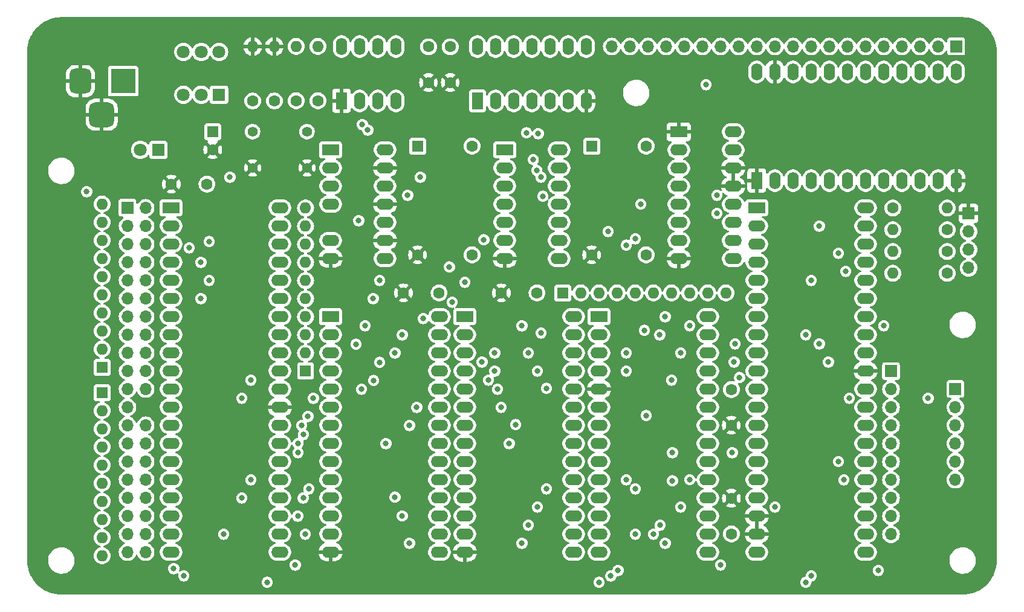
<source format=gbr>
%TF.GenerationSoftware,KiCad,Pcbnew,7.0.8*%
%TF.CreationDate,2023-10-16T15:40:52-04:00*%
%TF.ProjectId,jml-8-mini,6a6d6c2d-382d-46d6-996e-692e6b696361,rev?*%
%TF.SameCoordinates,Original*%
%TF.FileFunction,Copper,L2,Inr*%
%TF.FilePolarity,Positive*%
%FSLAX46Y46*%
G04 Gerber Fmt 4.6, Leading zero omitted, Abs format (unit mm)*
G04 Created by KiCad (PCBNEW 7.0.8) date 2023-10-16 15:40:52*
%MOMM*%
%LPD*%
G01*
G04 APERTURE LIST*
G04 Aperture macros list*
%AMRoundRect*
0 Rectangle with rounded corners*
0 $1 Rounding radius*
0 $2 $3 $4 $5 $6 $7 $8 $9 X,Y pos of 4 corners*
0 Add a 4 corners polygon primitive as box body*
4,1,4,$2,$3,$4,$5,$6,$7,$8,$9,$2,$3,0*
0 Add four circle primitives for the rounded corners*
1,1,$1+$1,$2,$3*
1,1,$1+$1,$4,$5*
1,1,$1+$1,$6,$7*
1,1,$1+$1,$8,$9*
0 Add four rect primitives between the rounded corners*
20,1,$1+$1,$2,$3,$4,$5,0*
20,1,$1+$1,$4,$5,$6,$7,0*
20,1,$1+$1,$6,$7,$8,$9,0*
20,1,$1+$1,$8,$9,$2,$3,0*%
G04 Aperture macros list end*
%TA.AperFunction,ComponentPad*%
%ADD10C,1.600000*%
%TD*%
%TA.AperFunction,ComponentPad*%
%ADD11O,1.600000X1.600000*%
%TD*%
%TA.AperFunction,ComponentPad*%
%ADD12R,2.400000X1.600000*%
%TD*%
%TA.AperFunction,ComponentPad*%
%ADD13O,2.400000X1.600000*%
%TD*%
%TA.AperFunction,ComponentPad*%
%ADD14R,1.600000X1.600000*%
%TD*%
%TA.AperFunction,ComponentPad*%
%ADD15R,1.800000X1.800000*%
%TD*%
%TA.AperFunction,ComponentPad*%
%ADD16C,1.800000*%
%TD*%
%TA.AperFunction,ComponentPad*%
%ADD17R,1.600000X2.400000*%
%TD*%
%TA.AperFunction,ComponentPad*%
%ADD18O,1.600000X2.400000*%
%TD*%
%TA.AperFunction,ComponentPad*%
%ADD19R,1.700000X1.700000*%
%TD*%
%TA.AperFunction,ComponentPad*%
%ADD20O,1.700000X1.700000*%
%TD*%
%TA.AperFunction,ComponentPad*%
%ADD21C,1.397000*%
%TD*%
%TA.AperFunction,ComponentPad*%
%ADD22R,3.500000X3.500000*%
%TD*%
%TA.AperFunction,ComponentPad*%
%ADD23RoundRect,0.750000X-0.750000X-1.000000X0.750000X-1.000000X0.750000X1.000000X-0.750000X1.000000X0*%
%TD*%
%TA.AperFunction,ComponentPad*%
%ADD24RoundRect,0.875000X-0.875000X-0.875000X0.875000X-0.875000X0.875000X0.875000X-0.875000X0.875000X0*%
%TD*%
%TA.AperFunction,ViaPad*%
%ADD25C,0.800000*%
%TD*%
G04 APERTURE END LIST*
D10*
%TO.N,/Peripherals/UART_Tx*%
%TO.C,R1*%
X212979000Y-80137000D03*
D11*
%TO.N,/Peripherals/RxDA*%
X205359000Y-80137000D03*
%TD*%
D12*
%TO.N,/A11*%
%TO.C,U1*%
X104262000Y-77059000D03*
D13*
%TO.N,/A12*%
X104262000Y-79599000D03*
%TO.N,/A13*%
X104262000Y-82139000D03*
%TO.N,/A14*%
X104262000Y-84679000D03*
%TO.N,/A15*%
X104262000Y-87219000D03*
%TO.N,/CLK*%
X104262000Y-89759000D03*
%TO.N,/D4*%
X104262000Y-92299000D03*
%TO.N,/D3*%
X104262000Y-94839000D03*
%TO.N,/D5*%
X104262000Y-97379000D03*
%TO.N,/D6*%
X104262000Y-99919000D03*
%TO.N,+5V*%
X104262000Y-102459000D03*
%TO.N,/D2*%
X104262000Y-104999000D03*
%TO.N,/D7*%
X104262000Y-107539000D03*
%TO.N,/D0*%
X104262000Y-110079000D03*
%TO.N,/D1*%
X104262000Y-112619000D03*
%TO.N,/~{INT}*%
X104262000Y-115159000D03*
%TO.N,/~{NMI}*%
X104262000Y-117699000D03*
%TO.N,/~{HALT}*%
X104262000Y-120239000D03*
%TO.N,/~{MREQ}*%
X104262000Y-122779000D03*
%TO.N,/~{IORQ}*%
X104262000Y-125319000D03*
%TO.N,/~{RD}*%
X119502000Y-125319000D03*
%TO.N,/~{WR}*%
X119502000Y-122779000D03*
%TO.N,/~{BUSACK}*%
X119502000Y-120239000D03*
%TO.N,/~{WAIT}*%
X119502000Y-117699000D03*
%TO.N,/~{BUSRQ}*%
X119502000Y-115159000D03*
%TO.N,/~{RESET}*%
X119502000Y-112619000D03*
%TO.N,/~{M1}*%
X119502000Y-110079000D03*
%TO.N,/~{RFSH}*%
X119502000Y-107539000D03*
%TO.N,GND*%
X119502000Y-104999000D03*
%TO.N,/A0*%
X119502000Y-102459000D03*
%TO.N,/A1*%
X119502000Y-99919000D03*
%TO.N,/A2*%
X119502000Y-97379000D03*
%TO.N,/A3*%
X119502000Y-94839000D03*
%TO.N,/A4*%
X119502000Y-92299000D03*
%TO.N,/A5*%
X119502000Y-89759000D03*
%TO.N,/A6*%
X119502000Y-87219000D03*
%TO.N,/A7*%
X119502000Y-84679000D03*
%TO.N,/A8*%
X119502000Y-82139000D03*
%TO.N,/A9*%
X119502000Y-79599000D03*
%TO.N,/A10*%
X119502000Y-77059000D03*
%TD*%
D14*
%TO.N,unconnected-(X2-EN-Pad1)*%
%TO.C,X2*%
X163190000Y-68423000D03*
D10*
%TO.N,GND*%
X163190000Y-83663000D03*
%TO.N,/Power\u002C Clock and Reset/2.4576MHz*%
X170810000Y-83663000D03*
%TO.N,+5V*%
X170810000Y-68423000D03*
%TD*%
D12*
%TO.N,GND*%
%TO.C,U8*%
X175382000Y-66421000D03*
D13*
%TO.N,/A2*%
X175382000Y-68961000D03*
%TO.N,/A3*%
X175382000Y-71501000D03*
%TO.N,/Address Decoding/Q0*%
X175382000Y-74041000D03*
%TO.N,/Address Decoding/Q1*%
X175382000Y-76581000D03*
%TO.N,/Address Decoding/Q2*%
X175382000Y-79121000D03*
%TO.N,/Address Decoding/Q3*%
X175382000Y-81661000D03*
%TO.N,GND*%
X175382000Y-84201000D03*
%TO.N,unconnected-(U8B-~{Q3}-Pad9)*%
X183002000Y-84201000D03*
%TO.N,unconnected-(U8B-~{Q2}-Pad10)*%
X183002000Y-81661000D03*
%TO.N,unconnected-(U8B-~{Q1}-Pad11)*%
X183002000Y-79121000D03*
%TO.N,unconnected-(U8B-~{Q0}-Pad12)*%
X183002000Y-76581000D03*
%TO.N,GND*%
X183002000Y-74041000D03*
X183002000Y-71501000D03*
%TO.N,+5V*%
X183002000Y-68961000D03*
X183002000Y-66421000D03*
%TD*%
D15*
%TO.N,/Power\u002C Clock and Reset/LED_TO_R*%
%TO.C,D1*%
X102489000Y-68931000D03*
D16*
%TO.N,+5V*%
X99949000Y-68931000D03*
%TD*%
D17*
%TO.N,GND*%
%TO.C,U11*%
X128148000Y-62073000D03*
D18*
%TO.N,/Power\u002C Clock and Reset/555Trigger*%
X130688000Y-62073000D03*
%TO.N,/Power\u002C Clock and Reset/555Out*%
X133228000Y-62073000D03*
%TO.N,+5V*%
X135768000Y-62073000D03*
%TO.N,/Power\u002C Clock and Reset/555Control*%
X135768000Y-54453000D03*
%TO.N,/Power\u002C Clock and Reset/555Dis{slash}Thr*%
X133228000Y-54453000D03*
X130688000Y-54453000D03*
%TO.N,+5V*%
X128148000Y-54453000D03*
%TD*%
D12*
%TO.N,/A14*%
%TO.C,U3*%
X145410000Y-92314000D03*
D13*
%TO.N,/A12*%
X145410000Y-94854000D03*
%TO.N,/A7*%
X145410000Y-97394000D03*
%TO.N,/A6*%
X145410000Y-99934000D03*
%TO.N,/A5*%
X145410000Y-102474000D03*
%TO.N,/A4*%
X145410000Y-105014000D03*
%TO.N,/A3*%
X145410000Y-107554000D03*
%TO.N,/A2*%
X145410000Y-110094000D03*
%TO.N,/A1*%
X145410000Y-112634000D03*
%TO.N,/A0*%
X145410000Y-115174000D03*
%TO.N,/D0*%
X145410000Y-117714000D03*
%TO.N,/D1*%
X145410000Y-120254000D03*
%TO.N,/D2*%
X145410000Y-122794000D03*
%TO.N,GND*%
X145410000Y-125334000D03*
%TO.N,/D3*%
X160650000Y-125334000D03*
%TO.N,/D4*%
X160650000Y-122794000D03*
%TO.N,/D5*%
X160650000Y-120254000D03*
%TO.N,/D6*%
X160650000Y-117714000D03*
%TO.N,/D7*%
X160650000Y-115174000D03*
%TO.N,/~{RAM}*%
X160650000Y-112634000D03*
%TO.N,/A10*%
X160650000Y-110094000D03*
%TO.N,/~{RD}*%
X160650000Y-107554000D03*
%TO.N,/A11*%
X160650000Y-105014000D03*
%TO.N,/A9*%
X160650000Y-102474000D03*
%TO.N,/A8*%
X160650000Y-99934000D03*
%TO.N,/A13*%
X160650000Y-97394000D03*
%TO.N,/~{WR}*%
X160650000Y-94854000D03*
%TO.N,+5V*%
X160650000Y-92314000D03*
%TD*%
D14*
%TO.N,+5V*%
%TO.C,RN3*%
X123108000Y-99949000D03*
D11*
%TO.N,/A2*%
X123108000Y-97409000D03*
%TO.N,/A3*%
X123108000Y-94869000D03*
%TO.N,/A4*%
X123108000Y-92329000D03*
%TO.N,/A5*%
X123108000Y-89789000D03*
%TO.N,/A6*%
X123108000Y-87249000D03*
%TO.N,/A7*%
X123108000Y-84709000D03*
%TO.N,/A8*%
X123108000Y-82169000D03*
%TO.N,/A9*%
X123108000Y-79629000D03*
%TO.N,/A10*%
X123108000Y-77089000D03*
%TD*%
D10*
%TO.N,+5V*%
%TO.C,C5*%
X155530000Y-88997000D03*
%TO.N,GND*%
X150530000Y-88997000D03*
%TD*%
%TO.N,+5V*%
%TO.C,R4*%
X205359000Y-77089000D03*
D11*
%TO.N,/Peripherals/RxDA*%
X212979000Y-77089000D03*
%TD*%
D10*
%TO.N,/Power\u002C Clock and Reset/555Dis{slash}Thr*%
%TO.C,C2*%
X140330000Y-54503000D03*
%TO.N,GND*%
X140330000Y-59503000D03*
%TD*%
D14*
%TO.N,+5V*%
%TO.C,RN4*%
X159126000Y-88997000D03*
D11*
%TO.N,/~{ROM WE}*%
X161666000Y-88997000D03*
%TO.N,/~{ROM}*%
X164206000Y-88997000D03*
%TO.N,/~{RAM}*%
X166746000Y-88997000D03*
%TO.N,/CTC IEI*%
X169286000Y-88997000D03*
%TO.N,/~{CTC}*%
X171826000Y-88997000D03*
%TO.N,/~{SIO SYNCA}*%
X174366000Y-88997000D03*
%TO.N,/A0*%
X176906000Y-88997000D03*
%TO.N,/A1*%
X179446000Y-88997000D03*
%TO.N,/~{SIO}*%
X181986000Y-88997000D03*
%TD*%
D17*
%TO.N,GND*%
%TO.C,U7*%
X186304000Y-73249000D03*
D18*
%TO.N,/A4*%
X188844000Y-73249000D03*
%TO.N,/A5*%
X191384000Y-73249000D03*
%TO.N,/Address Decoding/Y7*%
X193924000Y-73249000D03*
%TO.N,/Address Decoding/Y6*%
X196464000Y-73249000D03*
%TO.N,/Address Decoding/Y5*%
X199004000Y-73249000D03*
%TO.N,/Address Decoding/Y4*%
X201544000Y-73249000D03*
%TO.N,/Address Decoding/Y3*%
X204084000Y-73249000D03*
%TO.N,/Address Decoding/Y1*%
X206624000Y-73249000D03*
%TO.N,/Address Decoding/Y2*%
X209164000Y-73249000D03*
%TO.N,/Address Decoding/Y0*%
X211704000Y-73249000D03*
%TO.N,GND*%
X214244000Y-73249000D03*
%TO.N,/Address Decoding/Y13*%
X214244000Y-58009000D03*
%TO.N,/Address Decoding/Y12*%
X211704000Y-58009000D03*
%TO.N,/Address Decoding/Y15*%
X209164000Y-58009000D03*
%TO.N,/Address Decoding/Y14*%
X206624000Y-58009000D03*
%TO.N,/Address Decoding/Y9*%
X204084000Y-58009000D03*
%TO.N,/Address Decoding/Y8*%
X201544000Y-58009000D03*
%TO.N,/Address Decoding/Y11*%
X199004000Y-58009000D03*
%TO.N,/Address Decoding/Y10*%
X196464000Y-58009000D03*
%TO.N,/A6*%
X193924000Y-58009000D03*
%TO.N,/A7*%
X191384000Y-58009000D03*
%TO.N,GND*%
X188844000Y-58009000D03*
%TO.N,+5V*%
X186304000Y-58009000D03*
%TD*%
D12*
%TO.N,/D1*%
%TO.C,U5*%
X186299000Y-77064000D03*
D13*
%TO.N,/D3*%
X186299000Y-79604000D03*
%TO.N,/D5*%
X186299000Y-82144000D03*
%TO.N,/D7*%
X186299000Y-84684000D03*
%TO.N,/~{INT}*%
X186299000Y-87224000D03*
%TO.N,/Peripherals/SIO_IEI*%
X186299000Y-89764000D03*
%TO.N,/Peripherals/SIO_IEO*%
X186299000Y-92304000D03*
%TO.N,/~{M1}*%
X186299000Y-94844000D03*
%TO.N,+5V*%
X186299000Y-97384000D03*
%TO.N,unconnected-(U5-~{W}{slash}~{RDYA}-Pad10)*%
X186299000Y-99924000D03*
%TO.N,/~{SIO SYNCA}*%
X186299000Y-102464000D03*
%TO.N,/Peripherals/RxDA*%
X186299000Y-105004000D03*
%TO.N,/Peripherals/SIO_UART_CLK*%
X186299000Y-107544000D03*
X186299000Y-110084000D03*
%TO.N,/Peripherals/TxDA*%
X186299000Y-112624000D03*
%TO.N,/Peripherals/~{DTRA}*%
X186299000Y-115164000D03*
%TO.N,unconnected-(U5-~{RTSA}-Pad17)*%
X186299000Y-117704000D03*
%TO.N,GND*%
X186299000Y-120244000D03*
X186299000Y-122784000D03*
%TO.N,/CLK*%
X186299000Y-125324000D03*
%TO.N,/~{RESET}*%
X201539000Y-125324000D03*
%TO.N,/Peripherals/~{DCDB}*%
X201539000Y-122784000D03*
%TO.N,/Peripherals/~{CTSB}*%
X201539000Y-120244000D03*
%TO.N,/Peripherals/~{RTSB}*%
X201539000Y-117704000D03*
%TO.N,/Peripherals/~{DTRB}*%
X201539000Y-115164000D03*
%TO.N,/Peripherals/TxDB*%
X201539000Y-112624000D03*
%TO.N,/Peripherals/~{RxTxCB}*%
X201539000Y-110084000D03*
%TO.N,/Peripherals/RxDB*%
X201539000Y-107544000D03*
%TO.N,/Peripherals/~{SYNCB}*%
X201539000Y-105004000D03*
%TO.N,/Peripherals/~{W}{slash}~{RDYB}*%
X201539000Y-102464000D03*
%TO.N,GND*%
X201539000Y-99924000D03*
%TO.N,/~{RD}*%
X201539000Y-97384000D03*
%TO.N,/A0*%
X201539000Y-94844000D03*
%TO.N,/A1*%
X201539000Y-92304000D03*
%TO.N,/~{SIO}*%
X201539000Y-89764000D03*
%TO.N,/~{IORQ}*%
X201539000Y-87224000D03*
%TO.N,/D6*%
X201539000Y-84684000D03*
%TO.N,/D4*%
X201539000Y-82144000D03*
%TO.N,/D2*%
X201539000Y-79604000D03*
%TO.N,/D0*%
X201539000Y-77064000D03*
%TD*%
D14*
%TO.N,+5V*%
%TO.C,RN2*%
X94610000Y-99411000D03*
D11*
%TO.N,/D6*%
X94610000Y-96871000D03*
%TO.N,/D5*%
X94610000Y-94331000D03*
%TO.N,/D3*%
X94610000Y-91791000D03*
%TO.N,/D4*%
X94610000Y-89251000D03*
%TO.N,/A15*%
X94610000Y-86711000D03*
%TO.N,/A14*%
X94610000Y-84171000D03*
%TO.N,/A13*%
X94610000Y-81631000D03*
%TO.N,/A12*%
X94610000Y-79091000D03*
%TO.N,/A11*%
X94610000Y-76551000D03*
%TD*%
D10*
%TO.N,+5V*%
%TO.C,C4*%
X141814000Y-88997000D03*
%TO.N,GND*%
X136814000Y-88997000D03*
%TD*%
D17*
%TO.N,/A15*%
%TO.C,U9*%
X147183000Y-62073000D03*
D18*
%TO.N,/~{MREQ}*%
X149723000Y-62073000D03*
%TO.N,/~{ROM}*%
X152263000Y-62073000D03*
%TO.N,/~{MREQ}*%
X154803000Y-62073000D03*
%TO.N,/Address Decoding/~{A15}*%
X157343000Y-62073000D03*
%TO.N,/~{RAM}*%
X159883000Y-62073000D03*
%TO.N,GND*%
X162423000Y-62073000D03*
%TO.N,/~{SIO}*%
X162423000Y-54453000D03*
%TO.N,/Address Decoding/Y0*%
X159883000Y-54453000D03*
%TO.N,/Address Decoding/Q1*%
X157343000Y-54453000D03*
%TO.N,/~{CTC}*%
X154803000Y-54453000D03*
%TO.N,/Address Decoding/Y0*%
X152263000Y-54453000D03*
%TO.N,/Address Decoding/Q2*%
X149723000Y-54453000D03*
%TO.N,+5V*%
X147183000Y-54453000D03*
%TD*%
D19*
%TO.N,/Peripherals/SIO_IEO*%
%TO.C,J2*%
X205105000Y-99949000D03*
D20*
%TO.N,/Peripherals/~{W}{slash}~{RDYB}*%
X205105000Y-102489000D03*
%TO.N,/Peripherals/~{SYNCB}*%
X205105000Y-105029000D03*
%TO.N,/Peripherals/RxDB*%
X205105000Y-107569000D03*
%TO.N,/Peripherals/~{RxTxCB}*%
X205105000Y-110109000D03*
%TO.N,/Peripherals/TxDB*%
X205105000Y-112649000D03*
%TO.N,/Peripherals/~{DTRB}*%
X205105000Y-115189000D03*
%TO.N,/Peripherals/~{RTSB}*%
X205105000Y-117729000D03*
%TO.N,/Peripherals/~{CTSB}*%
X205105000Y-120269000D03*
%TO.N,/Peripherals/~{DCDB}*%
X205105000Y-122809000D03*
%TD*%
D21*
%TO.N,GND*%
%TO.C,SW1*%
X123312000Y-71471000D03*
X115692000Y-71471000D03*
%TO.N,/Power\u002C Clock and Reset/555Trigger*%
X123312000Y-66391000D03*
X115692000Y-66391000D03*
%TD*%
D10*
%TO.N,/Peripherals/UART_Rx*%
%TO.C,R2*%
X212979000Y-83185000D03*
D11*
%TO.N,/Peripherals/TxDA*%
X205359000Y-83185000D03*
%TD*%
D12*
%TO.N,/D4*%
%TO.C,U4*%
X164206000Y-92314000D03*
D13*
%TO.N,/D5*%
X164206000Y-94854000D03*
%TO.N,/D6*%
X164206000Y-97394000D03*
%TO.N,/D7*%
X164206000Y-99934000D03*
%TO.N,GND*%
X164206000Y-102474000D03*
%TO.N,/~{RD}*%
X164206000Y-105014000D03*
%TO.N,/Peripherals/SIO_UART_CLK*%
X164206000Y-107554000D03*
%TO.N,/Peripherals/ZC{slash}TO1*%
X164206000Y-110094000D03*
%TO.N,/Peripherals/ZC{slash}TO2*%
X164206000Y-112634000D03*
%TO.N,/~{IORQ}*%
X164206000Y-115174000D03*
%TO.N,/Peripherals/SIO_IEI*%
X164206000Y-117714000D03*
%TO.N,/~{INT}*%
X164206000Y-120254000D03*
%TO.N,/CTC IEI*%
X164206000Y-122794000D03*
%TO.N,/~{M1}*%
X164206000Y-125334000D03*
%TO.N,/CLK*%
X179446000Y-125334000D03*
%TO.N,/~{CTC}*%
X179446000Y-122794000D03*
%TO.N,/~{RESET}*%
X179446000Y-120254000D03*
%TO.N,/A0*%
X179446000Y-117714000D03*
%TO.N,/A1*%
X179446000Y-115174000D03*
%TO.N,/Peripherals/CLK{slash}TRG3*%
X179446000Y-112634000D03*
%TO.N,/Peripherals/CLK{slash}TRG2*%
X179446000Y-110094000D03*
%TO.N,/Peripherals/CLK{slash}TRG1*%
X179446000Y-107554000D03*
%TO.N,/Peripherals/UART CLK*%
X179446000Y-105014000D03*
%TO.N,+5V*%
X179446000Y-102474000D03*
%TO.N,/D0*%
X179446000Y-99934000D03*
%TO.N,/D1*%
X179446000Y-97394000D03*
%TO.N,/D2*%
X179446000Y-94854000D03*
%TO.N,/D3*%
X179446000Y-92314000D03*
%TD*%
D19*
%TO.N,/A11*%
%TO.C,J6*%
X98166000Y-77059000D03*
D20*
%TO.N,/A10*%
X100706000Y-77059000D03*
%TO.N,/A12*%
X98166000Y-79599000D03*
%TO.N,/A9*%
X100706000Y-79599000D03*
%TO.N,/A13*%
X98166000Y-82139000D03*
%TO.N,/A8*%
X100706000Y-82139000D03*
%TO.N,/A14*%
X98166000Y-84679000D03*
%TO.N,/A7*%
X100706000Y-84679000D03*
%TO.N,/A15*%
X98166000Y-87219000D03*
%TO.N,/A6*%
X100706000Y-87219000D03*
%TO.N,/CLK*%
X98166000Y-89759000D03*
%TO.N,/A5*%
X100706000Y-89759000D03*
%TO.N,/D4*%
X98166000Y-92299000D03*
%TO.N,/A4*%
X100706000Y-92299000D03*
%TO.N,/D3*%
X98166000Y-94839000D03*
%TO.N,/A3*%
X100706000Y-94839000D03*
%TO.N,/D5*%
X98166000Y-97379000D03*
%TO.N,/A2*%
X100706000Y-97379000D03*
%TO.N,/D6*%
X98166000Y-99919000D03*
%TO.N,/A1*%
X100706000Y-99919000D03*
%TO.N,+5V*%
X98166000Y-102459000D03*
%TO.N,/A0*%
X100706000Y-102459000D03*
%TO.N,/D2*%
X98166000Y-104999000D03*
%TO.N,GND*%
X100706000Y-104999000D03*
%TO.N,/D7*%
X98166000Y-107539000D03*
%TO.N,/~{RFSH}*%
X100706000Y-107539000D03*
%TO.N,/D0*%
X98166000Y-110079000D03*
%TO.N,/~{M1}*%
X100706000Y-110079000D03*
%TO.N,/D1*%
X98166000Y-112619000D03*
%TO.N,/~{RESET}*%
X100706000Y-112619000D03*
%TO.N,/~{INT}*%
X98166000Y-115159000D03*
%TO.N,/~{BUSRQ}*%
X100706000Y-115159000D03*
%TO.N,/~{NMI}*%
X98166000Y-117699000D03*
%TO.N,/~{WAIT}*%
X100706000Y-117699000D03*
%TO.N,/~{HALT}*%
X98166000Y-120239000D03*
%TO.N,/~{BUSACK}*%
X100706000Y-120239000D03*
%TO.N,/~{MREQ}*%
X98166000Y-122779000D03*
%TO.N,/~{WR}*%
X100706000Y-122779000D03*
%TO.N,/~{IORQ}*%
X98166000Y-125319000D03*
%TO.N,/~{RD}*%
X100706000Y-125319000D03*
%TD*%
D22*
%TO.N,/Power\u002C Clock and Reset/PWR_IN*%
%TO.C,J1*%
X97567000Y-59309000D03*
D23*
%TO.N,GND*%
X91567000Y-59309000D03*
D24*
X94567000Y-64009000D03*
%TD*%
D15*
%TO.N,/Power\u002C Clock and Reset/SW_TO_R*%
%TO.C,SW2*%
X110998000Y-61214000D03*
D16*
%TO.N,+5V*%
X108498000Y-61214000D03*
%TO.N,/Power\u002C Clock and Reset/PWR_IN*%
X105998000Y-61214000D03*
%TO.N,unconnected-(SW2-A-Pad4)*%
X110998000Y-55214000D03*
%TO.N,unconnected-(SW2-B-Pad5)*%
X108498000Y-55214000D03*
%TO.N,unconnected-(SW2-C-Pad6)*%
X105998000Y-55214000D03*
%TD*%
D10*
%TO.N,/Power\u002C Clock and Reset/SW_TO_R*%
%TO.C,R8*%
X115697000Y-62083000D03*
D11*
%TO.N,GND*%
X115697000Y-54463000D03*
%TD*%
D10*
%TO.N,+5V*%
%TO.C,C8*%
X109302000Y-73757000D03*
%TO.N,GND*%
X104302000Y-73757000D03*
%TD*%
%TO.N,+5V*%
%TO.C,R6*%
X121788000Y-62073000D03*
D11*
%TO.N,/Power\u002C Clock and Reset/555Trigger*%
X121788000Y-54453000D03*
%TD*%
D19*
%TO.N,/Address Decoding/Y13*%
%TO.C,J5*%
X214244000Y-54453000D03*
D20*
%TO.N,/Address Decoding/Y0*%
X211704000Y-54453000D03*
%TO.N,/Address Decoding/Y12*%
X209164000Y-54453000D03*
%TO.N,/Address Decoding/Y2*%
X206624000Y-54453000D03*
%TO.N,/Address Decoding/Y15*%
X204084000Y-54453000D03*
%TO.N,/Address Decoding/Y14*%
X201544000Y-54453000D03*
%TO.N,/Address Decoding/Y9*%
X199004000Y-54453000D03*
%TO.N,/Address Decoding/Y8*%
X196464000Y-54453000D03*
%TO.N,/Address Decoding/Y11*%
X193924000Y-54453000D03*
%TO.N,/Address Decoding/Y10*%
X191384000Y-54453000D03*
%TO.N,/Address Decoding/Y1*%
X188844000Y-54453000D03*
%TO.N,/Address Decoding/Y3*%
X186304000Y-54453000D03*
%TO.N,/Address Decoding/Y4*%
X183764000Y-54453000D03*
%TO.N,/Address Decoding/Y5*%
X181224000Y-54453000D03*
%TO.N,/Address Decoding/Y6*%
X178684000Y-54453000D03*
%TO.N,/Address Decoding/Y7*%
X176144000Y-54453000D03*
%TO.N,/Address Decoding/Q3*%
X173604000Y-54453000D03*
%TO.N,/Address Decoding/Q2*%
X171064000Y-54453000D03*
%TO.N,/Address Decoding/Q1*%
X168524000Y-54453000D03*
%TO.N,/Address Decoding/Q0*%
X165984000Y-54453000D03*
%TD*%
D10*
%TO.N,+5V*%
%TO.C,R5*%
X124836000Y-62073000D03*
D11*
%TO.N,/Power\u002C Clock and Reset/555Dis{slash}Thr*%
X124836000Y-54453000D03*
%TD*%
D10*
%TO.N,/Power\u002C Clock and Reset/LED_TO_R*%
%TO.C,R7*%
X118740000Y-62083000D03*
D11*
%TO.N,GND*%
X118740000Y-54463000D03*
%TD*%
D14*
%TO.N,/Power\u002C Clock and Reset/555Trigger*%
%TO.C,C3*%
X110109000Y-66421000D03*
D10*
%TO.N,GND*%
X110109000Y-68921000D03*
%TD*%
D14*
%TO.N,+5V*%
%TO.C,RN1*%
X94610000Y-102967000D03*
D11*
%TO.N,/D2*%
X94610000Y-105507000D03*
%TO.N,/D7*%
X94610000Y-108047000D03*
%TO.N,/D0*%
X94610000Y-110587000D03*
%TO.N,/D1*%
X94610000Y-113127000D03*
%TO.N,/~{INT}*%
X94610000Y-115667000D03*
%TO.N,/~{NMI}*%
X94610000Y-118207000D03*
%TO.N,/~{RESET}*%
X94610000Y-120747000D03*
%TO.N,/~{BUSRQ}*%
X94610000Y-123287000D03*
%TO.N,/~{WAIT}*%
X94610000Y-125827000D03*
%TD*%
D10*
%TO.N,GND*%
%TO.C,C1*%
X143378000Y-59503000D03*
%TO.N,/Power\u002C Clock and Reset/555Control*%
X143378000Y-54503000D03*
%TD*%
%TO.N,+5V*%
%TO.C,C6*%
X182753000Y-122769000D03*
%TO.N,GND*%
X182753000Y-117769000D03*
%TD*%
D12*
%TO.N,unconnected-(U2-NC-Pad1)*%
%TO.C,U2*%
X126609000Y-92299000D03*
D13*
%TO.N,/A12*%
X126609000Y-94839000D03*
%TO.N,/A7*%
X126609000Y-97379000D03*
%TO.N,/A6*%
X126609000Y-99919000D03*
%TO.N,/A5*%
X126609000Y-102459000D03*
%TO.N,/A4*%
X126609000Y-104999000D03*
%TO.N,/A3*%
X126609000Y-107539000D03*
%TO.N,/A2*%
X126609000Y-110079000D03*
%TO.N,/A1*%
X126609000Y-112619000D03*
%TO.N,/A0*%
X126609000Y-115159000D03*
%TO.N,/D0*%
X126609000Y-117699000D03*
%TO.N,/D1*%
X126609000Y-120239000D03*
%TO.N,/D2*%
X126609000Y-122779000D03*
%TO.N,GND*%
X126609000Y-125319000D03*
%TO.N,/D3*%
X141849000Y-125319000D03*
%TO.N,/D4*%
X141849000Y-122779000D03*
%TO.N,/D5*%
X141849000Y-120239000D03*
%TO.N,/D6*%
X141849000Y-117699000D03*
%TO.N,/D7*%
X141849000Y-115159000D03*
%TO.N,/~{ROM}*%
X141849000Y-112619000D03*
%TO.N,/A10*%
X141849000Y-110079000D03*
%TO.N,/~{RD}*%
X141849000Y-107539000D03*
%TO.N,/A11*%
X141849000Y-104999000D03*
%TO.N,/A9*%
X141849000Y-102459000D03*
%TO.N,/A8*%
X141849000Y-99919000D03*
%TO.N,unconnected-(U2-NC-Pad26)*%
X141849000Y-97379000D03*
%TO.N,/~{ROM WE}*%
X141849000Y-94839000D03*
%TO.N,+5V*%
X141849000Y-92299000D03*
%TD*%
D19*
%TO.N,/Peripherals/ZC{slash}TO1*%
%TO.C,J4*%
X214117000Y-102459000D03*
D20*
%TO.N,/Peripherals/CLK{slash}TRG1*%
X214117000Y-104999000D03*
%TO.N,/Peripherals/CLK{slash}TRG2*%
X214117000Y-107539000D03*
%TO.N,/Peripherals/CLK{slash}TRG3*%
X214117000Y-110079000D03*
%TO.N,/Peripherals/ZC{slash}TO2*%
X214117000Y-112619000D03*
%TO.N,/CTC IEI*%
X214117000Y-115159000D03*
%TD*%
D10*
%TO.N,/Peripherals/UART_CTS*%
%TO.C,R3*%
X212979000Y-86233000D03*
D11*
%TO.N,/Peripherals/~{DTRA}*%
X205359000Y-86233000D03*
%TD*%
D19*
%TO.N,GND*%
%TO.C,J3*%
X215970000Y-77851000D03*
D20*
%TO.N,/Peripherals/UART_Tx*%
X215970000Y-80391000D03*
%TO.N,/Peripherals/UART_Rx*%
X215970000Y-82931000D03*
%TO.N,/Peripherals/UART_CTS*%
X215970000Y-85471000D03*
%TD*%
D10*
%TO.N,+5V*%
%TO.C,C7*%
X182748000Y-102539000D03*
%TO.N,GND*%
X182748000Y-107539000D03*
%TD*%
D12*
%TO.N,/Power\u002C Clock and Reset/555Out*%
%TO.C,U6*%
X126614000Y-68931000D03*
D13*
%TO.N,/~{RESET}*%
X126614000Y-71471000D03*
%TO.N,/A15*%
X126614000Y-74011000D03*
%TO.N,/Address Decoding/~{A15}*%
X126614000Y-76551000D03*
%TO.N,GND*%
X126614000Y-79091000D03*
%TO.N,unconnected-(U6-Pad6)*%
X126614000Y-81631000D03*
%TO.N,GND*%
X126614000Y-84171000D03*
%TO.N,unconnected-(U6-Pad8)*%
X134234000Y-84171000D03*
%TO.N,GND*%
X134234000Y-81631000D03*
%TO.N,unconnected-(U6-Pad10)*%
X134234000Y-79091000D03*
%TO.N,GND*%
X134234000Y-76551000D03*
%TO.N,unconnected-(U6-Pad12)*%
X134234000Y-74011000D03*
%TO.N,GND*%
X134234000Y-71471000D03*
%TO.N,+5V*%
X134234000Y-68931000D03*
%TD*%
D14*
%TO.N,unconnected-(X1-EN-Pad1)*%
%TO.C,X1*%
X138806000Y-68423000D03*
D10*
%TO.N,GND*%
X138806000Y-83663000D03*
%TO.N,/Power\u002C Clock and Reset/8MHz*%
X146426000Y-83663000D03*
%TO.N,+5V*%
X146426000Y-68423000D03*
%TD*%
D12*
%TO.N,+5V*%
%TO.C,U10*%
X151008000Y-68926000D03*
D13*
%TO.N,/Power\u002C Clock and Reset/DFFA_DataIn*%
X151008000Y-71466000D03*
%TO.N,/Power\u002C Clock and Reset/8MHz*%
X151008000Y-74006000D03*
%TO.N,+5V*%
X151008000Y-76546000D03*
%TO.N,/CLK*%
X151008000Y-79086000D03*
%TO.N,/Power\u002C Clock and Reset/DFFA_DataIn*%
X151008000Y-81626000D03*
%TO.N,GND*%
X151008000Y-84166000D03*
%TO.N,/Power\u002C Clock and Reset/DFFB_DataIn*%
X158628000Y-84166000D03*
%TO.N,/Peripherals/UART CLK*%
X158628000Y-81626000D03*
%TO.N,+5V*%
X158628000Y-79086000D03*
%TO.N,/Power\u002C Clock and Reset/2.4576MHz*%
X158628000Y-76546000D03*
%TO.N,/Power\u002C Clock and Reset/DFFB_DataIn*%
X158628000Y-74006000D03*
%TO.N,+5V*%
X158628000Y-71466000D03*
X158628000Y-68926000D03*
%TD*%
D25*
%TO.N,/Peripherals/SIO_IEO*%
X204089000Y-93599000D03*
%TO.N,/Peripherals/ZC{slash}TO1*%
X182880000Y-111379000D03*
X183896000Y-100838000D03*
%TO.N,/CTC IEI*%
X169291000Y-122809000D03*
X169286000Y-116459000D03*
%TO.N,/A11*%
X138684000Y-105029000D03*
X137414000Y-75311000D03*
%TO.N,/A10*%
X134366000Y-110109000D03*
%TO.N,/A12*%
X130556000Y-78867000D03*
X131445000Y-93599000D03*
%TO.N,/A9*%
X130937000Y-102489000D03*
%TO.N,/A13*%
X109601000Y-81788000D03*
X147828000Y-98679000D03*
X109601000Y-87249000D03*
X143256000Y-85344000D03*
%TO.N,/A8*%
X148717000Y-101219000D03*
X148082000Y-81534000D03*
%TO.N,/A14*%
X108458000Y-84709000D03*
X108458000Y-89789000D03*
X145415000Y-87503000D03*
%TO.N,/A7*%
X154051000Y-66548000D03*
X149606000Y-97409000D03*
X130175000Y-96169000D03*
%TO.N,/A15*%
X92456000Y-74803000D03*
X131064000Y-65405000D03*
%TO.N,/A6*%
X149606000Y-99949000D03*
X133477000Y-87249000D03*
X155702000Y-66675000D03*
X133477000Y-98709000D03*
%TO.N,/CLK*%
X106807000Y-82677000D03*
X170561000Y-94234000D03*
%TO.N,/A5*%
X132640500Y-101249000D03*
X155003500Y-70294500D03*
X132588000Y-89789000D03*
X149987000Y-102489000D03*
%TO.N,/D4*%
X165481000Y-80391000D03*
X153416000Y-124079000D03*
X153416000Y-93599000D03*
%TO.N,/A4*%
X150495000Y-105029000D03*
X155511500Y-71818500D03*
%TO.N,/D3*%
X180721000Y-77851000D03*
X173482000Y-92329000D03*
X139573000Y-92583000D03*
X173482000Y-124079000D03*
%TO.N,/A3*%
X152527000Y-107442000D03*
X122555000Y-107569000D03*
X156337000Y-75438000D03*
%TO.N,/D5*%
X136652000Y-120239000D03*
X136652000Y-94869000D03*
X183261000Y-96139000D03*
X154305000Y-97409000D03*
X154305000Y-121539000D03*
%TO.N,/A2*%
X151638000Y-110109000D03*
X122047500Y-110079000D03*
X156083000Y-72771000D03*
%TO.N,/D6*%
X135636000Y-97409000D03*
X155575000Y-99949000D03*
X135636000Y-117602000D03*
X168021000Y-82296000D03*
X168021000Y-97409000D03*
X155575000Y-118999000D03*
%TO.N,/A1*%
X174498000Y-111379000D03*
X115443000Y-101219000D03*
X174498000Y-115316000D03*
X115443000Y-115189000D03*
%TO.N,/A0*%
X176911000Y-115179000D03*
X114173000Y-117729000D03*
X114173000Y-103759000D03*
X176911000Y-93599000D03*
%TO.N,/D2*%
X172757500Y-121539000D03*
X195072000Y-96139000D03*
X124206000Y-103759000D03*
X172720000Y-94869000D03*
X195072000Y-79629000D03*
%TO.N,/D7*%
X123571000Y-116459000D03*
X123444000Y-106299000D03*
X156845000Y-102362000D03*
X156845000Y-116459000D03*
X183134000Y-98679000D03*
%TO.N,/D0*%
X122809000Y-108839000D03*
X196342000Y-98679000D03*
X168021000Y-115189000D03*
X122771500Y-117729000D03*
X168021000Y-99949000D03*
%TO.N,/~{M1}*%
X193167000Y-129540000D03*
X117729000Y-129540000D03*
X164211000Y-129540000D03*
X193167000Y-94869000D03*
%TO.N,/D1*%
X175641000Y-97409000D03*
X122047000Y-111379000D03*
X175641000Y-118999000D03*
X180721000Y-75311000D03*
X122009500Y-120269000D03*
%TO.N,/~{RESET}*%
X181229000Y-127127000D03*
X121666000Y-127127000D03*
%TO.N,/~{INT}*%
X193929000Y-128651000D03*
X193929000Y-87249000D03*
X165862000Y-128651000D03*
X106045000Y-128651000D03*
%TO.N,/~{MREQ}*%
X139192000Y-72771000D03*
X112522000Y-72771000D03*
X111633000Y-122809000D03*
%TO.N,/~{WR}*%
X123063000Y-122809000D03*
%TO.N,/~{IORQ}*%
X166878000Y-127889000D03*
X104648000Y-127635000D03*
X203327000Y-127889000D03*
%TO.N,/~{RD}*%
X137668000Y-107569000D03*
X199263000Y-103759000D03*
X137668000Y-124079000D03*
%TO.N,/Peripherals/RxDA*%
X210312000Y-103759000D03*
%TO.N,/Peripherals/TxDA*%
X197739000Y-112624000D03*
X197739000Y-83439000D03*
%TO.N,/Peripherals/~{DTRA}*%
X198501000Y-115189000D03*
X198755000Y-85979000D03*
%TO.N,/~{SIO SYNCA}*%
X174371000Y-101219000D03*
%TO.N,/~{ROM WE}*%
X156083000Y-94615000D03*
%TO.N,/~{ROM}*%
X143637000Y-90297000D03*
%TO.N,/~{CTC}*%
X171831000Y-122809000D03*
%TO.N,/~{SIO}*%
X179197000Y-59817000D03*
%TO.N,/Peripherals/SIO_IEI*%
X188849000Y-118999000D03*
%TO.N,/Peripherals/UART CLK*%
X169291000Y-81407000D03*
X170815000Y-106172000D03*
%TO.N,/Address Decoding/~{A15}*%
X131826000Y-66167000D03*
%TO.N,/Power\u002C Clock and Reset/2.4576MHz*%
X170053000Y-76546000D03*
%TD*%
%TA.AperFunction,Conductor*%
%TO.N,GND*%
G36*
X186553000Y-122472314D02*
G01*
X186537045Y-122456359D01*
X186424148Y-122398835D01*
X186330481Y-122384000D01*
X186267519Y-122384000D01*
X186173852Y-122398835D01*
X186060955Y-122456359D01*
X186045000Y-122472314D01*
X186045000Y-120555686D01*
X186060955Y-120571641D01*
X186173852Y-120629165D01*
X186267519Y-120644000D01*
X186330481Y-120644000D01*
X186424148Y-120629165D01*
X186537045Y-120571641D01*
X186553000Y-120555686D01*
X186553000Y-122472314D01*
G37*
%TD.AperFunction*%
%TA.AperFunction,Conductor*%
G36*
X183256000Y-73729314D02*
G01*
X183240045Y-73713359D01*
X183127148Y-73655835D01*
X183033481Y-73641000D01*
X182970519Y-73641000D01*
X182876852Y-73655835D01*
X182763955Y-73713359D01*
X182748000Y-73729314D01*
X182748000Y-71812686D01*
X182763955Y-71828641D01*
X182876852Y-71886165D01*
X182970519Y-71901000D01*
X183033481Y-71901000D01*
X183127148Y-71886165D01*
X183240045Y-71828641D01*
X183256000Y-71812686D01*
X183256000Y-73729314D01*
G37*
%TD.AperFunction*%
%TA.AperFunction,Conductor*%
G36*
X215551394Y-50361349D02*
G01*
X215556867Y-50361827D01*
X215964409Y-50415481D01*
X215969789Y-50416430D01*
X216371114Y-50505402D01*
X216376388Y-50506815D01*
X216768429Y-50630425D01*
X216773581Y-50632301D01*
X217153338Y-50789601D01*
X217158306Y-50791917D01*
X217522926Y-50981727D01*
X217527648Y-50984453D01*
X217874336Y-51205317D01*
X217878833Y-51208466D01*
X218204940Y-51458697D01*
X218209152Y-51462232D01*
X218512193Y-51739917D01*
X218516082Y-51743806D01*
X218793767Y-52046847D01*
X218797302Y-52051059D01*
X219047533Y-52377166D01*
X219050685Y-52381668D01*
X219271542Y-52728344D01*
X219274276Y-52733081D01*
X219408456Y-52990836D01*
X219464074Y-53097677D01*
X219466398Y-53102661D01*
X219623698Y-53482418D01*
X219625578Y-53487583D01*
X219748788Y-53878355D01*
X219749178Y-53879590D01*
X219750601Y-53884901D01*
X219839566Y-54286194D01*
X219840521Y-54291609D01*
X219894171Y-54699128D01*
X219894650Y-54704605D01*
X219912700Y-55118000D01*
X219912700Y-126492000D01*
X219894650Y-126905394D01*
X219894171Y-126910871D01*
X219840521Y-127318390D01*
X219839566Y-127323805D01*
X219750601Y-127725098D01*
X219749178Y-127730409D01*
X219625579Y-128122414D01*
X219623698Y-128127581D01*
X219466398Y-128507338D01*
X219464074Y-128512322D01*
X219283487Y-128859227D01*
X219274284Y-128876905D01*
X219271535Y-128881667D01*
X219050687Y-129228328D01*
X219047533Y-129232833D01*
X218797302Y-129558940D01*
X218793767Y-129563152D01*
X218516082Y-129866193D01*
X218512193Y-129870082D01*
X218209152Y-130147767D01*
X218204940Y-130151302D01*
X217878833Y-130401533D01*
X217874328Y-130404687D01*
X217527667Y-130625535D01*
X217522905Y-130628284D01*
X217158322Y-130818074D01*
X217153338Y-130820398D01*
X216773581Y-130977698D01*
X216768414Y-130979579D01*
X216376409Y-131103178D01*
X216371098Y-131104601D01*
X215969805Y-131193566D01*
X215964390Y-131194521D01*
X215556871Y-131248171D01*
X215551394Y-131248650D01*
X215138000Y-131266700D01*
X88900000Y-131266700D01*
X88486605Y-131248650D01*
X88481128Y-131248171D01*
X88073609Y-131194521D01*
X88068194Y-131193566D01*
X87666901Y-131104601D01*
X87661596Y-131103179D01*
X87269583Y-130979578D01*
X87264418Y-130977698D01*
X86884661Y-130820398D01*
X86879683Y-130818077D01*
X86515081Y-130628276D01*
X86510344Y-130625542D01*
X86163668Y-130404685D01*
X86159166Y-130401533D01*
X85833059Y-130151302D01*
X85828847Y-130147767D01*
X85525806Y-129870082D01*
X85521917Y-129866193D01*
X85244232Y-129563152D01*
X85240697Y-129558940D01*
X85226164Y-129540000D01*
X116942555Y-129540000D01*
X116962273Y-129715000D01*
X116962274Y-129715002D01*
X117020437Y-129881225D01*
X117020438Y-129881226D01*
X117114133Y-130030340D01*
X117114136Y-130030343D01*
X117114136Y-130030344D01*
X117238655Y-130154863D01*
X117238657Y-130154864D01*
X117238660Y-130154867D01*
X117387774Y-130248562D01*
X117554000Y-130306727D01*
X117729000Y-130326445D01*
X117904000Y-130306727D01*
X118070226Y-130248562D01*
X118219340Y-130154867D01*
X118343867Y-130030340D01*
X118437562Y-129881226D01*
X118495727Y-129715000D01*
X118515445Y-129540000D01*
X163424555Y-129540000D01*
X163444273Y-129715000D01*
X163444274Y-129715002D01*
X163502437Y-129881225D01*
X163502438Y-129881226D01*
X163596133Y-130030340D01*
X163596136Y-130030343D01*
X163596136Y-130030344D01*
X163720655Y-130154863D01*
X163720657Y-130154864D01*
X163720660Y-130154867D01*
X163869774Y-130248562D01*
X164036000Y-130306727D01*
X164211000Y-130326445D01*
X164386000Y-130306727D01*
X164552226Y-130248562D01*
X164701340Y-130154867D01*
X164825867Y-130030340D01*
X164919562Y-129881226D01*
X164977727Y-129715000D01*
X164997445Y-129540000D01*
X192380555Y-129540000D01*
X192400273Y-129715000D01*
X192400274Y-129715002D01*
X192458437Y-129881225D01*
X192458438Y-129881226D01*
X192552133Y-130030340D01*
X192552136Y-130030343D01*
X192552136Y-130030344D01*
X192676655Y-130154863D01*
X192676657Y-130154864D01*
X192676660Y-130154867D01*
X192825774Y-130248562D01*
X192992000Y-130306727D01*
X193167000Y-130326445D01*
X193342000Y-130306727D01*
X193508226Y-130248562D01*
X193657340Y-130154867D01*
X193781867Y-130030340D01*
X193875562Y-129881226D01*
X193933727Y-129715000D01*
X193953445Y-129540000D01*
X193953444Y-129539992D01*
X193954211Y-129533187D01*
X193981714Y-129467734D01*
X194040238Y-129427541D01*
X194065313Y-129422086D01*
X194082497Y-129420149D01*
X194104000Y-129417727D01*
X194270226Y-129359562D01*
X194419340Y-129265867D01*
X194543867Y-129141340D01*
X194637562Y-128992226D01*
X194695727Y-128826000D01*
X194715445Y-128651000D01*
X194695727Y-128476000D01*
X194637562Y-128309774D01*
X194543867Y-128160660D01*
X194543863Y-128160656D01*
X194543863Y-128160655D01*
X194419344Y-128036136D01*
X194419341Y-128036134D01*
X194419340Y-128036133D01*
X194323999Y-127976226D01*
X194270225Y-127942437D01*
X194156509Y-127902646D01*
X194117509Y-127889000D01*
X202540555Y-127889000D01*
X202560273Y-128064000D01*
X202577609Y-128113543D01*
X202618437Y-128230225D01*
X202630777Y-128249863D01*
X202712133Y-128379340D01*
X202712136Y-128379343D01*
X202712136Y-128379344D01*
X202836655Y-128503863D01*
X202836657Y-128503864D01*
X202836660Y-128503867D01*
X202985774Y-128597562D01*
X203152000Y-128655727D01*
X203327000Y-128675445D01*
X203502000Y-128655727D01*
X203668226Y-128597562D01*
X203817340Y-128503867D01*
X203941867Y-128379340D01*
X204035562Y-128230226D01*
X204093727Y-128064000D01*
X204113445Y-127889000D01*
X204093727Y-127714000D01*
X204035562Y-127547774D01*
X203941867Y-127398660D01*
X203941863Y-127398656D01*
X203941863Y-127398655D01*
X203817344Y-127274136D01*
X203817341Y-127274134D01*
X203817340Y-127274133D01*
X203729985Y-127219244D01*
X203668225Y-127180437D01*
X203554509Y-127140646D01*
X203502000Y-127122273D01*
X203327000Y-127102555D01*
X203152000Y-127122273D01*
X203151997Y-127122273D01*
X203151997Y-127122274D01*
X202985774Y-127180437D01*
X202885467Y-127243465D01*
X202836660Y-127274133D01*
X202836658Y-127274134D01*
X202836656Y-127274136D01*
X202836655Y-127274136D01*
X202712136Y-127398655D01*
X202712136Y-127398656D01*
X202618437Y-127547774D01*
X202571664Y-127681447D01*
X202560273Y-127714000D01*
X202540555Y-127889000D01*
X194117509Y-127889000D01*
X194104000Y-127884273D01*
X193929000Y-127864555D01*
X193754000Y-127884273D01*
X193753997Y-127884273D01*
X193753997Y-127884274D01*
X193587774Y-127942437D01*
X193487467Y-128005465D01*
X193438660Y-128036133D01*
X193438658Y-128036134D01*
X193438656Y-128036136D01*
X193438655Y-128036136D01*
X193314136Y-128160655D01*
X193314136Y-128160656D01*
X193314134Y-128160658D01*
X193314133Y-128160660D01*
X193304717Y-128175646D01*
X193220437Y-128309774D01*
X193170925Y-128451273D01*
X193162273Y-128476000D01*
X193148576Y-128597562D01*
X193141787Y-128657814D01*
X193114283Y-128723267D01*
X193055759Y-128763460D01*
X193030689Y-128768913D01*
X192992004Y-128773272D01*
X192991997Y-128773273D01*
X192825774Y-128831437D01*
X192745835Y-128881667D01*
X192676660Y-128925133D01*
X192676658Y-128925134D01*
X192676656Y-128925136D01*
X192676655Y-128925136D01*
X192552136Y-129049655D01*
X192552136Y-129049656D01*
X192458437Y-129198774D01*
X192434961Y-129265867D01*
X192400273Y-129365000D01*
X192380555Y-129540000D01*
X164997445Y-129540000D01*
X164977727Y-129365000D01*
X164919562Y-129198774D01*
X164825867Y-129049660D01*
X164825863Y-129049656D01*
X164825863Y-129049655D01*
X164701344Y-128925136D01*
X164701341Y-128925134D01*
X164701340Y-128925133D01*
X164596452Y-128859227D01*
X164552225Y-128831437D01*
X164438509Y-128791646D01*
X164386000Y-128773273D01*
X164211000Y-128753555D01*
X164036000Y-128773273D01*
X164035997Y-128773273D01*
X164035997Y-128773274D01*
X163869774Y-128831437D01*
X163789835Y-128881667D01*
X163720660Y-128925133D01*
X163720658Y-128925134D01*
X163720656Y-128925136D01*
X163720655Y-128925136D01*
X163596136Y-129049655D01*
X163596136Y-129049656D01*
X163502437Y-129198774D01*
X163478961Y-129265867D01*
X163444273Y-129365000D01*
X163424555Y-129540000D01*
X118515445Y-129540000D01*
X118495727Y-129365000D01*
X118437562Y-129198774D01*
X118343867Y-129049660D01*
X118343863Y-129049656D01*
X118343863Y-129049655D01*
X118219344Y-128925136D01*
X118219341Y-128925134D01*
X118219340Y-128925133D01*
X118114452Y-128859227D01*
X118070225Y-128831437D01*
X117956509Y-128791646D01*
X117904000Y-128773273D01*
X117729000Y-128753555D01*
X117554000Y-128773273D01*
X117553997Y-128773273D01*
X117553997Y-128773274D01*
X117387774Y-128831437D01*
X117307835Y-128881667D01*
X117238660Y-128925133D01*
X117238658Y-128925134D01*
X117238656Y-128925136D01*
X117238655Y-128925136D01*
X117114136Y-129049655D01*
X117114136Y-129049656D01*
X117020437Y-129198774D01*
X116996961Y-129265867D01*
X116962273Y-129365000D01*
X116942555Y-129540000D01*
X85226164Y-129540000D01*
X85015811Y-129265863D01*
X84990463Y-129232829D01*
X84987317Y-129228336D01*
X84766453Y-128881648D01*
X84763727Y-128876926D01*
X84573917Y-128512306D01*
X84571601Y-128507338D01*
X84558620Y-128476000D01*
X84474378Y-128272621D01*
X84414301Y-128127581D01*
X84412425Y-128122429D01*
X84288815Y-127730388D01*
X84287402Y-127725114D01*
X84198430Y-127323789D01*
X84197481Y-127318409D01*
X84143827Y-126910867D01*
X84143349Y-126905394D01*
X84128265Y-126559911D01*
X87041780Y-126559911D01*
X87071468Y-126829742D01*
X87140132Y-127092386D01*
X87246304Y-127342227D01*
X87387716Y-127573940D01*
X87387718Y-127573942D01*
X87387719Y-127573944D01*
X87474543Y-127678274D01*
X87561366Y-127782602D01*
X87561370Y-127782606D01*
X87763535Y-127963748D01*
X87763539Y-127963750D01*
X87763546Y-127963757D01*
X87989947Y-128113542D01*
X87989949Y-128113543D01*
X88235740Y-128228766D01*
X88235742Y-128228766D01*
X88235743Y-128228767D01*
X88495697Y-128306975D01*
X88495700Y-128306975D01*
X88495702Y-128306976D01*
X88764264Y-128346500D01*
X88764268Y-128346500D01*
X88967783Y-128346500D01*
X89048964Y-128340558D01*
X89170740Y-128331645D01*
X89435709Y-128272621D01*
X89689261Y-128175646D01*
X89925991Y-128042786D01*
X90140853Y-127876875D01*
X90329269Y-127681447D01*
X90362499Y-127635000D01*
X103861555Y-127635000D01*
X103881273Y-127810000D01*
X103881274Y-127810002D01*
X103939437Y-127976225D01*
X103939438Y-127976226D01*
X104033133Y-128125340D01*
X104033136Y-128125343D01*
X104033136Y-128125344D01*
X104157655Y-128249863D01*
X104157657Y-128249864D01*
X104157660Y-128249867D01*
X104306774Y-128343562D01*
X104473000Y-128401727D01*
X104648000Y-128421445D01*
X104823000Y-128401727D01*
X104989226Y-128343562D01*
X105114246Y-128265006D01*
X105182564Y-128245701D01*
X105250477Y-128266396D01*
X105296421Y-128320522D01*
X105305808Y-128390896D01*
X105300210Y-128413308D01*
X105278273Y-128475999D01*
X105275133Y-128503867D01*
X105258555Y-128651000D01*
X105278273Y-128826000D01*
X105280176Y-128831438D01*
X105336437Y-128992225D01*
X105336438Y-128992226D01*
X105430133Y-129141340D01*
X105430136Y-129141343D01*
X105430136Y-129141344D01*
X105554655Y-129265863D01*
X105554657Y-129265864D01*
X105554660Y-129265867D01*
X105703774Y-129359562D01*
X105870000Y-129417727D01*
X106045000Y-129437445D01*
X106220000Y-129417727D01*
X106386226Y-129359562D01*
X106535340Y-129265867D01*
X106659867Y-129141340D01*
X106753562Y-128992226D01*
X106811727Y-128826000D01*
X106831445Y-128651000D01*
X165075555Y-128651000D01*
X165095273Y-128826000D01*
X165097176Y-128831438D01*
X165153437Y-128992225D01*
X165153438Y-128992226D01*
X165247133Y-129141340D01*
X165247136Y-129141343D01*
X165247136Y-129141344D01*
X165371655Y-129265863D01*
X165371657Y-129265864D01*
X165371660Y-129265867D01*
X165520774Y-129359562D01*
X165687000Y-129417727D01*
X165862000Y-129437445D01*
X166037000Y-129417727D01*
X166203226Y-129359562D01*
X166352340Y-129265867D01*
X166476867Y-129141340D01*
X166570562Y-128992226D01*
X166628727Y-128826000D01*
X166634495Y-128774803D01*
X166661997Y-128709353D01*
X166720520Y-128669160D01*
X166773807Y-128663705D01*
X166878000Y-128675445D01*
X167053000Y-128655727D01*
X167219226Y-128597562D01*
X167368340Y-128503867D01*
X167492867Y-128379340D01*
X167586562Y-128230226D01*
X167644727Y-128064000D01*
X167664445Y-127889000D01*
X167644727Y-127714000D01*
X167586562Y-127547774D01*
X167492867Y-127398660D01*
X167492863Y-127398656D01*
X167492863Y-127398655D01*
X167368344Y-127274136D01*
X167368341Y-127274134D01*
X167368340Y-127274133D01*
X167280985Y-127219244D01*
X167219225Y-127180437D01*
X167105509Y-127140646D01*
X167066509Y-127127000D01*
X180442555Y-127127000D01*
X180462273Y-127302000D01*
X180462274Y-127302002D01*
X180520437Y-127468225D01*
X180520438Y-127468226D01*
X180614133Y-127617340D01*
X180614136Y-127617343D01*
X180614136Y-127617344D01*
X180738655Y-127741863D01*
X180738657Y-127741864D01*
X180738660Y-127741867D01*
X180887774Y-127835562D01*
X181054000Y-127893727D01*
X181229000Y-127913445D01*
X181404000Y-127893727D01*
X181570226Y-127835562D01*
X181719340Y-127741867D01*
X181843867Y-127617340D01*
X181937562Y-127468226D01*
X181995727Y-127302000D01*
X182015445Y-127127000D01*
X181995727Y-126952000D01*
X181937562Y-126785774D01*
X181843867Y-126636660D01*
X181843863Y-126636656D01*
X181843863Y-126636655D01*
X181767119Y-126559911D01*
X213279780Y-126559911D01*
X213309468Y-126829742D01*
X213378132Y-127092386D01*
X213484304Y-127342227D01*
X213625716Y-127573940D01*
X213625718Y-127573942D01*
X213625719Y-127573944D01*
X213712543Y-127678274D01*
X213799366Y-127782602D01*
X213799370Y-127782606D01*
X214001535Y-127963748D01*
X214001539Y-127963750D01*
X214001546Y-127963757D01*
X214227947Y-128113542D01*
X214227949Y-128113543D01*
X214473740Y-128228766D01*
X214473742Y-128228766D01*
X214473743Y-128228767D01*
X214733697Y-128306975D01*
X214733700Y-128306975D01*
X214733702Y-128306976D01*
X215002264Y-128346500D01*
X215002268Y-128346500D01*
X215205783Y-128346500D01*
X215286964Y-128340558D01*
X215408740Y-128331645D01*
X215673709Y-128272621D01*
X215927261Y-128175646D01*
X216163991Y-128042786D01*
X216378853Y-127876875D01*
X216567269Y-127681447D01*
X216725223Y-127460668D01*
X216849348Y-127219244D01*
X216936998Y-126962320D01*
X216986306Y-126695371D01*
X216996220Y-126424089D01*
X216972761Y-126210880D01*
X216966531Y-126154257D01*
X216936416Y-126039065D01*
X216897868Y-125891616D01*
X216879291Y-125847902D01*
X216824514Y-125719000D01*
X216791697Y-125641776D01*
X216758878Y-125588000D01*
X216650283Y-125410059D01*
X216650281Y-125410056D01*
X216476632Y-125201396D01*
X216476629Y-125201393D01*
X216274464Y-125020251D01*
X216274459Y-125020247D01*
X216274454Y-125020243D01*
X216048053Y-124870458D01*
X216048050Y-124870456D01*
X215802259Y-124755233D01*
X215542297Y-124677023D01*
X215273735Y-124637500D01*
X215273732Y-124637500D01*
X215070219Y-124637500D01*
X215070217Y-124637500D01*
X214867262Y-124652354D01*
X214602287Y-124711380D01*
X214602285Y-124711381D01*
X214348738Y-124808354D01*
X214112008Y-124941214D01*
X213897145Y-125107126D01*
X213897144Y-125107127D01*
X213708732Y-125302551D01*
X213708727Y-125302557D01*
X213550779Y-125523328D01*
X213550775Y-125523333D01*
X213426652Y-125764753D01*
X213339000Y-126021686D01*
X213289693Y-126288632D01*
X213279780Y-126559911D01*
X181767119Y-126559911D01*
X181719344Y-126512136D01*
X181719341Y-126512134D01*
X181719340Y-126512133D01*
X181605237Y-126440437D01*
X181570225Y-126418437D01*
X181456509Y-126378646D01*
X181404000Y-126360273D01*
X181229000Y-126340555D01*
X181054000Y-126360273D01*
X181053997Y-126360273D01*
X181053997Y-126360274D01*
X180887774Y-126418437D01*
X180827856Y-126456087D01*
X180738660Y-126512133D01*
X180738658Y-126512134D01*
X180738656Y-126512136D01*
X180738655Y-126512136D01*
X180614136Y-126636655D01*
X180614136Y-126636656D01*
X180520437Y-126785774D01*
X180462274Y-126951997D01*
X180462273Y-126952000D01*
X180442555Y-127127000D01*
X167066509Y-127127000D01*
X167053000Y-127122273D01*
X166878000Y-127102555D01*
X166703000Y-127122273D01*
X166702997Y-127122273D01*
X166702997Y-127122274D01*
X166536774Y-127180437D01*
X166436467Y-127243465D01*
X166387660Y-127274133D01*
X166387658Y-127274134D01*
X166387656Y-127274136D01*
X166387655Y-127274136D01*
X166263136Y-127398655D01*
X166263136Y-127398656D01*
X166169437Y-127547774D01*
X166122663Y-127681448D01*
X166111273Y-127714000D01*
X166105505Y-127765196D01*
X166078001Y-127830648D01*
X166019476Y-127870841D01*
X165966191Y-127876294D01*
X165862000Y-127864555D01*
X165687000Y-127884273D01*
X165686997Y-127884273D01*
X165686997Y-127884274D01*
X165520774Y-127942437D01*
X165420467Y-128005465D01*
X165371660Y-128036133D01*
X165371658Y-128036134D01*
X165371656Y-128036136D01*
X165371655Y-128036136D01*
X165247136Y-128160655D01*
X165247136Y-128160656D01*
X165247134Y-128160658D01*
X165247133Y-128160660D01*
X165237717Y-128175646D01*
X165153437Y-128309774D01*
X165103925Y-128451273D01*
X165095273Y-128476000D01*
X165075555Y-128651000D01*
X106831445Y-128651000D01*
X106811727Y-128476000D01*
X106753562Y-128309774D01*
X106659867Y-128160660D01*
X106659863Y-128160656D01*
X106659863Y-128160655D01*
X106535344Y-128036136D01*
X106535341Y-128036134D01*
X106535340Y-128036133D01*
X106439999Y-127976226D01*
X106386225Y-127942437D01*
X106272509Y-127902646D01*
X106220000Y-127884273D01*
X106045000Y-127864555D01*
X105870000Y-127884273D01*
X105869997Y-127884273D01*
X105869997Y-127884274D01*
X105703773Y-127942438D01*
X105703771Y-127942439D01*
X105578755Y-128020992D01*
X105510434Y-128040298D01*
X105442521Y-128019603D01*
X105396577Y-127965476D01*
X105387191Y-127895102D01*
X105392787Y-127872700D01*
X105414727Y-127810000D01*
X105434445Y-127635000D01*
X105414727Y-127460000D01*
X105356562Y-127293774D01*
X105262867Y-127144660D01*
X105262863Y-127144656D01*
X105262863Y-127144655D01*
X105245208Y-127127000D01*
X120879555Y-127127000D01*
X120899273Y-127302000D01*
X120899274Y-127302002D01*
X120957437Y-127468225D01*
X120957438Y-127468226D01*
X121051133Y-127617340D01*
X121051136Y-127617343D01*
X121051136Y-127617344D01*
X121175655Y-127741863D01*
X121175657Y-127741864D01*
X121175660Y-127741867D01*
X121324774Y-127835562D01*
X121491000Y-127893727D01*
X121666000Y-127913445D01*
X121841000Y-127893727D01*
X122007226Y-127835562D01*
X122156340Y-127741867D01*
X122280867Y-127617340D01*
X122374562Y-127468226D01*
X122432727Y-127302000D01*
X122452445Y-127127000D01*
X122432727Y-126952000D01*
X122374562Y-126785774D01*
X122280867Y-126636660D01*
X122280863Y-126636656D01*
X122280863Y-126636655D01*
X122156344Y-126512136D01*
X122156341Y-126512134D01*
X122156340Y-126512133D01*
X122042237Y-126440437D01*
X122007225Y-126418437D01*
X121893509Y-126378646D01*
X121841000Y-126360273D01*
X121666000Y-126340555D01*
X121491000Y-126360273D01*
X121490997Y-126360273D01*
X121490997Y-126360274D01*
X121324774Y-126418437D01*
X121264856Y-126456087D01*
X121175660Y-126512133D01*
X121175658Y-126512134D01*
X121175656Y-126512136D01*
X121175655Y-126512136D01*
X121051136Y-126636655D01*
X121051136Y-126636656D01*
X120957437Y-126785774D01*
X120899274Y-126951997D01*
X120899273Y-126952000D01*
X120879555Y-127127000D01*
X105245208Y-127127000D01*
X105138344Y-127020136D01*
X105138341Y-127020134D01*
X105138340Y-127020133D01*
X105046332Y-126962320D01*
X104989225Y-126926437D01*
X104875509Y-126886646D01*
X104823000Y-126868273D01*
X104648000Y-126848555D01*
X104473000Y-126868273D01*
X104472997Y-126868273D01*
X104472997Y-126868274D01*
X104306774Y-126926437D01*
X104240205Y-126968266D01*
X104157660Y-127020133D01*
X104157658Y-127020134D01*
X104157656Y-127020136D01*
X104157655Y-127020136D01*
X104033136Y-127144655D01*
X104033136Y-127144656D01*
X103939437Y-127293774D01*
X103881274Y-127459997D01*
X103881273Y-127460000D01*
X103861555Y-127635000D01*
X90362499Y-127635000D01*
X90487223Y-127460668D01*
X90611348Y-127219244D01*
X90698998Y-126962320D01*
X90748306Y-126695371D01*
X90758220Y-126424089D01*
X90734761Y-126210880D01*
X90728531Y-126154257D01*
X90698416Y-126039065D01*
X90659868Y-125891616D01*
X90641291Y-125847902D01*
X90632409Y-125827000D01*
X93423438Y-125827000D01*
X93443641Y-126045031D01*
X93503562Y-126255631D01*
X93503567Y-126255645D01*
X93601161Y-126451639D01*
X93601165Y-126451644D01*
X93733122Y-126626385D01*
X93733124Y-126626387D01*
X93894931Y-126773893D01*
X93894934Y-126773895D01*
X94081097Y-126889163D01*
X94081099Y-126889163D01*
X94081104Y-126889167D01*
X94285282Y-126968266D01*
X94500518Y-127008500D01*
X94500520Y-127008500D01*
X94719480Y-127008500D01*
X94719482Y-127008500D01*
X94934718Y-126968266D01*
X95138896Y-126889167D01*
X95325063Y-126773897D01*
X95325065Y-126773894D01*
X95325068Y-126773893D01*
X95486875Y-126626387D01*
X95486877Y-126626385D01*
X95486877Y-126626384D01*
X95486880Y-126626382D01*
X95618835Y-126451644D01*
X95618836Y-126451640D01*
X95618838Y-126451639D01*
X95716432Y-126255645D01*
X95716433Y-126255641D01*
X95716436Y-126255636D01*
X95776359Y-126045030D01*
X95796562Y-125827000D01*
X95776359Y-125608970D01*
X95716436Y-125398364D01*
X95716434Y-125398360D01*
X95716432Y-125398354D01*
X95676918Y-125319000D01*
X96929796Y-125319000D01*
X96948577Y-125533668D01*
X97004347Y-125741804D01*
X97004349Y-125741809D01*
X97095416Y-125937102D01*
X97170988Y-126045031D01*
X97219013Y-126113617D01*
X97371383Y-126265987D01*
X97547898Y-126389584D01*
X97743193Y-126480652D01*
X97951335Y-126536423D01*
X98166000Y-126555204D01*
X98380665Y-126536423D01*
X98588807Y-126480652D01*
X98784102Y-126389584D01*
X98960617Y-126265987D01*
X99112987Y-126113617D01*
X99236584Y-125937102D01*
X99321805Y-125754344D01*
X99368722Y-125701060D01*
X99437000Y-125681599D01*
X99504960Y-125702141D01*
X99550194Y-125754343D01*
X99635416Y-125937102D01*
X99710988Y-126045031D01*
X99759013Y-126113617D01*
X99911383Y-126265987D01*
X100087898Y-126389584D01*
X100283193Y-126480652D01*
X100491335Y-126536423D01*
X100706000Y-126555204D01*
X100920665Y-126536423D01*
X101128807Y-126480652D01*
X101324102Y-126389584D01*
X101500617Y-126265987D01*
X101652987Y-126113617D01*
X101776584Y-125937102D01*
X101867652Y-125741807D01*
X101923423Y-125533665D01*
X101932625Y-125428482D01*
X102680500Y-125428482D01*
X102707336Y-125572045D01*
X102720735Y-125643722D01*
X102799831Y-125847891D01*
X102799836Y-125847902D01*
X102915104Y-126034065D01*
X102915106Y-126034068D01*
X103062612Y-126195875D01*
X103062614Y-126195877D01*
X103062618Y-126195880D01*
X103233350Y-126324810D01*
X103237355Y-126327834D01*
X103237360Y-126327838D01*
X103433354Y-126425432D01*
X103433360Y-126425434D01*
X103433364Y-126425436D01*
X103643970Y-126485359D01*
X103807371Y-126500500D01*
X103807378Y-126500500D01*
X104716622Y-126500500D01*
X104716629Y-126500500D01*
X104880030Y-126485359D01*
X105090636Y-126425436D01*
X105090641Y-126425433D01*
X105090645Y-126425432D01*
X105286639Y-126327838D01*
X105286640Y-126327836D01*
X105286644Y-126327835D01*
X105461382Y-126195880D01*
X105477700Y-126177980D01*
X105608893Y-126034068D01*
X105608895Y-126034065D01*
X105608894Y-126034065D01*
X105608897Y-126034063D01*
X105724167Y-125847896D01*
X105803266Y-125643718D01*
X105843500Y-125428482D01*
X105843500Y-125209518D01*
X105803266Y-124994282D01*
X105724167Y-124790104D01*
X105675422Y-124711379D01*
X105608895Y-124603934D01*
X105608893Y-124603931D01*
X105461387Y-124442124D01*
X105461385Y-124442122D01*
X105286644Y-124310165D01*
X105286639Y-124310161D01*
X105090645Y-124212567D01*
X105090628Y-124212561D01*
X104941708Y-124170190D01*
X104881661Y-124132309D01*
X104851627Y-124067979D01*
X104861140Y-123997622D01*
X104907180Y-123943578D01*
X104941708Y-123927810D01*
X104998525Y-123911644D01*
X105090636Y-123885436D01*
X105090641Y-123885433D01*
X105090645Y-123885432D01*
X105286639Y-123787838D01*
X105286640Y-123787836D01*
X105286644Y-123787835D01*
X105461382Y-123655880D01*
X105461387Y-123655875D01*
X105608893Y-123494068D01*
X105608895Y-123494065D01*
X105608894Y-123494065D01*
X105608897Y-123494063D01*
X105724167Y-123307896D01*
X105803266Y-123103718D01*
X105843500Y-122888482D01*
X105843500Y-122809000D01*
X110846555Y-122809000D01*
X110866273Y-122984000D01*
X110884646Y-123036509D01*
X110924437Y-123150225D01*
X110936338Y-123169165D01*
X111018133Y-123299340D01*
X111018136Y-123299343D01*
X111018136Y-123299344D01*
X111142655Y-123423863D01*
X111142657Y-123423864D01*
X111142660Y-123423867D01*
X111291774Y-123517562D01*
X111458000Y-123575727D01*
X111633000Y-123595445D01*
X111808000Y-123575727D01*
X111974226Y-123517562D01*
X112123340Y-123423867D01*
X112247867Y-123299340D01*
X112341562Y-123150226D01*
X112399727Y-122984000D01*
X112419445Y-122809000D01*
X112399727Y-122634000D01*
X112341562Y-122467774D01*
X112247867Y-122318660D01*
X112247863Y-122318656D01*
X112247863Y-122318655D01*
X112123344Y-122194136D01*
X112123341Y-122194134D01*
X112123340Y-122194133D01*
X112038549Y-122140855D01*
X111974225Y-122100437D01*
X111822626Y-122047391D01*
X111808000Y-122042273D01*
X111633000Y-122022555D01*
X111458000Y-122042273D01*
X111457997Y-122042273D01*
X111457997Y-122042274D01*
X111291774Y-122100437D01*
X111195553Y-122160898D01*
X111142660Y-122194133D01*
X111142658Y-122194134D01*
X111142656Y-122194136D01*
X111142655Y-122194136D01*
X111018136Y-122318655D01*
X111018136Y-122318656D01*
X111018134Y-122318658D01*
X111018133Y-122318660D01*
X110994551Y-122356190D01*
X110924437Y-122467774D01*
X110880154Y-122594331D01*
X110866273Y-122634000D01*
X110846555Y-122809000D01*
X105843500Y-122809000D01*
X105843500Y-122669518D01*
X105803266Y-122454282D01*
X105724167Y-122250104D01*
X105687507Y-122190897D01*
X105634632Y-122105500D01*
X105608897Y-122063937D01*
X105608896Y-122063936D01*
X105608895Y-122063934D01*
X105608893Y-122063931D01*
X105461387Y-121902124D01*
X105461385Y-121902122D01*
X105286644Y-121770165D01*
X105286639Y-121770161D01*
X105090645Y-121672567D01*
X105090628Y-121672561D01*
X104941708Y-121630190D01*
X104881661Y-121592309D01*
X104851627Y-121527979D01*
X104861140Y-121457622D01*
X104907180Y-121403578D01*
X104941708Y-121387810D01*
X104998525Y-121371644D01*
X105090636Y-121345436D01*
X105090641Y-121345433D01*
X105090645Y-121345432D01*
X105286639Y-121247838D01*
X105286640Y-121247836D01*
X105286644Y-121247835D01*
X105461382Y-121115880D01*
X105461387Y-121115875D01*
X105608893Y-120954068D01*
X105608895Y-120954065D01*
X105608894Y-120954065D01*
X105608897Y-120954063D01*
X105724167Y-120767896D01*
X105803266Y-120563718D01*
X105843500Y-120348482D01*
X105843500Y-120129518D01*
X105803266Y-119914282D01*
X105724167Y-119710104D01*
X105687507Y-119650897D01*
X105634632Y-119565500D01*
X105608897Y-119523937D01*
X105608896Y-119523936D01*
X105608895Y-119523934D01*
X105608893Y-119523931D01*
X105461387Y-119362124D01*
X105461385Y-119362122D01*
X105286644Y-119230165D01*
X105286639Y-119230161D01*
X105090645Y-119132567D01*
X105090628Y-119132561D01*
X104941708Y-119090190D01*
X104881661Y-119052309D01*
X104851627Y-118987979D01*
X104861140Y-118917622D01*
X104907180Y-118863578D01*
X104941708Y-118847810D01*
X104967674Y-118840422D01*
X105090636Y-118805436D01*
X105090641Y-118805433D01*
X105090645Y-118805432D01*
X105286639Y-118707838D01*
X105286640Y-118707836D01*
X105286644Y-118707835D01*
X105461382Y-118575880D01*
X105509026Y-118523617D01*
X105608893Y-118414068D01*
X105608895Y-118414065D01*
X105608894Y-118414065D01*
X105608897Y-118414063D01*
X105724167Y-118227896D01*
X105803266Y-118023718D01*
X105843500Y-117808482D01*
X105843500Y-117729000D01*
X113386555Y-117729000D01*
X113406273Y-117904000D01*
X113424646Y-117956509D01*
X113464437Y-118070225D01*
X113478333Y-118092340D01*
X113558133Y-118219340D01*
X113558136Y-118219343D01*
X113558136Y-118219344D01*
X113682655Y-118343863D01*
X113682657Y-118343864D01*
X113682660Y-118343867D01*
X113831774Y-118437562D01*
X113998000Y-118495727D01*
X114173000Y-118515445D01*
X114348000Y-118495727D01*
X114514226Y-118437562D01*
X114663340Y-118343867D01*
X114787867Y-118219340D01*
X114881562Y-118070226D01*
X114939727Y-117904000D01*
X114959445Y-117729000D01*
X114939727Y-117554000D01*
X114881562Y-117387774D01*
X114787867Y-117238660D01*
X114787863Y-117238656D01*
X114787863Y-117238655D01*
X114663344Y-117114136D01*
X114663341Y-117114134D01*
X114663340Y-117114133D01*
X114527337Y-117028676D01*
X114514225Y-117020437D01*
X114362626Y-116967391D01*
X114348000Y-116962273D01*
X114173000Y-116942555D01*
X113998000Y-116962273D01*
X113997997Y-116962273D01*
X113997997Y-116962274D01*
X113831774Y-117020437D01*
X113735553Y-117080898D01*
X113682660Y-117114133D01*
X113682658Y-117114134D01*
X113682656Y-117114136D01*
X113682655Y-117114136D01*
X113558136Y-117238655D01*
X113558136Y-117238656D01*
X113558134Y-117238658D01*
X113558133Y-117238660D01*
X113544659Y-117260104D01*
X113464437Y-117387774D01*
X113420154Y-117514331D01*
X113406273Y-117554000D01*
X113386555Y-117729000D01*
X105843500Y-117729000D01*
X105843500Y-117589518D01*
X105803266Y-117374282D01*
X105724167Y-117170104D01*
X105687977Y-117111656D01*
X105634632Y-117025500D01*
X105608897Y-116983937D01*
X105608896Y-116983936D01*
X105608895Y-116983934D01*
X105608893Y-116983931D01*
X105461387Y-116822124D01*
X105461385Y-116822122D01*
X105286644Y-116690165D01*
X105286639Y-116690161D01*
X105090645Y-116592567D01*
X105090628Y-116592561D01*
X104941708Y-116550190D01*
X104881661Y-116512309D01*
X104851627Y-116447979D01*
X104861140Y-116377622D01*
X104907180Y-116323578D01*
X104941708Y-116307810D01*
X104998525Y-116291644D01*
X105090636Y-116265436D01*
X105090641Y-116265433D01*
X105090645Y-116265432D01*
X105286639Y-116167838D01*
X105286640Y-116167836D01*
X105286644Y-116167835D01*
X105461382Y-116035880D01*
X105471700Y-116024562D01*
X105608893Y-115874068D01*
X105608895Y-115874065D01*
X105608894Y-115874065D01*
X105608897Y-115874063D01*
X105724167Y-115687896D01*
X105803266Y-115483718D01*
X105843500Y-115268482D01*
X105843500Y-115189000D01*
X114656555Y-115189000D01*
X114676273Y-115364000D01*
X114691086Y-115406334D01*
X114734437Y-115530225D01*
X114757861Y-115567504D01*
X114828133Y-115679340D01*
X114828136Y-115679343D01*
X114828136Y-115679344D01*
X114952655Y-115803863D01*
X114952657Y-115803864D01*
X114952660Y-115803867D01*
X115101774Y-115897562D01*
X115268000Y-115955727D01*
X115443000Y-115975445D01*
X115618000Y-115955727D01*
X115784226Y-115897562D01*
X115933340Y-115803867D01*
X116057867Y-115679340D01*
X116151562Y-115530226D01*
X116209727Y-115364000D01*
X116229445Y-115189000D01*
X116209727Y-115014000D01*
X116151562Y-114847774D01*
X116057867Y-114698660D01*
X116057863Y-114698656D01*
X116057863Y-114698655D01*
X115933344Y-114574136D01*
X115933341Y-114574134D01*
X115933340Y-114574133D01*
X115797337Y-114488676D01*
X115784225Y-114480437D01*
X115632626Y-114427391D01*
X115618000Y-114422273D01*
X115443000Y-114402555D01*
X115268000Y-114422273D01*
X115267997Y-114422273D01*
X115267997Y-114422274D01*
X115101774Y-114480437D01*
X115005553Y-114540898D01*
X114952660Y-114574133D01*
X114952658Y-114574134D01*
X114952656Y-114574136D01*
X114952655Y-114574136D01*
X114828136Y-114698655D01*
X114828136Y-114698656D01*
X114828134Y-114698658D01*
X114828133Y-114698660D01*
X114814659Y-114720104D01*
X114734437Y-114847774D01*
X114679773Y-115003997D01*
X114676273Y-115014000D01*
X114656555Y-115189000D01*
X105843500Y-115189000D01*
X105843500Y-115049518D01*
X105803266Y-114834282D01*
X105724167Y-114630104D01*
X105687507Y-114570897D01*
X105634632Y-114485500D01*
X105608897Y-114443937D01*
X105608896Y-114443936D01*
X105608895Y-114443934D01*
X105608893Y-114443931D01*
X105461387Y-114282124D01*
X105461385Y-114282122D01*
X105286644Y-114150165D01*
X105286639Y-114150161D01*
X105090645Y-114052567D01*
X105090628Y-114052561D01*
X104941708Y-114010190D01*
X104881661Y-113972309D01*
X104851627Y-113907979D01*
X104861140Y-113837622D01*
X104907180Y-113783578D01*
X104941708Y-113767810D01*
X104998525Y-113751644D01*
X105090636Y-113725436D01*
X105090641Y-113725433D01*
X105090645Y-113725432D01*
X105286639Y-113627838D01*
X105286640Y-113627836D01*
X105286644Y-113627835D01*
X105461382Y-113495880D01*
X105509026Y-113443617D01*
X105608893Y-113334068D01*
X105608895Y-113334065D01*
X105608894Y-113334065D01*
X105608897Y-113334063D01*
X105724167Y-113147896D01*
X105803266Y-112943718D01*
X105843500Y-112728482D01*
X105843500Y-112509518D01*
X105803266Y-112294282D01*
X105724167Y-112090104D01*
X105687507Y-112030897D01*
X105616018Y-111915438D01*
X105608897Y-111903937D01*
X105608896Y-111903936D01*
X105608895Y-111903934D01*
X105608893Y-111903931D01*
X105461387Y-111742124D01*
X105461385Y-111742122D01*
X105286644Y-111610165D01*
X105286639Y-111610161D01*
X105090645Y-111512567D01*
X105090628Y-111512561D01*
X104941708Y-111470190D01*
X104881661Y-111432309D01*
X104851627Y-111367979D01*
X104861140Y-111297622D01*
X104907180Y-111243578D01*
X104941708Y-111227810D01*
X104998525Y-111211644D01*
X105090636Y-111185436D01*
X105090641Y-111185433D01*
X105090645Y-111185432D01*
X105286639Y-111087838D01*
X105286640Y-111087836D01*
X105286644Y-111087835D01*
X105461382Y-110955880D01*
X105509026Y-110903617D01*
X105608893Y-110794068D01*
X105608895Y-110794065D01*
X105608894Y-110794065D01*
X105608897Y-110794063D01*
X105724167Y-110607896D01*
X105803266Y-110403718D01*
X105843500Y-110188482D01*
X105843500Y-109969518D01*
X105803266Y-109754282D01*
X105724167Y-109550104D01*
X105687507Y-109490897D01*
X105634632Y-109405500D01*
X105608897Y-109363937D01*
X105608896Y-109363936D01*
X105608895Y-109363934D01*
X105608893Y-109363931D01*
X105461387Y-109202124D01*
X105461385Y-109202122D01*
X105286644Y-109070165D01*
X105286639Y-109070161D01*
X105090645Y-108972567D01*
X105090628Y-108972561D01*
X104941708Y-108930190D01*
X104881661Y-108892309D01*
X104851627Y-108827979D01*
X104861140Y-108757622D01*
X104907180Y-108703578D01*
X104941708Y-108687810D01*
X104998525Y-108671644D01*
X105090636Y-108645436D01*
X105090641Y-108645433D01*
X105090645Y-108645432D01*
X105286639Y-108547838D01*
X105286640Y-108547836D01*
X105286644Y-108547835D01*
X105461382Y-108415880D01*
X105509026Y-108363617D01*
X105608893Y-108254068D01*
X105608895Y-108254065D01*
X105608894Y-108254065D01*
X105608897Y-108254063D01*
X105724167Y-108067896D01*
X105803266Y-107863718D01*
X105843500Y-107648482D01*
X105843500Y-107429518D01*
X105803266Y-107214282D01*
X105724167Y-107010104D01*
X105692180Y-106958444D01*
X105634632Y-106865500D01*
X105608897Y-106823937D01*
X105608896Y-106823936D01*
X105608895Y-106823934D01*
X105608893Y-106823931D01*
X105461387Y-106662124D01*
X105461385Y-106662122D01*
X105286644Y-106530165D01*
X105286639Y-106530161D01*
X105090645Y-106432567D01*
X105090628Y-106432561D01*
X104941708Y-106390190D01*
X104881661Y-106352309D01*
X104851627Y-106287979D01*
X104861140Y-106217622D01*
X104907180Y-106163578D01*
X104941708Y-106147810D01*
X104955841Y-106143788D01*
X105090636Y-106105436D01*
X105090641Y-106105433D01*
X105090645Y-106105432D01*
X105286639Y-106007838D01*
X105286640Y-106007836D01*
X105286644Y-106007835D01*
X105461382Y-105875880D01*
X105461387Y-105875875D01*
X105608893Y-105714068D01*
X105608895Y-105714065D01*
X105608894Y-105714065D01*
X105608897Y-105714063D01*
X105724167Y-105527896D01*
X105803266Y-105323718D01*
X105843500Y-105108482D01*
X105843500Y-104889518D01*
X105816485Y-104745000D01*
X117815917Y-104745000D01*
X119190314Y-104745000D01*
X119174359Y-104760955D01*
X119116835Y-104873852D01*
X119097014Y-104999000D01*
X119116835Y-105124148D01*
X119174359Y-105237045D01*
X119190314Y-105253000D01*
X117815918Y-105253000D01*
X117868186Y-105448068D01*
X117868188Y-105448073D01*
X117964912Y-105655498D01*
X118096184Y-105842974D01*
X118096189Y-105842980D01*
X118258019Y-106004810D01*
X118258025Y-106004815D01*
X118445501Y-106136087D01*
X118633733Y-106223861D01*
X118687018Y-106270778D01*
X118706479Y-106339055D01*
X118685937Y-106407015D01*
X118636647Y-106450846D01*
X118477356Y-106530164D01*
X118477355Y-106530165D01*
X118302614Y-106662122D01*
X118302612Y-106662124D01*
X118155106Y-106823931D01*
X118155104Y-106823934D01*
X118039836Y-107010097D01*
X118039831Y-107010108D01*
X117960735Y-107214277D01*
X117960734Y-107214281D01*
X117960734Y-107214282D01*
X117920500Y-107429518D01*
X117920500Y-107648482D01*
X117954238Y-107828968D01*
X117960735Y-107863722D01*
X118039831Y-108067891D01*
X118039836Y-108067902D01*
X118155104Y-108254065D01*
X118155106Y-108254068D01*
X118302612Y-108415875D01*
X118302614Y-108415877D01*
X118302618Y-108415880D01*
X118411065Y-108497775D01*
X118477355Y-108547834D01*
X118477360Y-108547838D01*
X118673354Y-108645432D01*
X118673360Y-108645434D01*
X118673364Y-108645436D01*
X118690923Y-108650432D01*
X118822292Y-108687810D01*
X118882338Y-108725691D01*
X118912372Y-108790021D01*
X118902859Y-108860378D01*
X118856819Y-108914422D01*
X118822292Y-108930190D01*
X118673368Y-108972562D01*
X118673354Y-108972567D01*
X118477360Y-109070161D01*
X118477355Y-109070165D01*
X118302614Y-109202122D01*
X118302612Y-109202124D01*
X118155106Y-109363931D01*
X118155104Y-109363934D01*
X118039836Y-109550097D01*
X118039831Y-109550108D01*
X117960735Y-109754277D01*
X117960734Y-109754281D01*
X117960734Y-109754282D01*
X117920500Y-109969518D01*
X117920500Y-110188482D01*
X117946579Y-110327995D01*
X117960735Y-110403722D01*
X118039831Y-110607891D01*
X118039836Y-110607902D01*
X118155104Y-110794065D01*
X118155106Y-110794068D01*
X118302612Y-110955875D01*
X118302614Y-110955877D01*
X118302618Y-110955880D01*
X118395455Y-111025987D01*
X118477355Y-111087834D01*
X118477360Y-111087838D01*
X118673354Y-111185432D01*
X118673360Y-111185434D01*
X118673364Y-111185436D01*
X118690923Y-111190432D01*
X118822292Y-111227810D01*
X118882338Y-111265691D01*
X118912372Y-111330021D01*
X118902859Y-111400378D01*
X118856819Y-111454422D01*
X118822292Y-111470190D01*
X118673368Y-111512562D01*
X118673354Y-111512567D01*
X118477360Y-111610161D01*
X118477355Y-111610165D01*
X118302614Y-111742122D01*
X118302612Y-111742124D01*
X118155106Y-111903931D01*
X118155104Y-111903934D01*
X118039836Y-112090097D01*
X118039831Y-112090108D01*
X117960735Y-112294277D01*
X117960734Y-112294281D01*
X117960734Y-112294282D01*
X117920500Y-112509518D01*
X117920500Y-112728482D01*
X117954238Y-112908968D01*
X117960735Y-112943722D01*
X118039831Y-113147891D01*
X118039836Y-113147902D01*
X118155104Y-113334065D01*
X118155106Y-113334068D01*
X118302612Y-113495875D01*
X118302614Y-113495877D01*
X118302618Y-113495880D01*
X118395455Y-113565987D01*
X118477355Y-113627834D01*
X118477360Y-113627838D01*
X118673354Y-113725432D01*
X118673360Y-113725434D01*
X118673364Y-113725436D01*
X118690923Y-113730432D01*
X118822292Y-113767810D01*
X118882338Y-113805691D01*
X118912372Y-113870021D01*
X118902859Y-113940378D01*
X118856819Y-113994422D01*
X118822292Y-114010190D01*
X118673368Y-114052562D01*
X118673354Y-114052567D01*
X118477360Y-114150161D01*
X118477355Y-114150165D01*
X118302614Y-114282122D01*
X118302612Y-114282124D01*
X118155106Y-114443931D01*
X118155104Y-114443934D01*
X118039836Y-114630097D01*
X118039831Y-114630108D01*
X117960735Y-114834277D01*
X117960734Y-114834281D01*
X117960734Y-114834282D01*
X117920500Y-115049518D01*
X117920500Y-115268482D01*
X117946269Y-115406334D01*
X117960735Y-115483722D01*
X118039831Y-115687891D01*
X118039836Y-115687902D01*
X118155104Y-115874065D01*
X118155106Y-115874068D01*
X118302612Y-116035875D01*
X118302614Y-116035877D01*
X118302618Y-116035880D01*
X118395455Y-116105987D01*
X118477355Y-116167834D01*
X118477360Y-116167838D01*
X118673354Y-116265432D01*
X118673360Y-116265434D01*
X118673364Y-116265436D01*
X118690923Y-116270432D01*
X118822292Y-116307810D01*
X118882338Y-116345691D01*
X118912372Y-116410021D01*
X118902859Y-116480378D01*
X118856819Y-116534422D01*
X118822292Y-116550190D01*
X118673368Y-116592562D01*
X118673354Y-116592567D01*
X118477360Y-116690161D01*
X118477355Y-116690165D01*
X118302614Y-116822122D01*
X118302612Y-116822124D01*
X118155106Y-116983931D01*
X118155104Y-116983934D01*
X118039836Y-117170097D01*
X118039831Y-117170108D01*
X117960735Y-117374277D01*
X117960734Y-117374281D01*
X117960734Y-117374282D01*
X117920500Y-117589518D01*
X117920500Y-117808482D01*
X117960734Y-118023718D01*
X117960735Y-118023722D01*
X118039831Y-118227891D01*
X118039836Y-118227902D01*
X118155104Y-118414065D01*
X118155106Y-118414068D01*
X118302612Y-118575875D01*
X118302614Y-118575877D01*
X118302618Y-118575880D01*
X118395455Y-118645987D01*
X118477355Y-118707834D01*
X118477360Y-118707838D01*
X118673354Y-118805432D01*
X118673360Y-118805434D01*
X118673364Y-118805436D01*
X118690923Y-118810432D01*
X118822292Y-118847810D01*
X118882338Y-118885691D01*
X118912372Y-118950021D01*
X118902859Y-119020378D01*
X118856819Y-119074422D01*
X118822292Y-119090190D01*
X118673368Y-119132562D01*
X118673354Y-119132567D01*
X118477360Y-119230161D01*
X118477355Y-119230165D01*
X118302614Y-119362122D01*
X118302612Y-119362124D01*
X118155106Y-119523931D01*
X118155104Y-119523934D01*
X118039836Y-119710097D01*
X118039831Y-119710108D01*
X117960735Y-119914277D01*
X117960734Y-119914281D01*
X117960734Y-119914282D01*
X117920500Y-120129518D01*
X117920500Y-120348482D01*
X117959759Y-120558502D01*
X117960735Y-120563722D01*
X118039831Y-120767891D01*
X118039836Y-120767902D01*
X118155104Y-120954065D01*
X118155106Y-120954068D01*
X118302612Y-121115875D01*
X118302614Y-121115877D01*
X118302618Y-121115880D01*
X118395455Y-121185987D01*
X118477355Y-121247834D01*
X118477360Y-121247838D01*
X118673354Y-121345432D01*
X118673360Y-121345434D01*
X118673364Y-121345436D01*
X118690923Y-121350432D01*
X118822292Y-121387810D01*
X118882338Y-121425691D01*
X118912372Y-121490021D01*
X118902859Y-121560378D01*
X118856819Y-121614422D01*
X118822292Y-121630190D01*
X118673368Y-121672562D01*
X118673354Y-121672567D01*
X118477360Y-121770161D01*
X118477355Y-121770165D01*
X118302614Y-121902122D01*
X118302612Y-121902124D01*
X118155106Y-122063931D01*
X118155104Y-122063934D01*
X118039836Y-122250097D01*
X118039831Y-122250108D01*
X117960735Y-122454277D01*
X117960734Y-122454281D01*
X117960734Y-122454282D01*
X117920500Y-122669518D01*
X117920500Y-122888482D01*
X117954238Y-123068968D01*
X117960735Y-123103722D01*
X118039831Y-123307891D01*
X118039836Y-123307902D01*
X118155104Y-123494065D01*
X118155106Y-123494068D01*
X118302612Y-123655875D01*
X118302614Y-123655877D01*
X118302618Y-123655880D01*
X118477353Y-123787833D01*
X118477355Y-123787834D01*
X118477360Y-123787838D01*
X118673354Y-123885432D01*
X118673360Y-123885434D01*
X118673364Y-123885436D01*
X118690923Y-123890432D01*
X118822292Y-123927810D01*
X118882338Y-123965691D01*
X118912372Y-124030021D01*
X118902859Y-124100378D01*
X118856819Y-124154422D01*
X118822292Y-124170190D01*
X118673368Y-124212562D01*
X118673354Y-124212567D01*
X118477360Y-124310161D01*
X118477355Y-124310165D01*
X118302614Y-124442122D01*
X118302612Y-124442124D01*
X118155106Y-124603931D01*
X118155104Y-124603934D01*
X118039836Y-124790097D01*
X118039831Y-124790108D01*
X117960735Y-124994277D01*
X117960734Y-124994281D01*
X117960734Y-124994282D01*
X117920500Y-125209518D01*
X117920500Y-125428482D01*
X117947336Y-125572045D01*
X117960735Y-125643722D01*
X118039831Y-125847891D01*
X118039836Y-125847902D01*
X118155104Y-126034065D01*
X118155106Y-126034068D01*
X118302612Y-126195875D01*
X118302614Y-126195877D01*
X118302618Y-126195880D01*
X118473350Y-126324810D01*
X118477355Y-126327834D01*
X118477360Y-126327838D01*
X118673354Y-126425432D01*
X118673360Y-126425434D01*
X118673364Y-126425436D01*
X118883970Y-126485359D01*
X119047371Y-126500500D01*
X119047378Y-126500500D01*
X119956622Y-126500500D01*
X119956629Y-126500500D01*
X120120030Y-126485359D01*
X120330636Y-126425436D01*
X120330641Y-126425433D01*
X120330645Y-126425432D01*
X120526639Y-126327838D01*
X120526640Y-126327836D01*
X120526644Y-126327835D01*
X120701382Y-126195880D01*
X120717700Y-126177980D01*
X120848893Y-126034068D01*
X120848895Y-126034065D01*
X120848894Y-126034065D01*
X120848897Y-126034063D01*
X120964167Y-125847896D01*
X121043266Y-125643718D01*
X121083500Y-125428482D01*
X121083500Y-125209518D01*
X121056485Y-125065000D01*
X124922917Y-125065000D01*
X126297314Y-125065000D01*
X126281359Y-125080955D01*
X126223835Y-125193852D01*
X126204014Y-125319000D01*
X126223835Y-125444148D01*
X126281359Y-125557045D01*
X126297314Y-125573000D01*
X124922918Y-125573000D01*
X124975186Y-125768068D01*
X124975188Y-125768073D01*
X125071912Y-125975498D01*
X125203184Y-126162974D01*
X125203189Y-126162980D01*
X125365019Y-126324810D01*
X125365025Y-126324815D01*
X125552501Y-126456087D01*
X125759926Y-126552811D01*
X125759931Y-126552813D01*
X125980999Y-126612048D01*
X125980996Y-126612048D01*
X126151896Y-126627000D01*
X126355000Y-126627000D01*
X126355000Y-125630686D01*
X126370955Y-125646641D01*
X126483852Y-125704165D01*
X126577519Y-125719000D01*
X126640481Y-125719000D01*
X126734148Y-125704165D01*
X126847045Y-125646641D01*
X126863000Y-125630686D01*
X126863000Y-126627000D01*
X127066104Y-126627000D01*
X127237002Y-126612048D01*
X127458068Y-126552813D01*
X127458073Y-126552811D01*
X127665498Y-126456087D01*
X127852974Y-126324815D01*
X127852980Y-126324810D01*
X128014810Y-126162980D01*
X128014815Y-126162974D01*
X128146087Y-125975498D01*
X128242811Y-125768073D01*
X128242813Y-125768068D01*
X128295082Y-125573000D01*
X126920686Y-125573000D01*
X126936641Y-125557045D01*
X126994165Y-125444148D01*
X127013986Y-125319000D01*
X126994165Y-125193852D01*
X126936641Y-125080955D01*
X126920686Y-125065000D01*
X128295082Y-125065000D01*
X128242813Y-124869931D01*
X128242811Y-124869926D01*
X128146087Y-124662501D01*
X128014815Y-124475025D01*
X128014810Y-124475019D01*
X127852980Y-124313189D01*
X127852974Y-124313184D01*
X127665498Y-124181912D01*
X127477266Y-124094138D01*
X127460073Y-124079000D01*
X136881555Y-124079000D01*
X136901273Y-124254000D01*
X136901274Y-124254002D01*
X136959437Y-124420225D01*
X136973195Y-124442120D01*
X137053133Y-124569340D01*
X137053136Y-124569343D01*
X137053136Y-124569344D01*
X137177655Y-124693863D01*
X137177657Y-124693864D01*
X137177660Y-124693867D01*
X137326774Y-124787562D01*
X137493000Y-124845727D01*
X137668000Y-124865445D01*
X137843000Y-124845727D01*
X138009226Y-124787562D01*
X138158340Y-124693867D01*
X138282867Y-124569340D01*
X138376562Y-124420226D01*
X138434727Y-124254000D01*
X138454445Y-124079000D01*
X138434727Y-123904000D01*
X138376562Y-123737774D01*
X138282867Y-123588660D01*
X138282863Y-123588656D01*
X138282863Y-123588655D01*
X138158344Y-123464136D01*
X138158341Y-123464134D01*
X138158340Y-123464133D01*
X138073797Y-123411011D01*
X138009225Y-123370437D01*
X137873376Y-123322902D01*
X137843000Y-123312273D01*
X137668000Y-123292555D01*
X137493000Y-123312273D01*
X137492997Y-123312273D01*
X137492997Y-123312274D01*
X137326774Y-123370437D01*
X137236594Y-123427102D01*
X137177660Y-123464133D01*
X137177658Y-123464134D01*
X137177656Y-123464136D01*
X137177655Y-123464136D01*
X137053136Y-123588655D01*
X137053136Y-123588656D01*
X137053134Y-123588658D01*
X137053133Y-123588660D01*
X137022465Y-123637467D01*
X136959437Y-123737774D01*
X136902521Y-123900432D01*
X136901273Y-123904000D01*
X136881555Y-124079000D01*
X127460073Y-124079000D01*
X127423981Y-124047221D01*
X127404520Y-123978943D01*
X127425062Y-123910984D01*
X127474350Y-123867154D01*
X127633644Y-123787835D01*
X127808382Y-123655880D01*
X127808387Y-123655875D01*
X127955893Y-123494068D01*
X127955895Y-123494065D01*
X127955894Y-123494065D01*
X127955897Y-123494063D01*
X128071167Y-123307896D01*
X128150266Y-123103718D01*
X128190500Y-122888482D01*
X128190500Y-122669518D01*
X128150266Y-122454282D01*
X128071167Y-122250104D01*
X128034507Y-122190897D01*
X127981632Y-122105500D01*
X127955897Y-122063937D01*
X127955896Y-122063936D01*
X127955895Y-122063934D01*
X127955893Y-122063931D01*
X127808387Y-121902124D01*
X127808385Y-121902122D01*
X127633644Y-121770165D01*
X127633639Y-121770161D01*
X127437645Y-121672567D01*
X127437628Y-121672561D01*
X127288708Y-121630190D01*
X127228661Y-121592309D01*
X127198627Y-121527979D01*
X127208140Y-121457622D01*
X127254180Y-121403578D01*
X127288708Y-121387810D01*
X127345525Y-121371644D01*
X127437636Y-121345436D01*
X127437641Y-121345433D01*
X127437645Y-121345432D01*
X127633639Y-121247838D01*
X127633640Y-121247836D01*
X127633644Y-121247835D01*
X127808382Y-121115880D01*
X127808387Y-121115875D01*
X127955893Y-120954068D01*
X127955895Y-120954065D01*
X127955894Y-120954065D01*
X127955897Y-120954063D01*
X128071167Y-120767896D01*
X128150266Y-120563718D01*
X128190500Y-120348482D01*
X128190500Y-120239000D01*
X135865555Y-120239000D01*
X135885273Y-120414000D01*
X135903646Y-120466509D01*
X135943437Y-120580225D01*
X135962288Y-120610225D01*
X136037133Y-120729340D01*
X136037136Y-120729343D01*
X136037136Y-120729344D01*
X136161655Y-120853863D01*
X136161657Y-120853864D01*
X136161660Y-120853867D01*
X136310774Y-120947562D01*
X136477000Y-121005727D01*
X136652000Y-121025445D01*
X136827000Y-121005727D01*
X136993226Y-120947562D01*
X137142340Y-120853867D01*
X137266867Y-120729340D01*
X137360562Y-120580226D01*
X137418727Y-120414000D01*
X137438445Y-120239000D01*
X137418727Y-120064000D01*
X137360562Y-119897774D01*
X137266867Y-119748660D01*
X137266863Y-119748656D01*
X137266863Y-119748655D01*
X137142344Y-119624136D01*
X137142341Y-119624134D01*
X137142340Y-119624133D01*
X137049027Y-119565500D01*
X136993225Y-119530437D01*
X136856384Y-119482555D01*
X136827000Y-119472273D01*
X136652000Y-119452555D01*
X136477000Y-119472273D01*
X136476997Y-119472273D01*
X136476997Y-119472274D01*
X136310774Y-119530437D01*
X136238891Y-119575605D01*
X136161660Y-119624133D01*
X136161658Y-119624134D01*
X136161656Y-119624136D01*
X136161655Y-119624136D01*
X136037136Y-119748655D01*
X136037136Y-119748656D01*
X136037134Y-119748658D01*
X136037133Y-119748660D01*
X136026409Y-119765727D01*
X135943437Y-119897774D01*
X135888656Y-120054331D01*
X135885273Y-120064000D01*
X135865555Y-120239000D01*
X128190500Y-120239000D01*
X128190500Y-120129518D01*
X128150266Y-119914282D01*
X128071167Y-119710104D01*
X128034507Y-119650897D01*
X127981632Y-119565500D01*
X127955897Y-119523937D01*
X127955896Y-119523936D01*
X127955895Y-119523934D01*
X127955893Y-119523931D01*
X127808387Y-119362124D01*
X127808385Y-119362122D01*
X127633644Y-119230165D01*
X127633639Y-119230161D01*
X127437645Y-119132567D01*
X127437628Y-119132561D01*
X127288708Y-119090190D01*
X127228661Y-119052309D01*
X127198627Y-118987979D01*
X127208140Y-118917622D01*
X127254180Y-118863578D01*
X127288708Y-118847810D01*
X127314674Y-118840422D01*
X127437636Y-118805436D01*
X127437641Y-118805433D01*
X127437645Y-118805432D01*
X127633639Y-118707838D01*
X127633640Y-118707836D01*
X127633644Y-118707835D01*
X127808382Y-118575880D01*
X127856026Y-118523617D01*
X127955893Y-118414068D01*
X127955895Y-118414065D01*
X127955894Y-118414065D01*
X127955897Y-118414063D01*
X128071167Y-118227896D01*
X128150266Y-118023718D01*
X128190500Y-117808482D01*
X128190500Y-117602000D01*
X134849555Y-117602000D01*
X134869273Y-117777000D01*
X134869752Y-117778368D01*
X134927437Y-117943225D01*
X134950861Y-117980504D01*
X135021133Y-118092340D01*
X135021136Y-118092343D01*
X135021136Y-118092344D01*
X135145655Y-118216863D01*
X135145657Y-118216864D01*
X135145660Y-118216867D01*
X135294774Y-118310562D01*
X135461000Y-118368727D01*
X135636000Y-118388445D01*
X135811000Y-118368727D01*
X135977226Y-118310562D01*
X136126340Y-118216867D01*
X136250867Y-118092340D01*
X136344562Y-117943226D01*
X136402727Y-117777000D01*
X136422445Y-117602000D01*
X136402727Y-117427000D01*
X136344562Y-117260774D01*
X136250867Y-117111660D01*
X136250863Y-117111656D01*
X136250863Y-117111655D01*
X136126344Y-116987136D01*
X136126341Y-116987134D01*
X136126340Y-116987133D01*
X135982031Y-116896457D01*
X135977225Y-116893437D01*
X135850432Y-116849071D01*
X135811000Y-116835273D01*
X135636000Y-116815555D01*
X135461000Y-116835273D01*
X135460997Y-116835273D01*
X135460997Y-116835274D01*
X135294774Y-116893437D01*
X135194467Y-116956465D01*
X135145660Y-116987133D01*
X135145658Y-116987134D01*
X135145656Y-116987136D01*
X135145655Y-116987136D01*
X135021136Y-117111655D01*
X135021136Y-117111656D01*
X135021134Y-117111658D01*
X135021133Y-117111660D01*
X135000290Y-117144831D01*
X134927437Y-117260774D01*
X134882473Y-117389277D01*
X134869273Y-117427000D01*
X134849555Y-117602000D01*
X128190500Y-117602000D01*
X128190500Y-117589518D01*
X128150266Y-117374282D01*
X128071167Y-117170104D01*
X128034977Y-117111656D01*
X127981632Y-117025500D01*
X127955897Y-116983937D01*
X127955896Y-116983936D01*
X127955895Y-116983934D01*
X127955893Y-116983931D01*
X127808387Y-116822124D01*
X127808385Y-116822122D01*
X127633644Y-116690165D01*
X127633639Y-116690161D01*
X127437645Y-116592567D01*
X127437628Y-116592561D01*
X127288708Y-116550190D01*
X127228661Y-116512309D01*
X127198627Y-116447979D01*
X127208140Y-116377622D01*
X127254180Y-116323578D01*
X127288708Y-116307810D01*
X127345525Y-116291644D01*
X127437636Y-116265436D01*
X127437641Y-116265433D01*
X127437645Y-116265432D01*
X127633639Y-116167838D01*
X127633640Y-116167836D01*
X127633644Y-116167835D01*
X127808382Y-116035880D01*
X127818700Y-116024562D01*
X127955893Y-115874068D01*
X127955895Y-115874065D01*
X127955894Y-115874065D01*
X127955897Y-115874063D01*
X128071167Y-115687896D01*
X128150266Y-115483718D01*
X128190500Y-115268482D01*
X128190500Y-115049518D01*
X128150266Y-114834282D01*
X128071167Y-114630104D01*
X128034507Y-114570897D01*
X127981632Y-114485500D01*
X127955897Y-114443937D01*
X127955896Y-114443936D01*
X127955895Y-114443934D01*
X127955893Y-114443931D01*
X127808387Y-114282124D01*
X127808385Y-114282122D01*
X127633644Y-114150165D01*
X127633639Y-114150161D01*
X127437645Y-114052567D01*
X127437628Y-114052561D01*
X127288708Y-114010190D01*
X127228661Y-113972309D01*
X127198627Y-113907979D01*
X127208140Y-113837622D01*
X127254180Y-113783578D01*
X127288708Y-113767810D01*
X127345525Y-113751644D01*
X127437636Y-113725436D01*
X127437641Y-113725433D01*
X127437645Y-113725432D01*
X127633639Y-113627838D01*
X127633640Y-113627836D01*
X127633644Y-113627835D01*
X127808382Y-113495880D01*
X127856026Y-113443617D01*
X127955893Y-113334068D01*
X127955895Y-113334065D01*
X127955894Y-113334065D01*
X127955897Y-113334063D01*
X128071167Y-113147896D01*
X128150266Y-112943718D01*
X128190500Y-112728482D01*
X128190500Y-112509518D01*
X128150266Y-112294282D01*
X128071167Y-112090104D01*
X128034507Y-112030897D01*
X127963018Y-111915438D01*
X127955897Y-111903937D01*
X127955896Y-111903936D01*
X127955895Y-111903934D01*
X127955893Y-111903931D01*
X127808387Y-111742124D01*
X127808385Y-111742122D01*
X127633644Y-111610165D01*
X127633639Y-111610161D01*
X127437645Y-111512567D01*
X127437628Y-111512561D01*
X127288708Y-111470190D01*
X127228661Y-111432309D01*
X127198627Y-111367979D01*
X127208140Y-111297622D01*
X127254180Y-111243578D01*
X127288708Y-111227810D01*
X127345525Y-111211644D01*
X127437636Y-111185436D01*
X127437641Y-111185433D01*
X127437645Y-111185432D01*
X127633639Y-111087838D01*
X127633640Y-111087836D01*
X127633644Y-111087835D01*
X127808382Y-110955880D01*
X127856026Y-110903617D01*
X127955893Y-110794068D01*
X127955895Y-110794065D01*
X127955894Y-110794065D01*
X127955897Y-110794063D01*
X128071167Y-110607896D01*
X128150266Y-110403718D01*
X128190500Y-110188482D01*
X128190500Y-110109000D01*
X133579555Y-110109000D01*
X133599273Y-110284000D01*
X133614668Y-110327995D01*
X133657437Y-110450225D01*
X133680861Y-110487504D01*
X133751133Y-110599340D01*
X133751136Y-110599343D01*
X133751136Y-110599344D01*
X133875655Y-110723863D01*
X133875657Y-110723864D01*
X133875660Y-110723867D01*
X134024774Y-110817562D01*
X134191000Y-110875727D01*
X134366000Y-110895445D01*
X134541000Y-110875727D01*
X134707226Y-110817562D01*
X134856340Y-110723867D01*
X134980867Y-110599340D01*
X135074562Y-110450226D01*
X135132727Y-110284000D01*
X135152445Y-110109000D01*
X135132727Y-109934000D01*
X135074562Y-109767774D01*
X134980867Y-109618660D01*
X134980863Y-109618656D01*
X134980863Y-109618655D01*
X134856344Y-109494136D01*
X134856341Y-109494134D01*
X134856340Y-109494133D01*
X134720337Y-109408676D01*
X134707225Y-109400437D01*
X134555626Y-109347391D01*
X134541000Y-109342273D01*
X134366000Y-109322555D01*
X134191000Y-109342273D01*
X134190997Y-109342273D01*
X134190997Y-109342274D01*
X134024774Y-109400437D01*
X133928553Y-109460898D01*
X133875660Y-109494133D01*
X133875658Y-109494134D01*
X133875656Y-109494136D01*
X133875655Y-109494136D01*
X133751136Y-109618655D01*
X133751136Y-109618656D01*
X133751134Y-109618658D01*
X133751133Y-109618660D01*
X133737659Y-109640104D01*
X133657437Y-109767774D01*
X133599860Y-109932322D01*
X133599273Y-109934000D01*
X133579555Y-110109000D01*
X128190500Y-110109000D01*
X128190500Y-109969518D01*
X128150266Y-109754282D01*
X128071167Y-109550104D01*
X128034507Y-109490897D01*
X127981632Y-109405500D01*
X127955897Y-109363937D01*
X127955896Y-109363936D01*
X127955895Y-109363934D01*
X127955893Y-109363931D01*
X127808387Y-109202124D01*
X127808385Y-109202122D01*
X127633644Y-109070165D01*
X127633639Y-109070161D01*
X127437645Y-108972567D01*
X127437628Y-108972561D01*
X127288708Y-108930190D01*
X127228661Y-108892309D01*
X127198627Y-108827979D01*
X127208140Y-108757622D01*
X127254180Y-108703578D01*
X127288708Y-108687810D01*
X127345525Y-108671644D01*
X127437636Y-108645436D01*
X127437641Y-108645433D01*
X127437645Y-108645432D01*
X127633639Y-108547838D01*
X127633640Y-108547836D01*
X127633644Y-108547835D01*
X127808382Y-108415880D01*
X127856026Y-108363617D01*
X127955893Y-108254068D01*
X127955895Y-108254065D01*
X127955894Y-108254065D01*
X127955897Y-108254063D01*
X128071167Y-108067896D01*
X128150266Y-107863718D01*
X128190500Y-107648482D01*
X128190500Y-107569000D01*
X136881555Y-107569000D01*
X136901273Y-107744000D01*
X136919646Y-107796509D01*
X136959437Y-107910225D01*
X136968196Y-107924165D01*
X137053133Y-108059340D01*
X137053136Y-108059343D01*
X137053136Y-108059344D01*
X137177655Y-108183863D01*
X137177657Y-108183864D01*
X137177660Y-108183867D01*
X137326774Y-108277562D01*
X137493000Y-108335727D01*
X137668000Y-108355445D01*
X137843000Y-108335727D01*
X138009226Y-108277562D01*
X138158340Y-108183867D01*
X138282867Y-108059340D01*
X138376562Y-107910226D01*
X138434727Y-107744000D01*
X138454445Y-107569000D01*
X138434727Y-107394000D01*
X138376562Y-107227774D01*
X138282867Y-107078660D01*
X138282863Y-107078656D01*
X138282863Y-107078655D01*
X138158344Y-106954136D01*
X138158341Y-106954134D01*
X138158340Y-106954133D01*
X138073549Y-106900855D01*
X138009225Y-106860437D01*
X137886642Y-106817544D01*
X137843000Y-106802273D01*
X137668000Y-106782555D01*
X137493000Y-106802273D01*
X137492997Y-106802273D01*
X137492997Y-106802274D01*
X137326774Y-106860437D01*
X137230553Y-106920898D01*
X137177660Y-106954133D01*
X137177658Y-106954134D01*
X137177656Y-106954136D01*
X137177655Y-106954136D01*
X137053136Y-107078655D01*
X137053136Y-107078656D01*
X137053134Y-107078658D01*
X137053133Y-107078660D01*
X137029551Y-107116190D01*
X136959437Y-107227774D01*
X136915154Y-107354331D01*
X136901273Y-107394000D01*
X136881555Y-107569000D01*
X128190500Y-107569000D01*
X128190500Y-107429518D01*
X128150266Y-107214282D01*
X128071167Y-107010104D01*
X128039180Y-106958444D01*
X127981632Y-106865500D01*
X127955897Y-106823937D01*
X127955896Y-106823936D01*
X127955895Y-106823934D01*
X127955893Y-106823931D01*
X127808387Y-106662124D01*
X127808385Y-106662122D01*
X127633644Y-106530165D01*
X127633639Y-106530161D01*
X127437645Y-106432567D01*
X127437628Y-106432561D01*
X127288708Y-106390190D01*
X127228661Y-106352309D01*
X127198627Y-106287979D01*
X127208140Y-106217622D01*
X127254180Y-106163578D01*
X127288708Y-106147810D01*
X127302841Y-106143788D01*
X127437636Y-106105436D01*
X127437641Y-106105433D01*
X127437645Y-106105432D01*
X127633639Y-106007838D01*
X127633640Y-106007836D01*
X127633644Y-106007835D01*
X127808382Y-105875880D01*
X127808387Y-105875875D01*
X127955893Y-105714068D01*
X127955895Y-105714065D01*
X127955894Y-105714065D01*
X127955897Y-105714063D01*
X128071167Y-105527896D01*
X128150266Y-105323718D01*
X128190500Y-105108482D01*
X128190500Y-105029000D01*
X137897555Y-105029000D01*
X137917273Y-105204000D01*
X137934419Y-105253000D01*
X137975437Y-105370225D01*
X137975438Y-105370226D01*
X138069133Y-105519340D01*
X138069136Y-105519343D01*
X138069136Y-105519344D01*
X138193655Y-105643863D01*
X138193657Y-105643864D01*
X138193660Y-105643867D01*
X138342774Y-105737562D01*
X138509000Y-105795727D01*
X138684000Y-105815445D01*
X138859000Y-105795727D01*
X139025226Y-105737562D01*
X139174340Y-105643867D01*
X139298867Y-105519340D01*
X139392562Y-105370226D01*
X139450727Y-105204000D01*
X139470445Y-105029000D01*
X139450727Y-104854000D01*
X139392562Y-104687774D01*
X139298867Y-104538660D01*
X139298863Y-104538656D01*
X139298863Y-104538655D01*
X139174344Y-104414136D01*
X139174341Y-104414134D01*
X139174340Y-104414133D01*
X139083433Y-104357012D01*
X139025225Y-104320437D01*
X138911509Y-104280646D01*
X138859000Y-104262273D01*
X138684000Y-104242555D01*
X138509000Y-104262273D01*
X138508997Y-104262273D01*
X138508997Y-104262274D01*
X138342774Y-104320437D01*
X138246553Y-104380898D01*
X138193660Y-104414133D01*
X138193658Y-104414134D01*
X138193656Y-104414136D01*
X138193655Y-104414136D01*
X138069136Y-104538655D01*
X138069136Y-104538656D01*
X138069134Y-104538658D01*
X138069133Y-104538660D01*
X138055659Y-104560104D01*
X137975437Y-104687774D01*
X137931154Y-104814331D01*
X137917273Y-104854000D01*
X137897555Y-105029000D01*
X128190500Y-105029000D01*
X128190500Y-104889518D01*
X128150266Y-104674282D01*
X128071167Y-104470104D01*
X128034507Y-104410897D01*
X127981632Y-104325500D01*
X127955897Y-104283937D01*
X127955896Y-104283936D01*
X127955895Y-104283934D01*
X127955893Y-104283931D01*
X127808387Y-104122124D01*
X127808385Y-104122122D01*
X127633644Y-103990165D01*
X127633639Y-103990161D01*
X127437645Y-103892567D01*
X127437628Y-103892561D01*
X127288708Y-103850190D01*
X127228661Y-103812309D01*
X127198627Y-103747979D01*
X127208140Y-103677622D01*
X127254180Y-103623578D01*
X127288708Y-103607810D01*
X127312055Y-103601167D01*
X127437636Y-103565436D01*
X127437641Y-103565433D01*
X127437645Y-103565432D01*
X127633639Y-103467838D01*
X127633640Y-103467836D01*
X127633644Y-103467835D01*
X127808382Y-103335880D01*
X127824700Y-103317980D01*
X127955893Y-103174068D01*
X127955895Y-103174065D01*
X127955894Y-103174065D01*
X127955897Y-103174063D01*
X128071167Y-102987896D01*
X128150266Y-102783718D01*
X128190500Y-102568482D01*
X128190500Y-102489000D01*
X130150555Y-102489000D01*
X130170273Y-102664000D01*
X130187085Y-102712045D01*
X130228437Y-102830225D01*
X130242333Y-102852340D01*
X130322133Y-102979340D01*
X130322136Y-102979343D01*
X130322136Y-102979344D01*
X130446655Y-103103863D01*
X130446657Y-103103864D01*
X130446660Y-103103867D01*
X130595774Y-103197562D01*
X130762000Y-103255727D01*
X130937000Y-103275445D01*
X131112000Y-103255727D01*
X131278226Y-103197562D01*
X131427340Y-103103867D01*
X131551867Y-102979340D01*
X131645562Y-102830226D01*
X131703727Y-102664000D01*
X131723445Y-102489000D01*
X131703727Y-102314000D01*
X131645562Y-102147774D01*
X131551867Y-101998660D01*
X131551863Y-101998656D01*
X131551863Y-101998655D01*
X131427344Y-101874136D01*
X131427341Y-101874134D01*
X131427340Y-101874133D01*
X131314956Y-101803517D01*
X131278225Y-101780437D01*
X131160775Y-101739340D01*
X131112000Y-101722273D01*
X130937000Y-101702555D01*
X130762000Y-101722273D01*
X130761997Y-101722273D01*
X130761997Y-101722274D01*
X130595774Y-101780437D01*
X130499553Y-101840898D01*
X130446660Y-101874133D01*
X130446658Y-101874134D01*
X130446656Y-101874136D01*
X130446655Y-101874136D01*
X130322136Y-101998655D01*
X130322136Y-101998656D01*
X130322134Y-101998658D01*
X130322133Y-101998660D01*
X130311409Y-102015727D01*
X130228437Y-102147774D01*
X130184154Y-102274331D01*
X130170273Y-102314000D01*
X130150555Y-102489000D01*
X128190500Y-102489000D01*
X128190500Y-102349518D01*
X128150266Y-102134282D01*
X128071167Y-101930104D01*
X128061416Y-101914356D01*
X127978498Y-101780439D01*
X127955897Y-101743937D01*
X127955896Y-101743936D01*
X127955895Y-101743934D01*
X127955893Y-101743931D01*
X127808387Y-101582124D01*
X127808385Y-101582122D01*
X127633644Y-101450165D01*
X127633639Y-101450161D01*
X127437645Y-101352567D01*
X127437628Y-101352561D01*
X127288708Y-101310190D01*
X127228661Y-101272309D01*
X127217779Y-101249000D01*
X131854055Y-101249000D01*
X131873773Y-101424000D01*
X131873774Y-101424002D01*
X131931937Y-101590225D01*
X131946355Y-101613170D01*
X132025633Y-101739340D01*
X132025636Y-101739343D01*
X132025636Y-101739344D01*
X132150155Y-101863863D01*
X132150157Y-101863864D01*
X132150160Y-101863867D01*
X132299274Y-101957562D01*
X132465500Y-102015727D01*
X132640500Y-102035445D01*
X132815500Y-102015727D01*
X132981726Y-101957562D01*
X133130840Y-101863867D01*
X133255367Y-101739340D01*
X133349062Y-101590226D01*
X133407227Y-101424000D01*
X133426945Y-101249000D01*
X133407227Y-101074000D01*
X133349062Y-100907774D01*
X133255367Y-100758660D01*
X133255363Y-100758656D01*
X133255363Y-100758655D01*
X133130844Y-100634136D01*
X133130841Y-100634134D01*
X133130840Y-100634133D01*
X133019013Y-100563867D01*
X132981725Y-100540437D01*
X132833324Y-100488510D01*
X132815500Y-100482273D01*
X132640500Y-100462555D01*
X132465500Y-100482273D01*
X132465497Y-100482273D01*
X132465497Y-100482274D01*
X132299274Y-100540437D01*
X132216420Y-100592499D01*
X132150160Y-100634133D01*
X132150158Y-100634134D01*
X132150156Y-100634136D01*
X132150155Y-100634136D01*
X132025636Y-100758655D01*
X132025636Y-100758656D01*
X132025634Y-100758658D01*
X132025633Y-100758660D01*
X132002249Y-100795875D01*
X131931937Y-100907774D01*
X131876578Y-101065984D01*
X131873773Y-101074000D01*
X131854055Y-101249000D01*
X127217779Y-101249000D01*
X127198627Y-101207979D01*
X127208140Y-101137622D01*
X127254180Y-101083578D01*
X127288708Y-101067810D01*
X127312337Y-101061087D01*
X127437636Y-101025436D01*
X127437641Y-101025433D01*
X127437645Y-101025432D01*
X127633639Y-100927838D01*
X127633640Y-100927836D01*
X127633644Y-100927835D01*
X127808382Y-100795880D01*
X127818119Y-100785199D01*
X127955893Y-100634068D01*
X127955895Y-100634065D01*
X127955894Y-100634065D01*
X127955897Y-100634063D01*
X128071167Y-100447896D01*
X128150266Y-100243718D01*
X128190500Y-100028482D01*
X128190500Y-99809518D01*
X128150266Y-99594282D01*
X128071167Y-99390104D01*
X128011579Y-99293867D01*
X127990345Y-99259573D01*
X127955897Y-99203937D01*
X127955896Y-99203936D01*
X127955895Y-99203934D01*
X127955893Y-99203931D01*
X127808387Y-99042124D01*
X127808385Y-99042122D01*
X127633644Y-98910165D01*
X127633639Y-98910161D01*
X127437645Y-98812567D01*
X127437628Y-98812561D01*
X127288708Y-98770190D01*
X127228661Y-98732309D01*
X127217779Y-98709000D01*
X132690555Y-98709000D01*
X132710273Y-98884000D01*
X132724676Y-98925161D01*
X132768437Y-99050225D01*
X132768438Y-99050226D01*
X132862133Y-99199340D01*
X132862136Y-99199343D01*
X132862136Y-99199344D01*
X132986655Y-99323863D01*
X132986657Y-99323864D01*
X132986660Y-99323867D01*
X133135774Y-99417562D01*
X133302000Y-99475727D01*
X133477000Y-99495445D01*
X133652000Y-99475727D01*
X133818226Y-99417562D01*
X133967340Y-99323867D01*
X134091867Y-99199340D01*
X134185562Y-99050226D01*
X134243727Y-98884000D01*
X134263445Y-98709000D01*
X134243727Y-98534000D01*
X134185562Y-98367774D01*
X134091867Y-98218660D01*
X134091863Y-98218656D01*
X134091863Y-98218655D01*
X133967344Y-98094136D01*
X133967341Y-98094134D01*
X133967340Y-98094133D01*
X133871065Y-98033639D01*
X133818225Y-98000437D01*
X133704509Y-97960646D01*
X133652000Y-97942273D01*
X133477000Y-97922555D01*
X133302000Y-97942273D01*
X133301997Y-97942273D01*
X133301997Y-97942274D01*
X133135774Y-98000437D01*
X133052918Y-98052500D01*
X132986660Y-98094133D01*
X132986658Y-98094134D01*
X132986656Y-98094136D01*
X132986655Y-98094136D01*
X132862136Y-98218655D01*
X132862136Y-98218656D01*
X132768437Y-98367774D01*
X132720770Y-98504000D01*
X132710273Y-98534000D01*
X132690555Y-98709000D01*
X127217779Y-98709000D01*
X127198627Y-98667979D01*
X127208140Y-98597622D01*
X127254180Y-98543578D01*
X127288708Y-98527810D01*
X127314674Y-98520422D01*
X127437636Y-98485436D01*
X127437641Y-98485433D01*
X127437645Y-98485432D01*
X127633639Y-98387838D01*
X127633640Y-98387836D01*
X127633644Y-98387835D01*
X127808382Y-98255880D01*
X127808387Y-98255875D01*
X127955893Y-98094068D01*
X127955895Y-98094065D01*
X127955894Y-98094065D01*
X127955897Y-98094063D01*
X128071167Y-97907896D01*
X128150266Y-97703718D01*
X128190500Y-97488482D01*
X128190500Y-97409000D01*
X134849555Y-97409000D01*
X134869273Y-97584000D01*
X134869274Y-97584002D01*
X134927437Y-97750225D01*
X134950861Y-97787504D01*
X135021133Y-97899340D01*
X135021136Y-97899343D01*
X135021136Y-97899344D01*
X135145655Y-98023863D01*
X135145657Y-98023864D01*
X135145660Y-98023867D01*
X135294774Y-98117562D01*
X135461000Y-98175727D01*
X135636000Y-98195445D01*
X135811000Y-98175727D01*
X135977226Y-98117562D01*
X136126340Y-98023867D01*
X136250867Y-97899340D01*
X136344562Y-97750226D01*
X136402727Y-97584000D01*
X136422445Y-97409000D01*
X136402727Y-97234000D01*
X136344562Y-97067774D01*
X136250867Y-96918660D01*
X136250863Y-96918656D01*
X136250863Y-96918655D01*
X136126344Y-96794136D01*
X136126341Y-96794134D01*
X136126340Y-96794133D01*
X136041797Y-96741011D01*
X135977225Y-96700437D01*
X135841570Y-96652970D01*
X135811000Y-96642273D01*
X135636000Y-96622555D01*
X135461000Y-96642273D01*
X135460997Y-96642273D01*
X135460997Y-96642274D01*
X135294774Y-96700437D01*
X135198553Y-96760898D01*
X135145660Y-96794133D01*
X135145658Y-96794134D01*
X135145656Y-96794136D01*
X135145655Y-96794136D01*
X135021136Y-96918655D01*
X135021136Y-96918656D01*
X135021134Y-96918658D01*
X135021133Y-96918660D01*
X135010409Y-96935727D01*
X134927437Y-97067774D01*
X134884330Y-97190970D01*
X134869273Y-97234000D01*
X134849555Y-97409000D01*
X128190500Y-97409000D01*
X128190500Y-97269518D01*
X128150266Y-97054282D01*
X128071167Y-96850104D01*
X128030457Y-96784356D01*
X127990345Y-96719573D01*
X127955897Y-96663937D01*
X127955896Y-96663936D01*
X127955895Y-96663934D01*
X127955893Y-96663931D01*
X127808387Y-96502124D01*
X127808385Y-96502122D01*
X127633644Y-96370165D01*
X127633639Y-96370161D01*
X127437645Y-96272567D01*
X127437628Y-96272561D01*
X127288708Y-96230190D01*
X127228661Y-96192309D01*
X127217779Y-96169000D01*
X129388555Y-96169000D01*
X129408273Y-96344000D01*
X129417427Y-96370161D01*
X129466437Y-96510225D01*
X129466438Y-96510226D01*
X129560133Y-96659340D01*
X129560136Y-96659343D01*
X129560136Y-96659344D01*
X129684655Y-96783863D01*
X129684657Y-96783864D01*
X129684660Y-96783867D01*
X129833774Y-96877562D01*
X130000000Y-96935727D01*
X130175000Y-96955445D01*
X130350000Y-96935727D01*
X130516226Y-96877562D01*
X130665340Y-96783867D01*
X130789867Y-96659340D01*
X130883562Y-96510226D01*
X130941727Y-96344000D01*
X130961445Y-96169000D01*
X130941727Y-95994000D01*
X130883562Y-95827774D01*
X130789867Y-95678660D01*
X130789863Y-95678656D01*
X130789863Y-95678655D01*
X130665344Y-95554136D01*
X130665341Y-95554134D01*
X130665340Y-95554133D01*
X130553513Y-95483867D01*
X130516225Y-95460437D01*
X130402509Y-95420646D01*
X130350000Y-95402273D01*
X130175000Y-95382555D01*
X130000000Y-95402273D01*
X129999997Y-95402273D01*
X129999997Y-95402274D01*
X129833774Y-95460437D01*
X129750918Y-95512500D01*
X129684660Y-95554133D01*
X129684658Y-95554134D01*
X129684656Y-95554136D01*
X129684655Y-95554136D01*
X129560136Y-95678655D01*
X129560136Y-95678656D01*
X129560134Y-95678658D01*
X129560133Y-95678660D01*
X129536749Y-95715875D01*
X129466437Y-95827774D01*
X129418770Y-95964000D01*
X129408273Y-95994000D01*
X129388555Y-96169000D01*
X127217779Y-96169000D01*
X127198627Y-96127979D01*
X127208140Y-96057622D01*
X127254180Y-96003578D01*
X127288708Y-95987810D01*
X127302841Y-95983788D01*
X127437636Y-95945436D01*
X127437641Y-95945433D01*
X127437645Y-95945432D01*
X127633639Y-95847838D01*
X127633640Y-95847836D01*
X127633644Y-95847835D01*
X127808382Y-95715880D01*
X127823219Y-95699605D01*
X127955893Y-95554068D01*
X127955895Y-95554065D01*
X127955894Y-95554065D01*
X127955897Y-95554063D01*
X128071167Y-95367896D01*
X128150266Y-95163718D01*
X128190500Y-94948482D01*
X128190500Y-94869000D01*
X135865555Y-94869000D01*
X135885273Y-95044000D01*
X135902609Y-95093543D01*
X135943437Y-95210225D01*
X135955777Y-95229863D01*
X136037133Y-95359340D01*
X136037136Y-95359343D01*
X136037136Y-95359344D01*
X136161655Y-95483863D01*
X136161657Y-95483864D01*
X136161660Y-95483867D01*
X136310774Y-95577562D01*
X136477000Y-95635727D01*
X136652000Y-95655445D01*
X136827000Y-95635727D01*
X136993226Y-95577562D01*
X137142340Y-95483867D01*
X137266867Y-95359340D01*
X137360562Y-95210226D01*
X137418727Y-95044000D01*
X137438445Y-94869000D01*
X137418727Y-94694000D01*
X137360562Y-94527774D01*
X137266867Y-94378660D01*
X137266863Y-94378656D01*
X137266863Y-94378655D01*
X137142344Y-94254136D01*
X137142341Y-94254134D01*
X137142340Y-94254133D01*
X137054985Y-94199244D01*
X136993225Y-94160437D01*
X136857570Y-94112970D01*
X136827000Y-94102273D01*
X136652000Y-94082555D01*
X136477000Y-94102273D01*
X136476997Y-94102273D01*
X136476997Y-94102274D01*
X136310774Y-94160437D01*
X136214553Y-94220898D01*
X136161660Y-94254133D01*
X136161658Y-94254134D01*
X136161656Y-94254136D01*
X136161655Y-94254136D01*
X136037136Y-94378655D01*
X136037136Y-94378656D01*
X136037134Y-94378658D01*
X136037133Y-94378660D01*
X136032870Y-94385445D01*
X135943437Y-94527774D01*
X135896664Y-94661447D01*
X135885273Y-94694000D01*
X135865555Y-94869000D01*
X128190500Y-94869000D01*
X128190500Y-94729518D01*
X128150266Y-94514282D01*
X128071167Y-94310104D01*
X128048672Y-94273774D01*
X127990345Y-94179573D01*
X127955897Y-94123937D01*
X127955896Y-94123936D01*
X127955895Y-94123934D01*
X127955893Y-94123931D01*
X127808387Y-93962124D01*
X127808385Y-93962122D01*
X127633644Y-93830165D01*
X127633639Y-93830161D01*
X127437645Y-93732567D01*
X127437628Y-93732561D01*
X127420507Y-93727690D01*
X127360460Y-93689810D01*
X127330426Y-93625479D01*
X127334006Y-93599000D01*
X130658555Y-93599000D01*
X130678273Y-93774000D01*
X130696646Y-93826509D01*
X130736437Y-93940225D01*
X130750195Y-93962120D01*
X130830133Y-94089340D01*
X130830136Y-94089343D01*
X130830136Y-94089344D01*
X130954655Y-94213863D01*
X130954657Y-94213864D01*
X130954660Y-94213867D01*
X131103774Y-94307562D01*
X131270000Y-94365727D01*
X131445000Y-94385445D01*
X131620000Y-94365727D01*
X131786226Y-94307562D01*
X131935340Y-94213867D01*
X132059867Y-94089340D01*
X132153562Y-93940226D01*
X132211727Y-93774000D01*
X132231445Y-93599000D01*
X132211727Y-93424000D01*
X132153562Y-93257774D01*
X132059867Y-93108660D01*
X132059863Y-93108656D01*
X132059863Y-93108655D01*
X131935344Y-92984136D01*
X131935341Y-92984134D01*
X131935340Y-92984133D01*
X131839999Y-92924226D01*
X131786225Y-92890437D01*
X131650376Y-92842902D01*
X131620000Y-92832273D01*
X131445000Y-92812555D01*
X131270000Y-92832273D01*
X131269997Y-92832273D01*
X131269997Y-92832274D01*
X131103774Y-92890437D01*
X131003467Y-92953465D01*
X130954660Y-92984133D01*
X130954658Y-92984134D01*
X130954656Y-92984136D01*
X130954655Y-92984136D01*
X130830136Y-93108655D01*
X130830136Y-93108656D01*
X130830134Y-93108658D01*
X130830133Y-93108660D01*
X130804471Y-93149500D01*
X130736437Y-93257774D01*
X130679521Y-93420432D01*
X130678273Y-93424000D01*
X130658555Y-93599000D01*
X127334006Y-93599000D01*
X127339939Y-93555123D01*
X127385979Y-93501078D01*
X127453929Y-93480504D01*
X127454988Y-93480500D01*
X127845200Y-93480500D01*
X127845206Y-93480500D01*
X127919361Y-93469696D01*
X128033746Y-93413776D01*
X128123776Y-93323746D01*
X128179696Y-93209361D01*
X128190500Y-93135206D01*
X128190500Y-92583000D01*
X138786555Y-92583000D01*
X138806273Y-92758000D01*
X138806274Y-92758002D01*
X138864437Y-92924225D01*
X138882923Y-92953644D01*
X138958133Y-93073340D01*
X138958136Y-93073343D01*
X138958136Y-93073344D01*
X139082655Y-93197863D01*
X139082657Y-93197864D01*
X139082660Y-93197867D01*
X139231774Y-93291562D01*
X139398000Y-93349727D01*
X139573000Y-93369445D01*
X139748000Y-93349727D01*
X139914226Y-93291562D01*
X140063340Y-93197867D01*
X140187867Y-93073340D01*
X140257153Y-92963071D01*
X140310331Y-92916034D01*
X140380499Y-92905214D01*
X140445377Y-92934047D01*
X140470967Y-92963777D01*
X140502104Y-93014065D01*
X140502106Y-93014068D01*
X140649612Y-93175875D01*
X140649614Y-93175877D01*
X140649618Y-93175880D01*
X140782060Y-93275895D01*
X140824355Y-93307834D01*
X140824360Y-93307838D01*
X141020354Y-93405432D01*
X141020360Y-93405434D01*
X141020364Y-93405436D01*
X141102395Y-93428776D01*
X141169292Y-93447810D01*
X141229338Y-93485691D01*
X141259372Y-93550021D01*
X141249859Y-93620378D01*
X141203819Y-93674422D01*
X141169292Y-93690190D01*
X141020368Y-93732562D01*
X141020354Y-93732567D01*
X140824360Y-93830161D01*
X140824355Y-93830165D01*
X140649614Y-93962122D01*
X140649612Y-93962124D01*
X140502106Y-94123931D01*
X140502104Y-94123934D01*
X140386836Y-94310097D01*
X140386831Y-94310108D01*
X140307735Y-94514277D01*
X140307734Y-94514281D01*
X140307734Y-94514282D01*
X140267500Y-94729518D01*
X140267500Y-94948482D01*
X140306225Y-95155645D01*
X140307735Y-95163722D01*
X140386831Y-95367891D01*
X140386836Y-95367902D01*
X140502104Y-95554065D01*
X140502106Y-95554068D01*
X140649612Y-95715875D01*
X140649614Y-95715877D01*
X140649618Y-95715880D01*
X140782060Y-95815895D01*
X140824355Y-95847834D01*
X140824360Y-95847838D01*
X141020354Y-95945432D01*
X141020360Y-95945434D01*
X141020364Y-95945436D01*
X141037923Y-95950432D01*
X141169292Y-95987810D01*
X141229338Y-96025691D01*
X141259372Y-96090021D01*
X141249859Y-96160378D01*
X141203819Y-96214422D01*
X141169292Y-96230190D01*
X141020368Y-96272562D01*
X141020354Y-96272567D01*
X140824360Y-96370161D01*
X140824355Y-96370165D01*
X140649614Y-96502122D01*
X140649612Y-96502124D01*
X140502106Y-96663931D01*
X140502104Y-96663934D01*
X140386836Y-96850097D01*
X140386831Y-96850108D01*
X140307735Y-97054277D01*
X140307734Y-97054281D01*
X140307734Y-97054282D01*
X140267500Y-97269518D01*
X140267500Y-97488482D01*
X140307734Y-97703718D01*
X140307735Y-97703722D01*
X140386831Y-97907891D01*
X140386836Y-97907902D01*
X140502104Y-98094065D01*
X140502106Y-98094068D01*
X140649612Y-98255875D01*
X140649614Y-98255877D01*
X140649618Y-98255880D01*
X140822262Y-98386254D01*
X140824355Y-98387834D01*
X140824360Y-98387838D01*
X141020354Y-98485432D01*
X141020360Y-98485434D01*
X141020364Y-98485436D01*
X141037923Y-98490432D01*
X141169292Y-98527810D01*
X141229338Y-98565691D01*
X141259372Y-98630021D01*
X141249859Y-98700378D01*
X141203819Y-98754422D01*
X141169292Y-98770190D01*
X141020368Y-98812562D01*
X141020354Y-98812567D01*
X140824360Y-98910161D01*
X140824355Y-98910165D01*
X140649614Y-99042122D01*
X140649612Y-99042124D01*
X140502106Y-99203931D01*
X140502104Y-99203934D01*
X140386836Y-99390097D01*
X140386831Y-99390108D01*
X140307735Y-99594277D01*
X140307734Y-99594281D01*
X140307734Y-99594282D01*
X140267500Y-99809518D01*
X140267500Y-100028482D01*
X140303886Y-100223133D01*
X140307735Y-100243722D01*
X140386831Y-100447891D01*
X140386836Y-100447902D01*
X140502104Y-100634065D01*
X140502106Y-100634068D01*
X140649612Y-100795875D01*
X140649614Y-100795877D01*
X140649618Y-100795880D01*
X140799892Y-100909361D01*
X140824355Y-100927834D01*
X140824360Y-100927838D01*
X141020354Y-101025432D01*
X141020360Y-101025434D01*
X141020364Y-101025436D01*
X141037923Y-101030432D01*
X141169292Y-101067810D01*
X141229338Y-101105691D01*
X141259372Y-101170021D01*
X141249859Y-101240378D01*
X141203819Y-101294422D01*
X141169292Y-101310190D01*
X141020368Y-101352562D01*
X141020354Y-101352567D01*
X140824360Y-101450161D01*
X140824355Y-101450165D01*
X140649614Y-101582122D01*
X140649612Y-101582124D01*
X140502106Y-101743931D01*
X140502104Y-101743934D01*
X140386836Y-101930097D01*
X140386831Y-101930108D01*
X140307735Y-102134277D01*
X140307734Y-102134281D01*
X140307734Y-102134282D01*
X140267500Y-102349518D01*
X140267500Y-102568482D01*
X140307734Y-102783718D01*
X140307735Y-102783722D01*
X140386831Y-102987891D01*
X140386836Y-102987902D01*
X140502104Y-103174065D01*
X140502106Y-103174068D01*
X140649612Y-103335875D01*
X140649614Y-103335877D01*
X140649618Y-103335880D01*
X140824353Y-103467833D01*
X140824355Y-103467834D01*
X140824360Y-103467838D01*
X141020354Y-103565432D01*
X141020360Y-103565434D01*
X141020364Y-103565436D01*
X141037923Y-103570432D01*
X141169292Y-103607810D01*
X141229338Y-103645691D01*
X141259372Y-103710021D01*
X141249859Y-103780378D01*
X141203819Y-103834422D01*
X141169292Y-103850190D01*
X141020368Y-103892562D01*
X141020354Y-103892567D01*
X140824360Y-103990161D01*
X140824355Y-103990165D01*
X140649614Y-104122122D01*
X140649612Y-104122124D01*
X140502106Y-104283931D01*
X140502104Y-104283934D01*
X140386836Y-104470097D01*
X140386831Y-104470108D01*
X140307735Y-104674277D01*
X140307734Y-104674281D01*
X140307734Y-104674282D01*
X140267500Y-104889518D01*
X140267500Y-105108482D01*
X140294515Y-105253000D01*
X140307735Y-105323722D01*
X140386831Y-105527891D01*
X140386836Y-105527902D01*
X140502104Y-105714065D01*
X140502106Y-105714068D01*
X140649612Y-105875875D01*
X140649614Y-105875877D01*
X140649618Y-105875880D01*
X140820350Y-106004810D01*
X140824355Y-106007834D01*
X140824360Y-106007838D01*
X141020354Y-106105432D01*
X141020360Y-106105434D01*
X141020364Y-106105436D01*
X141037923Y-106110432D01*
X141169292Y-106147810D01*
X141229338Y-106185691D01*
X141259372Y-106250021D01*
X141249859Y-106320378D01*
X141203819Y-106374422D01*
X141169292Y-106390190D01*
X141020368Y-106432562D01*
X141020354Y-106432567D01*
X140824360Y-106530161D01*
X140824355Y-106530165D01*
X140649614Y-106662122D01*
X140649612Y-106662124D01*
X140502106Y-106823931D01*
X140502104Y-106823934D01*
X140386836Y-107010097D01*
X140386831Y-107010108D01*
X140307735Y-107214277D01*
X140307734Y-107214281D01*
X140307734Y-107214282D01*
X140267500Y-107429518D01*
X140267500Y-107648482D01*
X140301238Y-107828968D01*
X140307735Y-107863722D01*
X140386831Y-108067891D01*
X140386836Y-108067902D01*
X140502104Y-108254065D01*
X140502106Y-108254068D01*
X140649612Y-108415875D01*
X140649614Y-108415877D01*
X140649618Y-108415880D01*
X140758065Y-108497775D01*
X140824355Y-108547834D01*
X140824360Y-108547838D01*
X141020354Y-108645432D01*
X141020360Y-108645434D01*
X141020364Y-108645436D01*
X141037923Y-108650432D01*
X141169292Y-108687810D01*
X141229338Y-108725691D01*
X141259372Y-108790021D01*
X141249859Y-108860378D01*
X141203819Y-108914422D01*
X141169292Y-108930190D01*
X141020368Y-108972562D01*
X141020354Y-108972567D01*
X140824360Y-109070161D01*
X140824355Y-109070165D01*
X140649614Y-109202122D01*
X140649612Y-109202124D01*
X140502106Y-109363931D01*
X140502104Y-109363934D01*
X140386836Y-109550097D01*
X140386831Y-109550108D01*
X140307735Y-109754277D01*
X140307734Y-109754281D01*
X140307734Y-109754282D01*
X140267500Y-109969518D01*
X140267500Y-110188482D01*
X140293579Y-110327995D01*
X140307735Y-110403722D01*
X140386831Y-110607891D01*
X140386836Y-110607902D01*
X140502104Y-110794065D01*
X140502106Y-110794068D01*
X140649612Y-110955875D01*
X140649614Y-110955877D01*
X140649618Y-110955880D01*
X140742455Y-111025987D01*
X140824355Y-111087834D01*
X140824360Y-111087838D01*
X141020354Y-111185432D01*
X141020360Y-111185434D01*
X141020364Y-111185436D01*
X141037923Y-111190432D01*
X141169292Y-111227810D01*
X141229338Y-111265691D01*
X141259372Y-111330021D01*
X141249859Y-111400378D01*
X141203819Y-111454422D01*
X141169292Y-111470190D01*
X141020368Y-111512562D01*
X141020354Y-111512567D01*
X140824360Y-111610161D01*
X140824355Y-111610165D01*
X140649614Y-111742122D01*
X140649612Y-111742124D01*
X140502106Y-111903931D01*
X140502104Y-111903934D01*
X140386836Y-112090097D01*
X140386831Y-112090108D01*
X140307735Y-112294277D01*
X140307734Y-112294281D01*
X140307734Y-112294282D01*
X140267500Y-112509518D01*
X140267500Y-112728482D01*
X140301238Y-112908968D01*
X140307735Y-112943722D01*
X140386831Y-113147891D01*
X140386836Y-113147902D01*
X140502104Y-113334065D01*
X140502106Y-113334068D01*
X140649612Y-113495875D01*
X140649614Y-113495877D01*
X140649618Y-113495880D01*
X140742455Y-113565987D01*
X140824355Y-113627834D01*
X140824360Y-113627838D01*
X141020354Y-113725432D01*
X141020360Y-113725434D01*
X141020364Y-113725436D01*
X141037923Y-113730432D01*
X141169292Y-113767810D01*
X141229338Y-113805691D01*
X141259372Y-113870021D01*
X141249859Y-113940378D01*
X141203819Y-113994422D01*
X141169292Y-114010190D01*
X141020368Y-114052562D01*
X141020354Y-114052567D01*
X140824360Y-114150161D01*
X140824355Y-114150165D01*
X140649614Y-114282122D01*
X140649612Y-114282124D01*
X140502106Y-114443931D01*
X140502104Y-114443934D01*
X140386836Y-114630097D01*
X140386831Y-114630108D01*
X140307735Y-114834277D01*
X140307734Y-114834281D01*
X140307734Y-114834282D01*
X140267500Y-115049518D01*
X140267500Y-115268482D01*
X140293269Y-115406334D01*
X140307735Y-115483722D01*
X140386831Y-115687891D01*
X140386836Y-115687902D01*
X140502104Y-115874065D01*
X140502106Y-115874068D01*
X140649612Y-116035875D01*
X140649614Y-116035877D01*
X140649618Y-116035880D01*
X140742455Y-116105987D01*
X140824355Y-116167834D01*
X140824360Y-116167838D01*
X141020354Y-116265432D01*
X141020360Y-116265434D01*
X141020364Y-116265436D01*
X141037923Y-116270432D01*
X141169292Y-116307810D01*
X141229338Y-116345691D01*
X141259372Y-116410021D01*
X141249859Y-116480378D01*
X141203819Y-116534422D01*
X141169292Y-116550190D01*
X141020368Y-116592562D01*
X141020354Y-116592567D01*
X140824360Y-116690161D01*
X140824355Y-116690165D01*
X140649614Y-116822122D01*
X140649612Y-116822124D01*
X140502106Y-116983931D01*
X140502104Y-116983934D01*
X140386836Y-117170097D01*
X140386831Y-117170108D01*
X140307735Y-117374277D01*
X140307734Y-117374281D01*
X140307734Y-117374282D01*
X140267500Y-117589518D01*
X140267500Y-117808482D01*
X140307734Y-118023718D01*
X140307735Y-118023722D01*
X140386831Y-118227891D01*
X140386836Y-118227902D01*
X140502104Y-118414065D01*
X140502106Y-118414068D01*
X140649612Y-118575875D01*
X140649614Y-118575877D01*
X140649618Y-118575880D01*
X140742455Y-118645987D01*
X140824355Y-118707834D01*
X140824360Y-118707838D01*
X141020354Y-118805432D01*
X141020360Y-118805434D01*
X141020364Y-118805436D01*
X141037923Y-118810432D01*
X141169292Y-118847810D01*
X141229338Y-118885691D01*
X141259372Y-118950021D01*
X141249859Y-119020378D01*
X141203819Y-119074422D01*
X141169292Y-119090190D01*
X141020368Y-119132562D01*
X141020354Y-119132567D01*
X140824360Y-119230161D01*
X140824355Y-119230165D01*
X140649614Y-119362122D01*
X140649612Y-119362124D01*
X140502106Y-119523931D01*
X140502104Y-119523934D01*
X140386836Y-119710097D01*
X140386831Y-119710108D01*
X140307735Y-119914277D01*
X140307734Y-119914281D01*
X140307734Y-119914282D01*
X140267500Y-120129518D01*
X140267500Y-120348482D01*
X140306759Y-120558502D01*
X140307735Y-120563722D01*
X140386831Y-120767891D01*
X140386836Y-120767902D01*
X140502104Y-120954065D01*
X140502106Y-120954068D01*
X140649612Y-121115875D01*
X140649614Y-121115877D01*
X140649618Y-121115880D01*
X140742455Y-121185987D01*
X140824355Y-121247834D01*
X140824360Y-121247838D01*
X141020354Y-121345432D01*
X141020360Y-121345434D01*
X141020364Y-121345436D01*
X141037923Y-121350432D01*
X141169292Y-121387810D01*
X141229338Y-121425691D01*
X141259372Y-121490021D01*
X141249859Y-121560378D01*
X141203819Y-121614422D01*
X141169292Y-121630190D01*
X141020368Y-121672562D01*
X141020354Y-121672567D01*
X140824360Y-121770161D01*
X140824355Y-121770165D01*
X140649614Y-121902122D01*
X140649612Y-121902124D01*
X140502106Y-122063931D01*
X140502104Y-122063934D01*
X140386836Y-122250097D01*
X140386831Y-122250108D01*
X140307735Y-122454277D01*
X140307734Y-122454281D01*
X140307734Y-122454282D01*
X140267500Y-122669518D01*
X140267500Y-122888482D01*
X140301238Y-123068968D01*
X140307735Y-123103722D01*
X140386831Y-123307891D01*
X140386836Y-123307902D01*
X140502104Y-123494065D01*
X140502106Y-123494068D01*
X140649612Y-123655875D01*
X140649614Y-123655877D01*
X140649618Y-123655880D01*
X140824353Y-123787833D01*
X140824355Y-123787834D01*
X140824360Y-123787838D01*
X141020354Y-123885432D01*
X141020360Y-123885434D01*
X141020364Y-123885436D01*
X141037923Y-123890432D01*
X141169292Y-123927810D01*
X141229338Y-123965691D01*
X141259372Y-124030021D01*
X141249859Y-124100378D01*
X141203819Y-124154422D01*
X141169292Y-124170190D01*
X141020368Y-124212562D01*
X141020354Y-124212567D01*
X140824360Y-124310161D01*
X140824355Y-124310165D01*
X140649614Y-124442122D01*
X140649612Y-124442124D01*
X140502106Y-124603931D01*
X140502104Y-124603934D01*
X140386836Y-124790097D01*
X140386831Y-124790108D01*
X140307735Y-124994277D01*
X140307734Y-124994281D01*
X140307734Y-124994282D01*
X140267500Y-125209518D01*
X140267500Y-125428482D01*
X140294336Y-125572045D01*
X140307735Y-125643722D01*
X140386831Y-125847891D01*
X140386836Y-125847902D01*
X140502104Y-126034065D01*
X140502106Y-126034068D01*
X140649612Y-126195875D01*
X140649614Y-126195877D01*
X140649618Y-126195880D01*
X140820350Y-126324810D01*
X140824355Y-126327834D01*
X140824360Y-126327838D01*
X141020354Y-126425432D01*
X141020360Y-126425434D01*
X141020364Y-126425436D01*
X141230970Y-126485359D01*
X141394371Y-126500500D01*
X141394378Y-126500500D01*
X142303622Y-126500500D01*
X142303629Y-126500500D01*
X142467030Y-126485359D01*
X142677636Y-126425436D01*
X142677641Y-126425433D01*
X142677645Y-126425432D01*
X142873639Y-126327838D01*
X142873640Y-126327836D01*
X142873644Y-126327835D01*
X143048382Y-126195880D01*
X143064700Y-126177980D01*
X143195893Y-126034068D01*
X143195895Y-126034065D01*
X143195894Y-126034065D01*
X143195897Y-126034063D01*
X143311167Y-125847896D01*
X143390266Y-125643718D01*
X143430500Y-125428482D01*
X143430500Y-125209518D01*
X143390266Y-124994282D01*
X143311167Y-124790104D01*
X143262422Y-124711379D01*
X143195895Y-124603934D01*
X143195893Y-124603931D01*
X143048387Y-124442124D01*
X143048385Y-124442122D01*
X142873644Y-124310165D01*
X142873639Y-124310161D01*
X142677645Y-124212567D01*
X142677628Y-124212561D01*
X142528708Y-124170190D01*
X142468661Y-124132309D01*
X142438627Y-124067979D01*
X142448140Y-123997622D01*
X142494180Y-123943578D01*
X142528708Y-123927810D01*
X142585525Y-123911644D01*
X142677636Y-123885436D01*
X142677641Y-123885433D01*
X142677645Y-123885432D01*
X142873639Y-123787838D01*
X142873640Y-123787836D01*
X142873644Y-123787835D01*
X143048382Y-123655880D01*
X143048387Y-123655875D01*
X143195893Y-123494068D01*
X143195895Y-123494065D01*
X143195894Y-123494065D01*
X143195897Y-123494063D01*
X143311167Y-123307896D01*
X143390266Y-123103718D01*
X143430500Y-122888482D01*
X143430500Y-122669518D01*
X143390266Y-122454282D01*
X143311167Y-122250104D01*
X143274507Y-122190897D01*
X143221632Y-122105500D01*
X143195897Y-122063937D01*
X143195896Y-122063936D01*
X143195895Y-122063934D01*
X143195893Y-122063931D01*
X143048387Y-121902124D01*
X143048385Y-121902122D01*
X142873644Y-121770165D01*
X142873639Y-121770161D01*
X142677645Y-121672567D01*
X142677628Y-121672561D01*
X142528708Y-121630190D01*
X142468661Y-121592309D01*
X142438627Y-121527979D01*
X142448140Y-121457622D01*
X142494180Y-121403578D01*
X142528708Y-121387810D01*
X142585525Y-121371644D01*
X142677636Y-121345436D01*
X142677641Y-121345433D01*
X142677645Y-121345432D01*
X142873639Y-121247838D01*
X142873640Y-121247836D01*
X142873644Y-121247835D01*
X143048382Y-121115880D01*
X143048387Y-121115875D01*
X143195893Y-120954068D01*
X143195895Y-120954065D01*
X143195894Y-120954065D01*
X143195897Y-120954063D01*
X143311167Y-120767896D01*
X143390266Y-120563718D01*
X143430500Y-120348482D01*
X143430500Y-120129518D01*
X143390266Y-119914282D01*
X143311167Y-119710104D01*
X143274507Y-119650897D01*
X143221632Y-119565500D01*
X143195897Y-119523937D01*
X143195896Y-119523936D01*
X143195895Y-119523934D01*
X143195893Y-119523931D01*
X143048387Y-119362124D01*
X143048385Y-119362122D01*
X142873644Y-119230165D01*
X142873639Y-119230161D01*
X142677645Y-119132567D01*
X142677628Y-119132561D01*
X142528708Y-119090190D01*
X142468661Y-119052309D01*
X142438627Y-118987979D01*
X142448140Y-118917622D01*
X142494180Y-118863578D01*
X142528708Y-118847810D01*
X142554674Y-118840422D01*
X142677636Y-118805436D01*
X142677641Y-118805433D01*
X142677645Y-118805432D01*
X142873639Y-118707838D01*
X142873640Y-118707836D01*
X142873644Y-118707835D01*
X143048382Y-118575880D01*
X143096026Y-118523617D01*
X143195893Y-118414068D01*
X143195895Y-118414065D01*
X143195894Y-118414065D01*
X143195897Y-118414063D01*
X143311167Y-118227896D01*
X143390266Y-118023718D01*
X143430500Y-117808482D01*
X143430500Y-117589518D01*
X143390266Y-117374282D01*
X143311167Y-117170104D01*
X143274977Y-117111656D01*
X143221632Y-117025500D01*
X143195897Y-116983937D01*
X143195896Y-116983936D01*
X143195895Y-116983934D01*
X143195893Y-116983931D01*
X143048387Y-116822124D01*
X143048385Y-116822122D01*
X142873644Y-116690165D01*
X142873639Y-116690161D01*
X142677645Y-116592567D01*
X142677628Y-116592561D01*
X142528708Y-116550190D01*
X142468661Y-116512309D01*
X142438627Y-116447979D01*
X142448140Y-116377622D01*
X142494180Y-116323578D01*
X142528708Y-116307810D01*
X142585525Y-116291644D01*
X142677636Y-116265436D01*
X142677641Y-116265433D01*
X142677645Y-116265432D01*
X142873639Y-116167838D01*
X142873640Y-116167836D01*
X142873644Y-116167835D01*
X143048382Y-116035880D01*
X143058700Y-116024562D01*
X143195893Y-115874068D01*
X143195895Y-115874065D01*
X143195894Y-115874065D01*
X143195897Y-115874063D01*
X143311167Y-115687896D01*
X143390266Y-115483718D01*
X143430500Y-115268482D01*
X143430500Y-115049518D01*
X143390266Y-114834282D01*
X143311167Y-114630104D01*
X143274507Y-114570897D01*
X143221632Y-114485500D01*
X143195897Y-114443937D01*
X143195896Y-114443936D01*
X143195895Y-114443934D01*
X143195893Y-114443931D01*
X143048387Y-114282124D01*
X143048385Y-114282122D01*
X142873644Y-114150165D01*
X142873639Y-114150161D01*
X142677645Y-114052567D01*
X142677628Y-114052561D01*
X142528708Y-114010190D01*
X142468661Y-113972309D01*
X142438627Y-113907979D01*
X142448140Y-113837622D01*
X142494180Y-113783578D01*
X142528708Y-113767810D01*
X142585525Y-113751644D01*
X142677636Y-113725436D01*
X142677641Y-113725433D01*
X142677645Y-113725432D01*
X142873639Y-113627838D01*
X142873640Y-113627836D01*
X142873644Y-113627835D01*
X143048382Y-113495880D01*
X143096026Y-113443617D01*
X143195893Y-113334068D01*
X143195895Y-113334065D01*
X143195894Y-113334065D01*
X143195897Y-113334063D01*
X143311167Y-113147896D01*
X143390266Y-112943718D01*
X143430500Y-112728482D01*
X143430500Y-112509518D01*
X143390266Y-112294282D01*
X143311167Y-112090104D01*
X143274507Y-112030897D01*
X143203018Y-111915438D01*
X143195897Y-111903937D01*
X143195896Y-111903936D01*
X143195895Y-111903934D01*
X143195893Y-111903931D01*
X143048387Y-111742124D01*
X143048385Y-111742122D01*
X142873644Y-111610165D01*
X142873639Y-111610161D01*
X142677645Y-111512567D01*
X142677628Y-111512561D01*
X142528708Y-111470190D01*
X142468661Y-111432309D01*
X142438627Y-111367979D01*
X142448140Y-111297622D01*
X142494180Y-111243578D01*
X142528708Y-111227810D01*
X142585525Y-111211644D01*
X142677636Y-111185436D01*
X142677641Y-111185433D01*
X142677645Y-111185432D01*
X142873639Y-111087838D01*
X142873640Y-111087836D01*
X142873644Y-111087835D01*
X143048382Y-110955880D01*
X143096026Y-110903617D01*
X143195893Y-110794068D01*
X143195895Y-110794065D01*
X143195894Y-110794065D01*
X143195897Y-110794063D01*
X143311167Y-110607896D01*
X143390266Y-110403718D01*
X143430500Y-110188482D01*
X143430500Y-109969518D01*
X143390266Y-109754282D01*
X143311167Y-109550104D01*
X143274507Y-109490897D01*
X143221632Y-109405500D01*
X143195897Y-109363937D01*
X143195896Y-109363936D01*
X143195895Y-109363934D01*
X143195893Y-109363931D01*
X143048387Y-109202124D01*
X143048385Y-109202122D01*
X142873644Y-109070165D01*
X142873639Y-109070161D01*
X142677645Y-108972567D01*
X142677628Y-108972561D01*
X142528708Y-108930190D01*
X142468661Y-108892309D01*
X142438627Y-108827979D01*
X142448140Y-108757622D01*
X142494180Y-108703578D01*
X142528708Y-108687810D01*
X142585525Y-108671644D01*
X142677636Y-108645436D01*
X142677641Y-108645433D01*
X142677645Y-108645432D01*
X142873639Y-108547838D01*
X142873640Y-108547836D01*
X142873644Y-108547835D01*
X143048382Y-108415880D01*
X143096026Y-108363617D01*
X143195893Y-108254068D01*
X143195895Y-108254065D01*
X143195894Y-108254065D01*
X143195897Y-108254063D01*
X143311167Y-108067896D01*
X143390266Y-107863718D01*
X143430500Y-107648482D01*
X143430500Y-107429518D01*
X143390266Y-107214282D01*
X143311167Y-107010104D01*
X143279180Y-106958444D01*
X143221632Y-106865500D01*
X143195897Y-106823937D01*
X143195896Y-106823936D01*
X143195895Y-106823934D01*
X143195893Y-106823931D01*
X143048387Y-106662124D01*
X143048385Y-106662122D01*
X142873644Y-106530165D01*
X142873639Y-106530161D01*
X142677645Y-106432567D01*
X142677628Y-106432561D01*
X142528708Y-106390190D01*
X142468661Y-106352309D01*
X142438627Y-106287979D01*
X142448140Y-106217622D01*
X142494180Y-106163578D01*
X142528708Y-106147810D01*
X142542841Y-106143788D01*
X142677636Y-106105436D01*
X142677641Y-106105433D01*
X142677645Y-106105432D01*
X142873639Y-106007838D01*
X142873640Y-106007836D01*
X142873644Y-106007835D01*
X143048382Y-105875880D01*
X143048387Y-105875875D01*
X143195893Y-105714068D01*
X143195895Y-105714065D01*
X143195894Y-105714065D01*
X143195897Y-105714063D01*
X143311167Y-105527896D01*
X143390266Y-105323718D01*
X143430500Y-105108482D01*
X143430500Y-104889518D01*
X143390266Y-104674282D01*
X143311167Y-104470104D01*
X143274507Y-104410897D01*
X143221632Y-104325500D01*
X143195897Y-104283937D01*
X143195896Y-104283936D01*
X143195895Y-104283934D01*
X143195893Y-104283931D01*
X143048387Y-104122124D01*
X143048385Y-104122122D01*
X142873644Y-103990165D01*
X142873639Y-103990161D01*
X142677645Y-103892567D01*
X142677628Y-103892561D01*
X142528708Y-103850190D01*
X142468661Y-103812309D01*
X142438627Y-103747979D01*
X142448140Y-103677622D01*
X142494180Y-103623578D01*
X142528708Y-103607810D01*
X142552055Y-103601167D01*
X142677636Y-103565436D01*
X142677641Y-103565433D01*
X142677645Y-103565432D01*
X142873639Y-103467838D01*
X142873640Y-103467836D01*
X142873644Y-103467835D01*
X143048382Y-103335880D01*
X143064700Y-103317980D01*
X143195893Y-103174068D01*
X143195895Y-103174065D01*
X143195894Y-103174065D01*
X143195897Y-103174063D01*
X143311167Y-102987896D01*
X143390266Y-102783718D01*
X143430500Y-102568482D01*
X143430500Y-102349518D01*
X143390266Y-102134282D01*
X143311167Y-101930104D01*
X143301416Y-101914356D01*
X143218498Y-101780439D01*
X143195897Y-101743937D01*
X143195896Y-101743936D01*
X143195895Y-101743934D01*
X143195893Y-101743931D01*
X143048387Y-101582124D01*
X143048385Y-101582122D01*
X142873644Y-101450165D01*
X142873639Y-101450161D01*
X142677645Y-101352567D01*
X142677628Y-101352561D01*
X142528708Y-101310190D01*
X142468661Y-101272309D01*
X142438627Y-101207979D01*
X142448140Y-101137622D01*
X142494180Y-101083578D01*
X142528708Y-101067810D01*
X142552337Y-101061087D01*
X142677636Y-101025436D01*
X142677641Y-101025433D01*
X142677645Y-101025432D01*
X142873639Y-100927838D01*
X142873640Y-100927836D01*
X142873644Y-100927835D01*
X143048382Y-100795880D01*
X143058119Y-100785199D01*
X143195893Y-100634068D01*
X143195895Y-100634065D01*
X143195894Y-100634065D01*
X143195897Y-100634063D01*
X143311167Y-100447896D01*
X143390266Y-100243718D01*
X143430500Y-100028482D01*
X143430500Y-99809518D01*
X143390266Y-99594282D01*
X143311167Y-99390104D01*
X143251579Y-99293867D01*
X143230345Y-99259573D01*
X143195897Y-99203937D01*
X143195896Y-99203936D01*
X143195895Y-99203934D01*
X143195893Y-99203931D01*
X143048387Y-99042124D01*
X143048385Y-99042122D01*
X142873644Y-98910165D01*
X142873639Y-98910161D01*
X142677645Y-98812567D01*
X142677628Y-98812561D01*
X142528708Y-98770190D01*
X142468661Y-98732309D01*
X142438627Y-98667979D01*
X142448140Y-98597622D01*
X142494180Y-98543578D01*
X142528708Y-98527810D01*
X142554674Y-98520422D01*
X142677636Y-98485436D01*
X142677641Y-98485433D01*
X142677645Y-98485432D01*
X142873639Y-98387838D01*
X142873640Y-98387836D01*
X142873644Y-98387835D01*
X143048382Y-98255880D01*
X143048387Y-98255875D01*
X143195893Y-98094068D01*
X143195895Y-98094065D01*
X143195894Y-98094065D01*
X143195897Y-98094063D01*
X143311167Y-97907896D01*
X143390266Y-97703718D01*
X143430500Y-97488482D01*
X143430500Y-97269518D01*
X143390266Y-97054282D01*
X143311167Y-96850104D01*
X143270457Y-96784356D01*
X143230345Y-96719573D01*
X143195897Y-96663937D01*
X143195896Y-96663936D01*
X143195895Y-96663934D01*
X143195893Y-96663931D01*
X143048387Y-96502124D01*
X143048385Y-96502122D01*
X142873644Y-96370165D01*
X142873639Y-96370161D01*
X142677645Y-96272567D01*
X142677628Y-96272561D01*
X142528708Y-96230190D01*
X142468661Y-96192309D01*
X142438627Y-96127979D01*
X142448140Y-96057622D01*
X142494180Y-96003578D01*
X142528708Y-95987810D01*
X142542841Y-95983788D01*
X142677636Y-95945436D01*
X142677641Y-95945433D01*
X142677645Y-95945432D01*
X142873639Y-95847838D01*
X142873640Y-95847836D01*
X142873644Y-95847835D01*
X143048382Y-95715880D01*
X143063219Y-95699605D01*
X143195893Y-95554068D01*
X143195895Y-95554065D01*
X143195894Y-95554065D01*
X143195897Y-95554063D01*
X143311167Y-95367896D01*
X143390266Y-95163718D01*
X143430500Y-94948482D01*
X143430500Y-94729518D01*
X143390266Y-94514282D01*
X143311167Y-94310104D01*
X143288672Y-94273774D01*
X143230345Y-94179573D01*
X143195897Y-94123937D01*
X143195896Y-94123936D01*
X143195895Y-94123934D01*
X143195893Y-94123931D01*
X143048387Y-93962124D01*
X143048385Y-93962122D01*
X142873644Y-93830165D01*
X142873639Y-93830161D01*
X142677645Y-93732567D01*
X142677628Y-93732561D01*
X142528708Y-93690190D01*
X142468661Y-93652309D01*
X142438627Y-93587979D01*
X142448140Y-93517622D01*
X142494180Y-93463578D01*
X142528708Y-93447810D01*
X142595605Y-93428776D01*
X142677636Y-93405436D01*
X142677641Y-93405433D01*
X142677645Y-93405432D01*
X142873639Y-93307838D01*
X142873640Y-93307836D01*
X142873644Y-93307835D01*
X143048382Y-93175880D01*
X143063219Y-93159605D01*
X143195893Y-93014068D01*
X143195895Y-93014065D01*
X143195894Y-93014065D01*
X143195897Y-93014063D01*
X143311167Y-92827896D01*
X143390266Y-92623718D01*
X143430500Y-92408482D01*
X143430500Y-92189518D01*
X143390266Y-91974282D01*
X143311167Y-91770104D01*
X143270457Y-91704356D01*
X143225876Y-91632354D01*
X143195897Y-91583937D01*
X143195896Y-91583936D01*
X143195895Y-91583934D01*
X143195893Y-91583931D01*
X143048387Y-91422124D01*
X143048385Y-91422122D01*
X142873644Y-91290165D01*
X142873639Y-91290161D01*
X142677645Y-91192567D01*
X142677631Y-91192562D01*
X142467031Y-91132641D01*
X142446604Y-91130748D01*
X142303629Y-91117500D01*
X141394371Y-91117500D01*
X141277775Y-91128304D01*
X141230968Y-91132641D01*
X141020368Y-91192562D01*
X141020354Y-91192567D01*
X140824360Y-91290161D01*
X140824355Y-91290165D01*
X140649614Y-91422122D01*
X140649612Y-91422124D01*
X140502106Y-91583931D01*
X140502104Y-91583934D01*
X140386836Y-91770097D01*
X140386831Y-91770108D01*
X140311062Y-91965690D01*
X140267803Y-92021985D01*
X140200975Y-92045955D01*
X140131797Y-92029991D01*
X140104476Y-92009268D01*
X140063344Y-91968136D01*
X140063341Y-91968134D01*
X140063340Y-91968133D01*
X139955471Y-91900354D01*
X139914225Y-91874437D01*
X139800509Y-91834646D01*
X139748000Y-91816273D01*
X139573000Y-91796555D01*
X139398000Y-91816273D01*
X139397997Y-91816273D01*
X139397997Y-91816274D01*
X139231774Y-91874437D01*
X139133163Y-91936400D01*
X139082660Y-91968133D01*
X139082658Y-91968134D01*
X139082656Y-91968136D01*
X139082655Y-91968136D01*
X138958136Y-92092655D01*
X138958136Y-92092656D01*
X138958134Y-92092658D01*
X138958133Y-92092660D01*
X138946628Y-92110970D01*
X138864437Y-92241774D01*
X138833916Y-92329000D01*
X138806273Y-92408000D01*
X138786555Y-92583000D01*
X128190500Y-92583000D01*
X128190500Y-91462794D01*
X128179696Y-91388639D01*
X128176502Y-91382106D01*
X128123776Y-91274254D01*
X128123775Y-91274252D01*
X128033747Y-91184224D01*
X128033745Y-91184223D01*
X127919362Y-91128304D01*
X127845207Y-91117500D01*
X127845206Y-91117500D01*
X125372794Y-91117500D01*
X125372792Y-91117500D01*
X125298638Y-91128304D01*
X125298636Y-91128304D01*
X125184254Y-91184223D01*
X125184252Y-91184224D01*
X125094224Y-91274252D01*
X125094223Y-91274254D01*
X125038304Y-91388636D01*
X125038304Y-91388638D01*
X125027500Y-91462792D01*
X125027500Y-93135207D01*
X125038304Y-93209361D01*
X125038304Y-93209363D01*
X125094223Y-93323745D01*
X125094224Y-93323747D01*
X125184252Y-93413775D01*
X125184254Y-93413776D01*
X125298639Y-93469696D01*
X125372794Y-93480500D01*
X125372800Y-93480500D01*
X125763012Y-93480500D01*
X125831133Y-93500502D01*
X125877626Y-93554158D01*
X125887730Y-93624432D01*
X125858236Y-93689012D01*
X125798510Y-93727396D01*
X125797493Y-93727690D01*
X125780371Y-93732561D01*
X125780354Y-93732567D01*
X125584360Y-93830161D01*
X125584355Y-93830165D01*
X125409614Y-93962122D01*
X125409612Y-93962124D01*
X125262106Y-94123931D01*
X125262104Y-94123934D01*
X125146836Y-94310097D01*
X125146831Y-94310108D01*
X125067735Y-94514277D01*
X125067734Y-94514281D01*
X125067734Y-94514282D01*
X125027500Y-94729518D01*
X125027500Y-94948482D01*
X125066225Y-95155645D01*
X125067735Y-95163722D01*
X125146831Y-95367891D01*
X125146836Y-95367902D01*
X125262104Y-95554065D01*
X125262106Y-95554068D01*
X125409612Y-95715875D01*
X125409614Y-95715877D01*
X125409618Y-95715880D01*
X125542060Y-95815895D01*
X125584355Y-95847834D01*
X125584360Y-95847838D01*
X125780354Y-95945432D01*
X125780360Y-95945434D01*
X125780364Y-95945436D01*
X125797923Y-95950432D01*
X125929292Y-95987810D01*
X125989338Y-96025691D01*
X126019372Y-96090021D01*
X126009859Y-96160378D01*
X125963819Y-96214422D01*
X125929292Y-96230190D01*
X125780368Y-96272562D01*
X125780354Y-96272567D01*
X125584360Y-96370161D01*
X125584355Y-96370165D01*
X125409614Y-96502122D01*
X125409612Y-96502124D01*
X125262106Y-96663931D01*
X125262104Y-96663934D01*
X125146836Y-96850097D01*
X125146831Y-96850108D01*
X125067735Y-97054277D01*
X125067734Y-97054281D01*
X125067734Y-97054282D01*
X125027500Y-97269518D01*
X125027500Y-97488482D01*
X125067734Y-97703718D01*
X125067735Y-97703722D01*
X125146831Y-97907891D01*
X125146836Y-97907902D01*
X125262104Y-98094065D01*
X125262106Y-98094068D01*
X125409612Y-98255875D01*
X125409614Y-98255877D01*
X125409618Y-98255880D01*
X125582262Y-98386254D01*
X125584355Y-98387834D01*
X125584360Y-98387838D01*
X125780354Y-98485432D01*
X125780360Y-98485434D01*
X125780364Y-98485436D01*
X125797923Y-98490432D01*
X125929292Y-98527810D01*
X125989338Y-98565691D01*
X126019372Y-98630021D01*
X126009859Y-98700378D01*
X125963819Y-98754422D01*
X125929292Y-98770190D01*
X125780368Y-98812562D01*
X125780354Y-98812567D01*
X125584360Y-98910161D01*
X125584355Y-98910165D01*
X125409614Y-99042122D01*
X125409612Y-99042124D01*
X125262106Y-99203931D01*
X125262104Y-99203934D01*
X125146836Y-99390097D01*
X125146831Y-99390108D01*
X125067735Y-99594277D01*
X125067734Y-99594281D01*
X125067734Y-99594282D01*
X125027500Y-99809518D01*
X125027500Y-100028482D01*
X125063886Y-100223133D01*
X125067735Y-100243722D01*
X125146831Y-100447891D01*
X125146836Y-100447902D01*
X125262104Y-100634065D01*
X125262106Y-100634068D01*
X125409612Y-100795875D01*
X125409614Y-100795877D01*
X125409618Y-100795880D01*
X125559892Y-100909361D01*
X125584355Y-100927834D01*
X125584360Y-100927838D01*
X125780354Y-101025432D01*
X125780360Y-101025434D01*
X125780364Y-101025436D01*
X125797923Y-101030432D01*
X125929292Y-101067810D01*
X125989338Y-101105691D01*
X126019372Y-101170021D01*
X126009859Y-101240378D01*
X125963819Y-101294422D01*
X125929292Y-101310190D01*
X125780368Y-101352562D01*
X125780354Y-101352567D01*
X125584360Y-101450161D01*
X125584355Y-101450165D01*
X125409614Y-101582122D01*
X125409612Y-101582124D01*
X125262106Y-101743931D01*
X125262104Y-101743934D01*
X125146836Y-101930097D01*
X125146831Y-101930108D01*
X125067735Y-102134277D01*
X125067734Y-102134281D01*
X125067734Y-102134282D01*
X125027500Y-102349518D01*
X125027500Y-102568482D01*
X125067734Y-102783718D01*
X125067735Y-102783722D01*
X125146831Y-102987891D01*
X125146836Y-102987902D01*
X125262104Y-103174065D01*
X125262106Y-103174068D01*
X125409612Y-103335875D01*
X125409614Y-103335877D01*
X125409618Y-103335880D01*
X125584353Y-103467833D01*
X125584355Y-103467834D01*
X125584360Y-103467838D01*
X125780354Y-103565432D01*
X125780360Y-103565434D01*
X125780364Y-103565436D01*
X125797923Y-103570432D01*
X125929292Y-103607810D01*
X125989338Y-103645691D01*
X126019372Y-103710021D01*
X126009859Y-103780378D01*
X125963819Y-103834422D01*
X125929292Y-103850190D01*
X125780368Y-103892562D01*
X125780354Y-103892567D01*
X125584360Y-103990161D01*
X125584355Y-103990165D01*
X125409614Y-104122122D01*
X125409612Y-104122124D01*
X125262106Y-104283931D01*
X125262104Y-104283934D01*
X125146836Y-104470097D01*
X125146831Y-104470108D01*
X125067735Y-104674277D01*
X125067734Y-104674281D01*
X125067734Y-104674282D01*
X125027500Y-104889518D01*
X125027500Y-105108482D01*
X125054515Y-105253000D01*
X125067735Y-105323722D01*
X125146831Y-105527891D01*
X125146836Y-105527902D01*
X125262104Y-105714065D01*
X125262106Y-105714068D01*
X125409612Y-105875875D01*
X125409614Y-105875877D01*
X125409618Y-105875880D01*
X125580350Y-106004810D01*
X125584355Y-106007834D01*
X125584360Y-106007838D01*
X125780354Y-106105432D01*
X125780360Y-106105434D01*
X125780364Y-106105436D01*
X125797923Y-106110432D01*
X125929292Y-106147810D01*
X125989338Y-106185691D01*
X126019372Y-106250021D01*
X126009859Y-106320378D01*
X125963819Y-106374422D01*
X125929292Y-106390190D01*
X125780368Y-106432562D01*
X125780354Y-106432567D01*
X125584360Y-106530161D01*
X125584355Y-106530165D01*
X125409614Y-106662122D01*
X125409612Y-106662124D01*
X125262106Y-106823931D01*
X125262104Y-106823934D01*
X125146836Y-107010097D01*
X125146831Y-107010108D01*
X125067735Y-107214277D01*
X125067734Y-107214281D01*
X125067734Y-107214282D01*
X125027500Y-107429518D01*
X125027500Y-107648482D01*
X125061238Y-107828968D01*
X125067735Y-107863722D01*
X125146831Y-108067891D01*
X125146836Y-108067902D01*
X125262104Y-108254065D01*
X125262106Y-108254068D01*
X125409612Y-108415875D01*
X125409614Y-108415877D01*
X125409618Y-108415880D01*
X125518065Y-108497775D01*
X125584355Y-108547834D01*
X125584360Y-108547838D01*
X125780354Y-108645432D01*
X125780360Y-108645434D01*
X125780364Y-108645436D01*
X125797923Y-108650432D01*
X125929292Y-108687810D01*
X125989338Y-108725691D01*
X126019372Y-108790021D01*
X126009859Y-108860378D01*
X125963819Y-108914422D01*
X125929292Y-108930190D01*
X125780368Y-108972562D01*
X125780354Y-108972567D01*
X125584360Y-109070161D01*
X125584355Y-109070165D01*
X125409614Y-109202122D01*
X125409612Y-109202124D01*
X125262106Y-109363931D01*
X125262104Y-109363934D01*
X125146836Y-109550097D01*
X125146831Y-109550108D01*
X125067735Y-109754277D01*
X125067734Y-109754281D01*
X125067734Y-109754282D01*
X125027500Y-109969518D01*
X125027500Y-110188482D01*
X125053579Y-110327995D01*
X125067735Y-110403722D01*
X125146831Y-110607891D01*
X125146836Y-110607902D01*
X125262104Y-110794065D01*
X125262106Y-110794068D01*
X125409612Y-110955875D01*
X125409614Y-110955877D01*
X125409618Y-110955880D01*
X125502455Y-111025987D01*
X125584355Y-111087834D01*
X125584360Y-111087838D01*
X125780354Y-111185432D01*
X125780360Y-111185434D01*
X125780364Y-111185436D01*
X125797923Y-111190432D01*
X125929292Y-111227810D01*
X125989338Y-111265691D01*
X126019372Y-111330021D01*
X126009859Y-111400378D01*
X125963819Y-111454422D01*
X125929292Y-111470190D01*
X125780368Y-111512562D01*
X125780354Y-111512567D01*
X125584360Y-111610161D01*
X125584355Y-111610165D01*
X125409614Y-111742122D01*
X125409612Y-111742124D01*
X125262106Y-111903931D01*
X125262104Y-111903934D01*
X125146836Y-112090097D01*
X125146831Y-112090108D01*
X125067735Y-112294277D01*
X125067734Y-112294281D01*
X125067734Y-112294282D01*
X125027500Y-112509518D01*
X125027500Y-112728482D01*
X125061238Y-112908968D01*
X125067735Y-112943722D01*
X125146831Y-113147891D01*
X125146836Y-113147902D01*
X125262104Y-113334065D01*
X125262106Y-113334068D01*
X125409612Y-113495875D01*
X125409614Y-113495877D01*
X125409618Y-113495880D01*
X125502455Y-113565987D01*
X125584355Y-113627834D01*
X125584360Y-113627838D01*
X125780354Y-113725432D01*
X125780360Y-113725434D01*
X125780364Y-113725436D01*
X125797923Y-113730432D01*
X125929292Y-113767810D01*
X125989338Y-113805691D01*
X126019372Y-113870021D01*
X126009859Y-113940378D01*
X125963819Y-113994422D01*
X125929292Y-114010190D01*
X125780368Y-114052562D01*
X125780354Y-114052567D01*
X125584360Y-114150161D01*
X125584355Y-114150165D01*
X125409614Y-114282122D01*
X125409612Y-114282124D01*
X125262106Y-114443931D01*
X125262104Y-114443934D01*
X125146836Y-114630097D01*
X125146831Y-114630108D01*
X125067735Y-114834277D01*
X125067734Y-114834281D01*
X125067734Y-114834282D01*
X125027500Y-115049518D01*
X125027500Y-115268482D01*
X125053269Y-115406334D01*
X125067735Y-115483722D01*
X125146831Y-115687891D01*
X125146836Y-115687902D01*
X125262104Y-115874065D01*
X125262106Y-115874068D01*
X125409612Y-116035875D01*
X125409614Y-116035877D01*
X125409618Y-116035880D01*
X125502455Y-116105987D01*
X125584355Y-116167834D01*
X125584360Y-116167838D01*
X125780354Y-116265432D01*
X125780360Y-116265434D01*
X125780364Y-116265436D01*
X125797923Y-116270432D01*
X125929292Y-116307810D01*
X125989338Y-116345691D01*
X126019372Y-116410021D01*
X126009859Y-116480378D01*
X125963819Y-116534422D01*
X125929292Y-116550190D01*
X125780368Y-116592562D01*
X125780354Y-116592567D01*
X125584360Y-116690161D01*
X125584355Y-116690165D01*
X125409614Y-116822122D01*
X125409612Y-116822124D01*
X125262106Y-116983931D01*
X125262104Y-116983934D01*
X125146836Y-117170097D01*
X125146831Y-117170108D01*
X125067735Y-117374277D01*
X125067734Y-117374281D01*
X125067734Y-117374282D01*
X125027500Y-117589518D01*
X125027500Y-117808482D01*
X125067734Y-118023718D01*
X125067735Y-118023722D01*
X125146831Y-118227891D01*
X125146836Y-118227902D01*
X125262104Y-118414065D01*
X125262106Y-118414068D01*
X125409612Y-118575875D01*
X125409614Y-118575877D01*
X125409618Y-118575880D01*
X125502455Y-118645987D01*
X125584355Y-118707834D01*
X125584360Y-118707838D01*
X125780354Y-118805432D01*
X125780360Y-118805434D01*
X125780364Y-118805436D01*
X125797923Y-118810432D01*
X125929292Y-118847810D01*
X125989338Y-118885691D01*
X126019372Y-118950021D01*
X126009859Y-119020378D01*
X125963819Y-119074422D01*
X125929292Y-119090190D01*
X125780368Y-119132562D01*
X125780354Y-119132567D01*
X125584360Y-119230161D01*
X125584355Y-119230165D01*
X125409614Y-119362122D01*
X125409612Y-119362124D01*
X125262106Y-119523931D01*
X125262104Y-119523934D01*
X125146836Y-119710097D01*
X125146831Y-119710108D01*
X125067735Y-119914277D01*
X125067734Y-119914281D01*
X125067734Y-119914282D01*
X125027500Y-120129518D01*
X125027500Y-120348482D01*
X125066759Y-120558502D01*
X125067735Y-120563722D01*
X125146831Y-120767891D01*
X125146836Y-120767902D01*
X125262104Y-120954065D01*
X125262106Y-120954068D01*
X125409612Y-121115875D01*
X125409614Y-121115877D01*
X125409618Y-121115880D01*
X125502455Y-121185987D01*
X125584355Y-121247834D01*
X125584360Y-121247838D01*
X125780354Y-121345432D01*
X125780360Y-121345434D01*
X125780364Y-121345436D01*
X125797923Y-121350432D01*
X125929292Y-121387810D01*
X125989338Y-121425691D01*
X126019372Y-121490021D01*
X126009859Y-121560378D01*
X125963819Y-121614422D01*
X125929292Y-121630190D01*
X125780368Y-121672562D01*
X125780354Y-121672567D01*
X125584360Y-121770161D01*
X125584355Y-121770165D01*
X125409614Y-121902122D01*
X125409612Y-121902124D01*
X125262106Y-122063931D01*
X125262104Y-122063934D01*
X125146836Y-122250097D01*
X125146831Y-122250108D01*
X125067735Y-122454277D01*
X125067734Y-122454281D01*
X125067734Y-122454282D01*
X125027500Y-122669518D01*
X125027500Y-122888482D01*
X125061238Y-123068968D01*
X125067735Y-123103722D01*
X125146831Y-123307891D01*
X125146836Y-123307902D01*
X125262104Y-123494065D01*
X125262106Y-123494068D01*
X125409612Y-123655875D01*
X125409614Y-123655877D01*
X125409618Y-123655880D01*
X125584356Y-123787835D01*
X125743647Y-123867153D01*
X125795710Y-123915422D01*
X125813412Y-123984176D01*
X125791133Y-124051586D01*
X125740733Y-124094138D01*
X125552501Y-124181912D01*
X125365025Y-124313184D01*
X125365019Y-124313189D01*
X125203189Y-124475019D01*
X125203184Y-124475025D01*
X125071912Y-124662501D01*
X124975188Y-124869926D01*
X124975186Y-124869931D01*
X124922917Y-125065000D01*
X121056485Y-125065000D01*
X121043266Y-124994282D01*
X120964167Y-124790104D01*
X120915422Y-124711379D01*
X120848895Y-124603934D01*
X120848893Y-124603931D01*
X120701387Y-124442124D01*
X120701385Y-124442122D01*
X120526644Y-124310165D01*
X120526639Y-124310161D01*
X120330645Y-124212567D01*
X120330628Y-124212561D01*
X120181708Y-124170190D01*
X120121661Y-124132309D01*
X120091627Y-124067979D01*
X120101140Y-123997622D01*
X120147180Y-123943578D01*
X120181708Y-123927810D01*
X120238525Y-123911644D01*
X120330636Y-123885436D01*
X120330641Y-123885433D01*
X120330645Y-123885432D01*
X120526639Y-123787838D01*
X120526640Y-123787836D01*
X120526644Y-123787835D01*
X120701382Y-123655880D01*
X120701387Y-123655875D01*
X120848893Y-123494068D01*
X120848895Y-123494065D01*
X120848894Y-123494065D01*
X120848897Y-123494063D01*
X120964167Y-123307896D01*
X121043266Y-123103718D01*
X121083500Y-122888482D01*
X121083500Y-122809000D01*
X122276555Y-122809000D01*
X122296273Y-122984000D01*
X122314646Y-123036509D01*
X122354437Y-123150225D01*
X122366338Y-123169165D01*
X122448133Y-123299340D01*
X122448136Y-123299343D01*
X122448136Y-123299344D01*
X122572655Y-123423863D01*
X122572657Y-123423864D01*
X122572660Y-123423867D01*
X122721774Y-123517562D01*
X122888000Y-123575727D01*
X123063000Y-123595445D01*
X123238000Y-123575727D01*
X123404226Y-123517562D01*
X123553340Y-123423867D01*
X123677867Y-123299340D01*
X123771562Y-123150226D01*
X123829727Y-122984000D01*
X123849445Y-122809000D01*
X123829727Y-122634000D01*
X123771562Y-122467774D01*
X123677867Y-122318660D01*
X123677863Y-122318656D01*
X123677863Y-122318655D01*
X123553344Y-122194136D01*
X123553341Y-122194134D01*
X123553340Y-122194133D01*
X123468549Y-122140855D01*
X123404225Y-122100437D01*
X123252626Y-122047391D01*
X123238000Y-122042273D01*
X123063000Y-122022555D01*
X122888000Y-122042273D01*
X122887997Y-122042273D01*
X122887997Y-122042274D01*
X122721774Y-122100437D01*
X122625553Y-122160898D01*
X122572660Y-122194133D01*
X122572658Y-122194134D01*
X122572656Y-122194136D01*
X122572655Y-122194136D01*
X122448136Y-122318655D01*
X122448136Y-122318656D01*
X122448134Y-122318658D01*
X122448133Y-122318660D01*
X122424551Y-122356190D01*
X122354437Y-122467774D01*
X122310154Y-122594331D01*
X122296273Y-122634000D01*
X122276555Y-122809000D01*
X121083500Y-122809000D01*
X121083500Y-122669518D01*
X121043266Y-122454282D01*
X120964167Y-122250104D01*
X120927507Y-122190897D01*
X120874632Y-122105500D01*
X120848897Y-122063937D01*
X120848896Y-122063936D01*
X120848895Y-122063934D01*
X120848893Y-122063931D01*
X120701387Y-121902124D01*
X120701385Y-121902122D01*
X120526644Y-121770165D01*
X120526639Y-121770161D01*
X120330645Y-121672567D01*
X120330628Y-121672561D01*
X120181708Y-121630190D01*
X120121661Y-121592309D01*
X120091627Y-121527979D01*
X120101140Y-121457622D01*
X120147180Y-121403578D01*
X120181708Y-121387810D01*
X120238525Y-121371644D01*
X120330636Y-121345436D01*
X120330641Y-121345433D01*
X120330645Y-121345432D01*
X120526639Y-121247838D01*
X120526640Y-121247836D01*
X120526644Y-121247835D01*
X120701382Y-121115880D01*
X120701387Y-121115875D01*
X120848893Y-120954068D01*
X120848895Y-120954065D01*
X120848894Y-120954065D01*
X120848897Y-120954063D01*
X120964167Y-120767896D01*
X121036871Y-120580225D01*
X121045371Y-120558285D01*
X121046970Y-120558904D01*
X121080589Y-120505599D01*
X121144917Y-120475557D01*
X121215274Y-120485062D01*
X121269324Y-120531096D01*
X121282839Y-120558502D01*
X121300937Y-120610225D01*
X121312838Y-120629165D01*
X121394633Y-120759340D01*
X121394636Y-120759343D01*
X121394636Y-120759344D01*
X121519155Y-120883863D01*
X121519157Y-120883864D01*
X121519160Y-120883867D01*
X121668274Y-120977562D01*
X121834500Y-121035727D01*
X122009500Y-121055445D01*
X122184500Y-121035727D01*
X122350726Y-120977562D01*
X122499840Y-120883867D01*
X122624367Y-120759340D01*
X122718062Y-120610226D01*
X122776227Y-120444000D01*
X122795945Y-120269000D01*
X122776227Y-120094000D01*
X122718062Y-119927774D01*
X122624367Y-119778660D01*
X122624363Y-119778656D01*
X122624363Y-119778655D01*
X122499844Y-119654136D01*
X122499841Y-119654134D01*
X122499840Y-119654133D01*
X122415049Y-119600855D01*
X122350725Y-119560437D01*
X122199126Y-119507391D01*
X122184500Y-119502273D01*
X122009500Y-119482555D01*
X121834500Y-119502273D01*
X121834497Y-119502273D01*
X121834497Y-119502274D01*
X121668274Y-119560437D01*
X121572053Y-119620898D01*
X121519160Y-119654133D01*
X121519158Y-119654134D01*
X121519156Y-119654136D01*
X121519155Y-119654136D01*
X121394636Y-119778655D01*
X121394636Y-119778656D01*
X121394634Y-119778658D01*
X121394633Y-119778660D01*
X121371048Y-119816195D01*
X121300937Y-119927775D01*
X121290626Y-119957241D01*
X121249246Y-120014932D01*
X121183245Y-120041093D01*
X121113578Y-120027418D01*
X121062364Y-119978249D01*
X121047844Y-119938777D01*
X121043266Y-119914282D01*
X120964167Y-119710104D01*
X120927507Y-119650897D01*
X120874632Y-119565500D01*
X120848897Y-119523937D01*
X120848896Y-119523936D01*
X120848895Y-119523934D01*
X120848893Y-119523931D01*
X120701387Y-119362124D01*
X120701385Y-119362122D01*
X120526644Y-119230165D01*
X120526639Y-119230161D01*
X120330645Y-119132567D01*
X120330628Y-119132561D01*
X120181708Y-119090190D01*
X120121661Y-119052309D01*
X120091627Y-118987979D01*
X120101140Y-118917622D01*
X120147180Y-118863578D01*
X120181708Y-118847810D01*
X120207674Y-118840422D01*
X120330636Y-118805436D01*
X120330641Y-118805433D01*
X120330645Y-118805432D01*
X120526639Y-118707838D01*
X120526640Y-118707836D01*
X120526644Y-118707835D01*
X120701382Y-118575880D01*
X120749026Y-118523617D01*
X120848893Y-118414068D01*
X120848895Y-118414065D01*
X120848894Y-118414065D01*
X120848897Y-118414063D01*
X120964167Y-118227896D01*
X121043266Y-118023718D01*
X121083500Y-117808482D01*
X121083500Y-117729000D01*
X121985055Y-117729000D01*
X122004773Y-117904000D01*
X122023146Y-117956509D01*
X122062937Y-118070225D01*
X122076833Y-118092340D01*
X122156633Y-118219340D01*
X122156636Y-118219343D01*
X122156636Y-118219344D01*
X122281155Y-118343863D01*
X122281157Y-118343864D01*
X122281160Y-118343867D01*
X122430274Y-118437562D01*
X122596500Y-118495727D01*
X122771500Y-118515445D01*
X122946500Y-118495727D01*
X123112726Y-118437562D01*
X123261840Y-118343867D01*
X123386367Y-118219340D01*
X123480062Y-118070226D01*
X123538227Y-117904000D01*
X123557945Y-117729000D01*
X123538227Y-117554000D01*
X123487781Y-117409833D01*
X123484162Y-117338929D01*
X123519451Y-117277324D01*
X123582444Y-117244577D01*
X123592577Y-117243013D01*
X123746000Y-117225727D01*
X123912226Y-117167562D01*
X124061340Y-117073867D01*
X124185867Y-116949340D01*
X124279562Y-116800226D01*
X124337727Y-116634000D01*
X124357445Y-116459000D01*
X124337727Y-116284000D01*
X124279562Y-116117774D01*
X124185867Y-115968660D01*
X124185863Y-115968656D01*
X124185863Y-115968655D01*
X124061344Y-115844136D01*
X124061341Y-115844134D01*
X124061340Y-115844133D01*
X123976797Y-115791011D01*
X123912225Y-115750437D01*
X123776376Y-115702902D01*
X123746000Y-115692273D01*
X123571000Y-115672555D01*
X123396000Y-115692273D01*
X123395997Y-115692273D01*
X123395997Y-115692274D01*
X123229774Y-115750437D01*
X123139594Y-115807102D01*
X123080660Y-115844133D01*
X123080658Y-115844134D01*
X123080656Y-115844136D01*
X123080655Y-115844136D01*
X122956136Y-115968655D01*
X122956136Y-115968656D01*
X122956134Y-115968658D01*
X122956133Y-115968660D01*
X122925465Y-116017467D01*
X122862437Y-116117774D01*
X122805521Y-116280432D01*
X122804273Y-116284000D01*
X122791743Y-116395204D01*
X122784555Y-116459000D01*
X122804273Y-116634000D01*
X122854719Y-116778167D01*
X122858337Y-116849071D01*
X122823048Y-116910676D01*
X122760054Y-116943422D01*
X122749897Y-116944989D01*
X122729312Y-116947308D01*
X122596500Y-116962273D01*
X122596497Y-116962273D01*
X122596497Y-116962274D01*
X122430274Y-117020437D01*
X122334053Y-117080898D01*
X122281160Y-117114133D01*
X122281158Y-117114134D01*
X122281156Y-117114136D01*
X122281155Y-117114136D01*
X122156636Y-117238655D01*
X122156636Y-117238656D01*
X122156634Y-117238658D01*
X122156633Y-117238660D01*
X122143159Y-117260104D01*
X122062937Y-117387774D01*
X122018654Y-117514331D01*
X122004773Y-117554000D01*
X121985055Y-117729000D01*
X121083500Y-117729000D01*
X121083500Y-117589518D01*
X121043266Y-117374282D01*
X120964167Y-117170104D01*
X120927977Y-117111656D01*
X120874632Y-117025500D01*
X120848897Y-116983937D01*
X120848896Y-116983936D01*
X120848895Y-116983934D01*
X120848893Y-116983931D01*
X120701387Y-116822124D01*
X120701385Y-116822122D01*
X120526644Y-116690165D01*
X120526639Y-116690161D01*
X120330645Y-116592567D01*
X120330628Y-116592561D01*
X120181708Y-116550190D01*
X120121661Y-116512309D01*
X120091627Y-116447979D01*
X120101140Y-116377622D01*
X120147180Y-116323578D01*
X120181708Y-116307810D01*
X120238525Y-116291644D01*
X120330636Y-116265436D01*
X120330641Y-116265433D01*
X120330645Y-116265432D01*
X120526639Y-116167838D01*
X120526640Y-116167836D01*
X120526644Y-116167835D01*
X120701382Y-116035880D01*
X120711700Y-116024562D01*
X120848893Y-115874068D01*
X120848895Y-115874065D01*
X120848894Y-115874065D01*
X120848897Y-115874063D01*
X120964167Y-115687896D01*
X121043266Y-115483718D01*
X121083500Y-115268482D01*
X121083500Y-115049518D01*
X121043266Y-114834282D01*
X120964167Y-114630104D01*
X120927507Y-114570897D01*
X120874632Y-114485500D01*
X120848897Y-114443937D01*
X120848896Y-114443936D01*
X120848895Y-114443934D01*
X120848893Y-114443931D01*
X120701387Y-114282124D01*
X120701385Y-114282122D01*
X120526644Y-114150165D01*
X120526639Y-114150161D01*
X120330645Y-114052567D01*
X120330628Y-114052561D01*
X120181708Y-114010190D01*
X120121661Y-113972309D01*
X120091627Y-113907979D01*
X120101140Y-113837622D01*
X120147180Y-113783578D01*
X120181708Y-113767810D01*
X120238525Y-113751644D01*
X120330636Y-113725436D01*
X120330641Y-113725433D01*
X120330645Y-113725432D01*
X120526639Y-113627838D01*
X120526640Y-113627836D01*
X120526644Y-113627835D01*
X120701382Y-113495880D01*
X120749026Y-113443617D01*
X120848893Y-113334068D01*
X120848895Y-113334065D01*
X120848894Y-113334065D01*
X120848897Y-113334063D01*
X120964167Y-113147896D01*
X121043266Y-112943718D01*
X121083500Y-112728482D01*
X121083500Y-112509518D01*
X121043266Y-112294282D01*
X120964167Y-112090104D01*
X120927507Y-112030897D01*
X120856018Y-111915438D01*
X120848897Y-111903937D01*
X120848896Y-111903936D01*
X120848895Y-111903934D01*
X120848893Y-111903931D01*
X120701387Y-111742124D01*
X120701385Y-111742122D01*
X120526644Y-111610165D01*
X120526639Y-111610161D01*
X120330645Y-111512567D01*
X120330628Y-111512561D01*
X120181708Y-111470190D01*
X120121661Y-111432309D01*
X120091627Y-111367979D01*
X120101140Y-111297622D01*
X120147180Y-111243578D01*
X120181708Y-111227810D01*
X120238525Y-111211644D01*
X120330636Y-111185436D01*
X120330641Y-111185433D01*
X120330645Y-111185432D01*
X120526639Y-111087838D01*
X120526640Y-111087836D01*
X120526644Y-111087835D01*
X120701382Y-110955880D01*
X120749026Y-110903617D01*
X120848893Y-110794068D01*
X120848895Y-110794065D01*
X120848894Y-110794065D01*
X120848897Y-110794063D01*
X120964167Y-110607896D01*
X121043266Y-110403718D01*
X121057421Y-110327992D01*
X121089598Y-110264709D01*
X121150883Y-110228866D01*
X121221817Y-110231847D01*
X121279879Y-110272704D01*
X121300204Y-110309531D01*
X121338937Y-110420225D01*
X121357788Y-110450225D01*
X121432633Y-110569340D01*
X121432636Y-110569343D01*
X121432636Y-110569344D01*
X121502947Y-110639655D01*
X121536973Y-110701967D01*
X121531908Y-110772782D01*
X121502947Y-110817845D01*
X121432136Y-110888655D01*
X121432136Y-110888656D01*
X121432134Y-110888658D01*
X121432133Y-110888660D01*
X121422735Y-110903617D01*
X121338437Y-111037774D01*
X121281521Y-111200432D01*
X121280273Y-111204000D01*
X121260555Y-111379000D01*
X121280273Y-111554000D01*
X121280274Y-111554002D01*
X121338437Y-111720225D01*
X121352195Y-111742120D01*
X121432133Y-111869340D01*
X121432136Y-111869343D01*
X121432136Y-111869344D01*
X121556655Y-111993863D01*
X121556657Y-111993864D01*
X121556660Y-111993867D01*
X121705774Y-112087562D01*
X121872000Y-112145727D01*
X122047000Y-112165445D01*
X122222000Y-112145727D01*
X122388226Y-112087562D01*
X122537340Y-111993867D01*
X122661867Y-111869340D01*
X122755562Y-111720226D01*
X122813727Y-111554000D01*
X122833445Y-111379000D01*
X122813727Y-111204000D01*
X122755562Y-111037774D01*
X122661867Y-110888660D01*
X122661863Y-110888656D01*
X122661863Y-110888655D01*
X122591553Y-110818345D01*
X122557527Y-110756033D01*
X122562592Y-110685218D01*
X122591553Y-110640155D01*
X122662363Y-110569344D01*
X122662367Y-110569340D01*
X122756062Y-110420226D01*
X122814227Y-110254000D01*
X122833945Y-110079000D01*
X122814227Y-109904000D01*
X122772437Y-109784573D01*
X122768818Y-109713672D01*
X122804107Y-109652067D01*
X122867100Y-109619320D01*
X122877239Y-109617756D01*
X122984000Y-109605727D01*
X123150226Y-109547562D01*
X123299340Y-109453867D01*
X123423867Y-109329340D01*
X123517562Y-109180226D01*
X123575727Y-109014000D01*
X123595445Y-108839000D01*
X123575727Y-108664000D01*
X123517562Y-108497774D01*
X123423867Y-108348660D01*
X123423863Y-108348656D01*
X123423863Y-108348655D01*
X123299344Y-108224136D01*
X123299341Y-108224134D01*
X123299340Y-108224133D01*
X123238964Y-108186196D01*
X123191928Y-108133018D01*
X123181108Y-108062851D01*
X123199314Y-108012475D01*
X123263562Y-107910226D01*
X123321727Y-107744000D01*
X123341445Y-107569000D01*
X123321727Y-107394000D01*
X123270537Y-107247709D01*
X123266918Y-107176808D01*
X123302207Y-107115203D01*
X123365200Y-107082456D01*
X123403574Y-107080890D01*
X123444000Y-107085445D01*
X123619000Y-107065727D01*
X123785226Y-107007562D01*
X123934340Y-106913867D01*
X124058867Y-106789340D01*
X124152562Y-106640226D01*
X124210727Y-106474000D01*
X124230445Y-106299000D01*
X124210727Y-106124000D01*
X124152562Y-105957774D01*
X124058867Y-105808660D01*
X124058863Y-105808656D01*
X124058863Y-105808655D01*
X123934344Y-105684136D01*
X123934341Y-105684134D01*
X123934340Y-105684133D01*
X123849797Y-105631011D01*
X123785225Y-105590437D01*
X123649376Y-105542902D01*
X123619000Y-105532273D01*
X123444000Y-105512555D01*
X123269000Y-105532273D01*
X123268997Y-105532273D01*
X123268997Y-105532274D01*
X123102774Y-105590437D01*
X123012594Y-105647102D01*
X122953660Y-105684133D01*
X122953658Y-105684134D01*
X122953656Y-105684136D01*
X122953655Y-105684136D01*
X122829136Y-105808655D01*
X122829136Y-105808656D01*
X122829134Y-105808658D01*
X122829133Y-105808660D01*
X122819735Y-105823617D01*
X122735437Y-105957774D01*
X122678521Y-106120432D01*
X122677273Y-106124000D01*
X122657555Y-106299000D01*
X122677273Y-106474000D01*
X122718568Y-106592013D01*
X122728461Y-106620287D01*
X122732081Y-106691191D01*
X122696791Y-106752796D01*
X122633798Y-106785543D01*
X122595425Y-106787109D01*
X122555000Y-106782555D01*
X122380000Y-106802273D01*
X122379997Y-106802273D01*
X122379997Y-106802274D01*
X122213774Y-106860437D01*
X122117553Y-106920898D01*
X122064660Y-106954133D01*
X122064658Y-106954134D01*
X122064656Y-106954136D01*
X122064655Y-106954136D01*
X121940136Y-107078655D01*
X121940136Y-107078656D01*
X121940134Y-107078658D01*
X121940133Y-107078660D01*
X121916551Y-107116190D01*
X121846437Y-107227774D01*
X121802154Y-107354331D01*
X121788273Y-107394000D01*
X121768555Y-107569000D01*
X121788273Y-107744000D01*
X121806646Y-107796509D01*
X121846437Y-107910225D01*
X121855196Y-107924165D01*
X121940133Y-108059340D01*
X121940136Y-108059343D01*
X121940136Y-108059344D01*
X122064655Y-108183863D01*
X122064659Y-108183866D01*
X122064660Y-108183867D01*
X122125033Y-108221802D01*
X122172071Y-108274981D01*
X122182891Y-108345148D01*
X122164685Y-108395525D01*
X122100437Y-108497775D01*
X122043521Y-108660432D01*
X122042273Y-108664000D01*
X122022555Y-108839000D01*
X122042273Y-109014000D01*
X122083568Y-109132013D01*
X122084061Y-109133423D01*
X122087681Y-109204327D01*
X122052392Y-109265932D01*
X121989398Y-109298679D01*
X121979240Y-109300246D01*
X121872500Y-109312273D01*
X121872497Y-109312273D01*
X121872496Y-109312274D01*
X121706274Y-109370437D01*
X121634391Y-109415605D01*
X121557160Y-109464133D01*
X121557158Y-109464134D01*
X121557156Y-109464136D01*
X121557155Y-109464136D01*
X121432636Y-109588655D01*
X121432636Y-109588656D01*
X121432634Y-109588658D01*
X121432633Y-109588660D01*
X121400307Y-109640106D01*
X121338938Y-109737773D01*
X121300204Y-109848469D01*
X121258826Y-109906160D01*
X121192825Y-109932322D01*
X121123158Y-109918649D01*
X121071942Y-109869481D01*
X121057421Y-109830009D01*
X121043266Y-109754282D01*
X120964167Y-109550104D01*
X120927507Y-109490897D01*
X120874632Y-109405500D01*
X120848897Y-109363937D01*
X120848896Y-109363936D01*
X120848895Y-109363934D01*
X120848893Y-109363931D01*
X120701387Y-109202124D01*
X120701385Y-109202122D01*
X120526644Y-109070165D01*
X120526639Y-109070161D01*
X120330645Y-108972567D01*
X120330628Y-108972561D01*
X120181708Y-108930190D01*
X120121661Y-108892309D01*
X120091627Y-108827979D01*
X120101140Y-108757622D01*
X120147180Y-108703578D01*
X120181708Y-108687810D01*
X120238525Y-108671644D01*
X120330636Y-108645436D01*
X120330641Y-108645433D01*
X120330645Y-108645432D01*
X120526639Y-108547838D01*
X120526640Y-108547836D01*
X120526644Y-108547835D01*
X120701382Y-108415880D01*
X120749026Y-108363617D01*
X120848893Y-108254068D01*
X120848895Y-108254065D01*
X120848894Y-108254065D01*
X120848897Y-108254063D01*
X120964167Y-108067896D01*
X121043266Y-107863718D01*
X121083500Y-107648482D01*
X121083500Y-107429518D01*
X121043266Y-107214282D01*
X120964167Y-107010104D01*
X120932180Y-106958444D01*
X120874632Y-106865500D01*
X120848897Y-106823937D01*
X120848896Y-106823936D01*
X120848895Y-106823934D01*
X120848893Y-106823931D01*
X120701387Y-106662124D01*
X120701385Y-106662122D01*
X120526644Y-106530165D01*
X120526639Y-106530161D01*
X120367353Y-106450846D01*
X120315289Y-106402577D01*
X120297587Y-106333823D01*
X120319867Y-106266412D01*
X120370267Y-106223861D01*
X120558496Y-106136089D01*
X120745974Y-106004815D01*
X120745980Y-106004810D01*
X120907810Y-105842980D01*
X120907815Y-105842974D01*
X121039087Y-105655498D01*
X121135811Y-105448073D01*
X121135813Y-105448068D01*
X121188082Y-105253000D01*
X119813686Y-105253000D01*
X119829641Y-105237045D01*
X119887165Y-105124148D01*
X119906986Y-104999000D01*
X119887165Y-104873852D01*
X119829641Y-104760955D01*
X119813686Y-104745000D01*
X121188082Y-104745000D01*
X121135813Y-104549931D01*
X121135811Y-104549926D01*
X121039087Y-104342501D01*
X120907815Y-104155025D01*
X120907810Y-104155019D01*
X120745980Y-103993189D01*
X120745974Y-103993184D01*
X120558498Y-103861912D01*
X120370266Y-103774138D01*
X120353073Y-103759000D01*
X123419555Y-103759000D01*
X123439273Y-103934000D01*
X123439274Y-103934002D01*
X123497437Y-104100225D01*
X123497438Y-104100226D01*
X123591133Y-104249340D01*
X123591136Y-104249343D01*
X123591136Y-104249344D01*
X123715655Y-104373863D01*
X123715657Y-104373864D01*
X123715660Y-104373867D01*
X123864774Y-104467562D01*
X124031000Y-104525727D01*
X124206000Y-104545445D01*
X124381000Y-104525727D01*
X124547226Y-104467562D01*
X124696340Y-104373867D01*
X124820867Y-104249340D01*
X124914562Y-104100226D01*
X124972727Y-103934000D01*
X124992445Y-103759000D01*
X124972727Y-103584000D01*
X124914562Y-103417774D01*
X124820867Y-103268660D01*
X124820863Y-103268656D01*
X124820863Y-103268655D01*
X124696344Y-103144136D01*
X124696341Y-103144134D01*
X124696340Y-103144133D01*
X124611797Y-103091011D01*
X124547225Y-103050437D01*
X124411376Y-103002902D01*
X124381000Y-102992273D01*
X124206000Y-102972555D01*
X124031000Y-102992273D01*
X124030997Y-102992273D01*
X124030997Y-102992274D01*
X123864774Y-103050437D01*
X123774594Y-103107102D01*
X123715660Y-103144133D01*
X123715658Y-103144134D01*
X123715656Y-103144136D01*
X123715655Y-103144136D01*
X123591136Y-103268655D01*
X123591136Y-103268656D01*
X123591134Y-103268658D01*
X123591133Y-103268660D01*
X123581735Y-103283617D01*
X123497437Y-103417774D01*
X123440521Y-103580432D01*
X123439273Y-103584000D01*
X123419555Y-103759000D01*
X120353073Y-103759000D01*
X120316981Y-103727221D01*
X120297520Y-103658943D01*
X120318062Y-103590984D01*
X120367350Y-103547154D01*
X120526644Y-103467835D01*
X120701382Y-103335880D01*
X120717700Y-103317980D01*
X120848893Y-103174068D01*
X120848895Y-103174065D01*
X120848894Y-103174065D01*
X120848897Y-103174063D01*
X120964167Y-102987896D01*
X121043266Y-102783718D01*
X121083500Y-102568482D01*
X121083500Y-102349518D01*
X121043266Y-102134282D01*
X120964167Y-101930104D01*
X120954416Y-101914356D01*
X120871498Y-101780439D01*
X120848897Y-101743937D01*
X120848896Y-101743936D01*
X120848895Y-101743934D01*
X120848893Y-101743931D01*
X120701387Y-101582124D01*
X120701385Y-101582122D01*
X120526644Y-101450165D01*
X120526639Y-101450161D01*
X120330645Y-101352567D01*
X120330628Y-101352561D01*
X120181708Y-101310190D01*
X120121661Y-101272309D01*
X120091627Y-101207979D01*
X120101140Y-101137622D01*
X120147180Y-101083578D01*
X120181708Y-101067810D01*
X120205337Y-101061087D01*
X120330636Y-101025436D01*
X120330641Y-101025433D01*
X120330645Y-101025432D01*
X120526639Y-100927838D01*
X120526640Y-100927836D01*
X120526644Y-100927835D01*
X120701382Y-100795880D01*
X120711119Y-100785199D01*
X120848893Y-100634068D01*
X120848895Y-100634065D01*
X120848894Y-100634065D01*
X120848897Y-100634063D01*
X120964167Y-100447896D01*
X121043266Y-100243718D01*
X121083500Y-100028482D01*
X121083500Y-99809518D01*
X121043266Y-99594282D01*
X120964167Y-99390104D01*
X120904579Y-99293867D01*
X120883345Y-99259573D01*
X120848897Y-99203937D01*
X120848896Y-99203936D01*
X120848895Y-99203934D01*
X120848893Y-99203931D01*
X120701387Y-99042124D01*
X120701385Y-99042122D01*
X120526644Y-98910165D01*
X120526639Y-98910161D01*
X120330645Y-98812567D01*
X120330628Y-98812561D01*
X120181708Y-98770190D01*
X120121661Y-98732309D01*
X120091627Y-98667979D01*
X120101140Y-98597622D01*
X120147180Y-98543578D01*
X120181708Y-98527810D01*
X120207674Y-98520422D01*
X120330636Y-98485436D01*
X120330641Y-98485433D01*
X120330645Y-98485432D01*
X120526639Y-98387838D01*
X120526640Y-98387836D01*
X120526644Y-98387835D01*
X120701382Y-98255880D01*
X120701387Y-98255875D01*
X120848893Y-98094068D01*
X120848895Y-98094065D01*
X120848894Y-98094065D01*
X120848897Y-98094063D01*
X120964167Y-97907896D01*
X121043266Y-97703718D01*
X121083500Y-97488482D01*
X121083500Y-97409000D01*
X121921438Y-97409000D01*
X121941641Y-97627031D01*
X122001562Y-97837631D01*
X122001567Y-97837645D01*
X122099161Y-98033639D01*
X122099165Y-98033644D01*
X122231122Y-98208385D01*
X122231124Y-98208387D01*
X122392931Y-98355893D01*
X122392934Y-98355895D01*
X122579097Y-98471163D01*
X122579099Y-98471163D01*
X122579104Y-98471167D01*
X122655180Y-98500639D01*
X122715504Y-98524009D01*
X122771799Y-98567268D01*
X122795769Y-98634096D01*
X122779805Y-98703274D01*
X122728974Y-98752840D01*
X122669987Y-98767500D01*
X122271792Y-98767500D01*
X122197638Y-98778304D01*
X122197636Y-98778304D01*
X122083254Y-98834223D01*
X122083252Y-98834224D01*
X121993224Y-98924252D01*
X121993223Y-98924254D01*
X121937304Y-99038636D01*
X121937304Y-99038638D01*
X121926500Y-99112792D01*
X121926500Y-100785207D01*
X121937304Y-100859361D01*
X121937304Y-100859363D01*
X121993223Y-100973745D01*
X121993224Y-100973747D01*
X122083252Y-101063775D01*
X122083254Y-101063776D01*
X122197639Y-101119696D01*
X122271794Y-101130500D01*
X122271800Y-101130500D01*
X123944200Y-101130500D01*
X123944206Y-101130500D01*
X124018361Y-101119696D01*
X124132746Y-101063776D01*
X124222776Y-100973746D01*
X124278696Y-100859361D01*
X124289500Y-100785206D01*
X124289500Y-99112794D01*
X124278696Y-99038639D01*
X124269694Y-99020226D01*
X124222776Y-98924254D01*
X124222775Y-98924252D01*
X124132747Y-98834224D01*
X124132745Y-98834223D01*
X124018362Y-98778304D01*
X123944207Y-98767500D01*
X123944206Y-98767500D01*
X123546013Y-98767500D01*
X123477892Y-98747498D01*
X123431399Y-98693842D01*
X123421295Y-98623568D01*
X123450789Y-98558988D01*
X123500496Y-98524009D01*
X123552152Y-98503997D01*
X123636896Y-98471167D01*
X123823063Y-98355897D01*
X123823065Y-98355894D01*
X123823068Y-98355893D01*
X123984875Y-98208387D01*
X123984877Y-98208385D01*
X123984877Y-98208384D01*
X123984880Y-98208382D01*
X124116835Y-98033644D01*
X124116836Y-98033640D01*
X124116838Y-98033639D01*
X124214432Y-97837645D01*
X124214433Y-97837641D01*
X124214436Y-97837636D01*
X124274359Y-97627030D01*
X124294562Y-97409000D01*
X124274359Y-97190970D01*
X124214436Y-96980364D01*
X124214434Y-96980360D01*
X124214432Y-96980354D01*
X124116838Y-96784360D01*
X124116834Y-96784355D01*
X124116465Y-96783867D01*
X123984880Y-96609618D01*
X123984877Y-96609614D01*
X123984875Y-96609612D01*
X123823068Y-96462106D01*
X123823065Y-96462104D01*
X123636902Y-96346836D01*
X123636897Y-96346834D01*
X123636896Y-96346833D01*
X123636891Y-96346831D01*
X123432721Y-96267735D01*
X123432723Y-96267735D01*
X123432718Y-96267734D01*
X123406612Y-96262854D01*
X123343328Y-96230676D01*
X123307486Y-96169391D01*
X123310467Y-96098457D01*
X123351324Y-96040395D01*
X123406611Y-96015146D01*
X123432718Y-96010266D01*
X123636896Y-95931167D01*
X123823063Y-95815897D01*
X123823065Y-95815894D01*
X123823068Y-95815893D01*
X123984875Y-95668387D01*
X123984877Y-95668385D01*
X123984877Y-95668384D01*
X123984880Y-95668382D01*
X124116835Y-95493644D01*
X124116836Y-95493640D01*
X124116838Y-95493639D01*
X124214432Y-95297645D01*
X124214433Y-95297641D01*
X124214436Y-95297636D01*
X124274359Y-95087030D01*
X124294562Y-94869000D01*
X124274359Y-94650970D01*
X124214436Y-94440364D01*
X124214434Y-94440360D01*
X124214432Y-94440354D01*
X124116838Y-94244360D01*
X124116834Y-94244355D01*
X124109014Y-94234000D01*
X123984880Y-94069618D01*
X123984877Y-94069614D01*
X123984875Y-94069612D01*
X123823068Y-93922106D01*
X123823065Y-93922104D01*
X123636902Y-93806836D01*
X123636897Y-93806834D01*
X123636896Y-93806833D01*
X123636891Y-93806831D01*
X123432721Y-93727735D01*
X123432723Y-93727735D01*
X123432718Y-93727734D01*
X123406612Y-93722854D01*
X123343328Y-93690676D01*
X123307486Y-93629391D01*
X123310467Y-93558457D01*
X123351324Y-93500395D01*
X123406611Y-93475146D01*
X123432718Y-93470266D01*
X123636896Y-93391167D01*
X123823063Y-93275897D01*
X123823065Y-93275894D01*
X123823068Y-93275893D01*
X123984875Y-93128387D01*
X123984877Y-93128385D01*
X123984877Y-93128384D01*
X123984880Y-93128382D01*
X124116835Y-92953644D01*
X124116836Y-92953640D01*
X124116838Y-92953639D01*
X124214432Y-92757645D01*
X124214433Y-92757641D01*
X124214436Y-92757636D01*
X124274359Y-92547030D01*
X124294562Y-92329000D01*
X124274359Y-92110970D01*
X124214436Y-91900364D01*
X124214434Y-91900360D01*
X124214432Y-91900354D01*
X124116838Y-91704360D01*
X124116834Y-91704355D01*
X124081092Y-91657025D01*
X123984880Y-91529618D01*
X123984877Y-91529614D01*
X123984875Y-91529612D01*
X123823068Y-91382106D01*
X123823065Y-91382104D01*
X123636902Y-91266836D01*
X123636897Y-91266834D01*
X123636896Y-91266833D01*
X123636891Y-91266831D01*
X123432721Y-91187735D01*
X123432723Y-91187735D01*
X123432718Y-91187734D01*
X123406612Y-91182854D01*
X123343328Y-91150676D01*
X123307486Y-91089391D01*
X123310467Y-91018457D01*
X123351324Y-90960395D01*
X123406611Y-90935146D01*
X123432718Y-90930266D01*
X123636896Y-90851167D01*
X123823063Y-90735897D01*
X123823065Y-90735894D01*
X123823068Y-90735893D01*
X123984875Y-90588387D01*
X123984877Y-90588385D01*
X123984877Y-90588384D01*
X123984880Y-90588382D01*
X124116835Y-90413644D01*
X124116836Y-90413640D01*
X124116838Y-90413639D01*
X124214432Y-90217645D01*
X124214433Y-90217641D01*
X124214436Y-90217636D01*
X124274359Y-90007030D01*
X124294562Y-89789000D01*
X131801555Y-89789000D01*
X131821273Y-89964000D01*
X131821274Y-89964002D01*
X131879437Y-90130225D01*
X131902861Y-90167504D01*
X131973133Y-90279340D01*
X131973136Y-90279343D01*
X131973136Y-90279344D01*
X132097655Y-90403863D01*
X132097657Y-90403864D01*
X132097660Y-90403867D01*
X132246774Y-90497562D01*
X132413000Y-90555727D01*
X132588000Y-90575445D01*
X132763000Y-90555727D01*
X132929226Y-90497562D01*
X133078340Y-90403867D01*
X133202867Y-90279340D01*
X133296562Y-90130226D01*
X133354727Y-89964000D01*
X133374445Y-89789000D01*
X133354727Y-89614000D01*
X133296562Y-89447774D01*
X133202867Y-89298660D01*
X133202863Y-89298656D01*
X133202863Y-89298655D01*
X133078344Y-89174136D01*
X133078341Y-89174134D01*
X133078340Y-89174133D01*
X132993797Y-89121011D01*
X132929225Y-89080437D01*
X132793570Y-89032970D01*
X132763000Y-89022273D01*
X132588000Y-89002555D01*
X132413000Y-89022273D01*
X132412997Y-89022273D01*
X132412997Y-89022274D01*
X132246774Y-89080437D01*
X132150553Y-89140898D01*
X132097660Y-89174133D01*
X132097658Y-89174134D01*
X132097656Y-89174136D01*
X132097655Y-89174136D01*
X131973136Y-89298655D01*
X131973136Y-89298656D01*
X131973134Y-89298658D01*
X131973133Y-89298660D01*
X131949551Y-89336190D01*
X131879437Y-89447774D01*
X131821274Y-89613997D01*
X131821273Y-89614000D01*
X131801555Y-89789000D01*
X124294562Y-89789000D01*
X124274359Y-89570970D01*
X124214436Y-89360364D01*
X124214434Y-89360360D01*
X124214432Y-89360354D01*
X124116838Y-89164360D01*
X124116834Y-89164355D01*
X124053463Y-89080438D01*
X123990455Y-88997000D01*
X135501004Y-88997000D01*
X135520951Y-89225002D01*
X135580186Y-89446068D01*
X135580188Y-89446073D01*
X135676913Y-89653501D01*
X135726899Y-89724888D01*
X136415272Y-89036516D01*
X136428835Y-89122148D01*
X136486359Y-89235045D01*
X136575955Y-89324641D01*
X136688852Y-89382165D01*
X136774482Y-89395727D01*
X136086110Y-90084098D01*
X136086110Y-90084100D01*
X136157498Y-90134086D01*
X136364926Y-90230811D01*
X136364931Y-90230813D01*
X136585999Y-90290048D01*
X136585995Y-90290048D01*
X136814000Y-90309995D01*
X136962538Y-90297000D01*
X142850555Y-90297000D01*
X142870273Y-90472000D01*
X142872745Y-90479065D01*
X142928437Y-90638225D01*
X142951861Y-90675504D01*
X143022133Y-90787340D01*
X143022136Y-90787343D01*
X143022136Y-90787344D01*
X143146655Y-90911863D01*
X143146657Y-90911864D01*
X143146660Y-90911867D01*
X143295774Y-91005562D01*
X143462000Y-91063727D01*
X143637000Y-91083445D01*
X143802135Y-91064838D01*
X143872064Y-91077087D01*
X143924272Y-91125200D01*
X143942181Y-91193900D01*
X143920104Y-91261377D01*
X143905338Y-91279139D01*
X143895223Y-91289254D01*
X143839304Y-91403636D01*
X143839304Y-91403638D01*
X143828500Y-91477792D01*
X143828500Y-93150207D01*
X143839304Y-93224361D01*
X143839304Y-93224363D01*
X143895223Y-93338745D01*
X143895224Y-93338747D01*
X143985252Y-93428775D01*
X143985254Y-93428776D01*
X144099639Y-93484696D01*
X144173794Y-93495500D01*
X144173800Y-93495500D01*
X144564012Y-93495500D01*
X144632133Y-93515502D01*
X144678626Y-93569158D01*
X144688730Y-93639432D01*
X144659236Y-93704012D01*
X144599510Y-93742396D01*
X144598493Y-93742690D01*
X144581371Y-93747561D01*
X144581354Y-93747567D01*
X144385360Y-93845161D01*
X144385355Y-93845165D01*
X144210614Y-93977122D01*
X144210612Y-93977124D01*
X144063106Y-94138931D01*
X144063104Y-94138934D01*
X143947836Y-94325097D01*
X143947831Y-94325108D01*
X143868735Y-94529277D01*
X143868734Y-94529281D01*
X143868734Y-94529282D01*
X143828500Y-94744518D01*
X143828500Y-94963482D01*
X143868734Y-95178718D01*
X143868735Y-95178722D01*
X143947831Y-95382891D01*
X143947836Y-95382902D01*
X144063104Y-95569065D01*
X144063106Y-95569068D01*
X144210612Y-95730875D01*
X144210614Y-95730877D01*
X144210618Y-95730880D01*
X144372112Y-95852834D01*
X144385355Y-95862834D01*
X144385360Y-95862838D01*
X144581354Y-95960432D01*
X144581360Y-95960434D01*
X144581364Y-95960436D01*
X144677573Y-95987810D01*
X144730292Y-96002810D01*
X144790338Y-96040691D01*
X144820372Y-96105021D01*
X144810859Y-96175378D01*
X144764819Y-96229422D01*
X144730292Y-96245190D01*
X144581368Y-96287562D01*
X144581354Y-96287567D01*
X144385360Y-96385161D01*
X144385355Y-96385165D01*
X144210614Y-96517122D01*
X144210612Y-96517124D01*
X144063106Y-96678931D01*
X144063104Y-96678934D01*
X143947836Y-96865097D01*
X143947831Y-96865108D01*
X143868735Y-97069277D01*
X143868734Y-97069281D01*
X143868734Y-97069282D01*
X143828500Y-97284518D01*
X143828500Y-97503482D01*
X143868734Y-97718718D01*
X143868735Y-97718722D01*
X143947831Y-97922891D01*
X143947836Y-97922902D01*
X144063104Y-98109065D01*
X144063106Y-98109068D01*
X144210612Y-98270875D01*
X144210614Y-98270877D01*
X144210618Y-98270880D01*
X144372112Y-98392834D01*
X144385355Y-98402834D01*
X144385360Y-98402838D01*
X144581354Y-98500432D01*
X144581360Y-98500434D01*
X144581364Y-98500436D01*
X144636009Y-98515984D01*
X144730292Y-98542810D01*
X144790338Y-98580691D01*
X144820372Y-98645021D01*
X144810859Y-98715378D01*
X144764819Y-98769422D01*
X144730292Y-98785190D01*
X144581368Y-98827562D01*
X144581354Y-98827567D01*
X144385360Y-98925161D01*
X144385355Y-98925165D01*
X144210614Y-99057122D01*
X144210612Y-99057124D01*
X144063106Y-99218931D01*
X144063104Y-99218934D01*
X143947836Y-99405097D01*
X143947831Y-99405108D01*
X143868735Y-99609277D01*
X143868734Y-99609281D01*
X143868734Y-99609282D01*
X143828500Y-99824518D01*
X143828500Y-100043482D01*
X143867411Y-100251641D01*
X143868735Y-100258722D01*
X143947831Y-100462891D01*
X143947836Y-100462902D01*
X144063104Y-100649065D01*
X144063106Y-100649068D01*
X144210612Y-100810875D01*
X144210614Y-100810877D01*
X144210618Y-100810880D01*
X144385353Y-100942833D01*
X144385355Y-100942834D01*
X144385360Y-100942838D01*
X144581354Y-101040432D01*
X144581360Y-101040434D01*
X144581364Y-101040436D01*
X144663395Y-101063776D01*
X144730292Y-101082810D01*
X144790338Y-101120691D01*
X144820372Y-101185021D01*
X144810859Y-101255378D01*
X144764819Y-101309422D01*
X144730292Y-101325190D01*
X144581368Y-101367562D01*
X144581354Y-101367567D01*
X144385360Y-101465161D01*
X144385355Y-101465165D01*
X144210614Y-101597122D01*
X144210612Y-101597124D01*
X144063106Y-101758931D01*
X144063104Y-101758934D01*
X143947836Y-101945097D01*
X143947831Y-101945108D01*
X143868735Y-102149277D01*
X143868734Y-102149281D01*
X143868734Y-102149282D01*
X143828500Y-102364518D01*
X143828500Y-102583482D01*
X143868734Y-102798718D01*
X143868735Y-102798722D01*
X143947831Y-103002891D01*
X143947836Y-103002902D01*
X144063104Y-103189065D01*
X144063106Y-103189068D01*
X144210612Y-103350875D01*
X144210614Y-103350877D01*
X144210618Y-103350880D01*
X144381350Y-103479810D01*
X144385355Y-103482834D01*
X144385360Y-103482838D01*
X144581354Y-103580432D01*
X144581360Y-103580434D01*
X144581364Y-103580436D01*
X144654229Y-103601168D01*
X144730292Y-103622810D01*
X144790338Y-103660691D01*
X144820372Y-103725021D01*
X144810859Y-103795378D01*
X144764819Y-103849422D01*
X144730292Y-103865190D01*
X144581368Y-103907562D01*
X144581354Y-103907567D01*
X144385360Y-104005161D01*
X144385355Y-104005165D01*
X144210614Y-104137122D01*
X144210612Y-104137124D01*
X144063106Y-104298931D01*
X144063104Y-104298934D01*
X143947836Y-104485097D01*
X143947831Y-104485108D01*
X143868735Y-104689277D01*
X143868734Y-104689281D01*
X143868734Y-104689282D01*
X143828500Y-104904518D01*
X143828500Y-105123482D01*
X143868734Y-105338718D01*
X143868735Y-105338722D01*
X143947831Y-105542891D01*
X143947836Y-105542902D01*
X144063104Y-105729065D01*
X144063106Y-105729068D01*
X144210612Y-105890875D01*
X144210614Y-105890877D01*
X144210618Y-105890880D01*
X144372112Y-106012834D01*
X144385355Y-106022834D01*
X144385360Y-106022838D01*
X144581354Y-106120432D01*
X144581360Y-106120434D01*
X144581364Y-106120436D01*
X144620756Y-106131644D01*
X144730292Y-106162810D01*
X144790338Y-106200691D01*
X144820372Y-106265021D01*
X144810859Y-106335378D01*
X144764819Y-106389422D01*
X144730292Y-106405190D01*
X144581368Y-106447562D01*
X144581354Y-106447567D01*
X144385360Y-106545161D01*
X144385355Y-106545165D01*
X144210614Y-106677122D01*
X144210612Y-106677124D01*
X144063106Y-106838931D01*
X144063104Y-106838934D01*
X143947836Y-107025097D01*
X143947831Y-107025108D01*
X143868735Y-107229277D01*
X143868734Y-107229281D01*
X143868734Y-107229282D01*
X143828500Y-107444518D01*
X143828500Y-107663482D01*
X143868734Y-107878718D01*
X143868735Y-107878722D01*
X143947831Y-108082891D01*
X143947836Y-108082902D01*
X144063104Y-108269065D01*
X144063106Y-108269068D01*
X144210612Y-108430875D01*
X144210614Y-108430877D01*
X144210618Y-108430880D01*
X144372112Y-108552834D01*
X144385355Y-108562834D01*
X144385360Y-108562838D01*
X144581354Y-108660432D01*
X144581360Y-108660434D01*
X144581364Y-108660436D01*
X144620756Y-108671644D01*
X144730292Y-108702810D01*
X144790338Y-108740691D01*
X144820372Y-108805021D01*
X144810859Y-108875378D01*
X144764819Y-108929422D01*
X144730292Y-108945190D01*
X144581368Y-108987562D01*
X144581354Y-108987567D01*
X144385360Y-109085161D01*
X144385355Y-109085165D01*
X144210614Y-109217122D01*
X144210612Y-109217124D01*
X144063106Y-109378931D01*
X144063104Y-109378934D01*
X143947836Y-109565097D01*
X143947831Y-109565108D01*
X143868735Y-109769277D01*
X143868734Y-109769281D01*
X143868734Y-109769282D01*
X143828500Y-109984518D01*
X143828500Y-110203482D01*
X143868734Y-110418718D01*
X143868735Y-110418722D01*
X143947831Y-110622891D01*
X143947836Y-110622902D01*
X144063104Y-110809065D01*
X144063106Y-110809068D01*
X144210612Y-110970875D01*
X144210614Y-110970877D01*
X144210618Y-110970880D01*
X144372112Y-111092834D01*
X144385355Y-111102834D01*
X144385360Y-111102838D01*
X144581354Y-111200432D01*
X144581360Y-111200434D01*
X144581364Y-111200436D01*
X144620756Y-111211644D01*
X144730292Y-111242810D01*
X144790338Y-111280691D01*
X144820372Y-111345021D01*
X144810859Y-111415378D01*
X144764819Y-111469422D01*
X144730292Y-111485190D01*
X144581368Y-111527562D01*
X144581354Y-111527567D01*
X144385360Y-111625161D01*
X144385355Y-111625165D01*
X144210614Y-111757122D01*
X144210612Y-111757124D01*
X144063106Y-111918931D01*
X144063104Y-111918934D01*
X143947836Y-112105097D01*
X143947831Y-112105108D01*
X143868735Y-112309277D01*
X143868734Y-112309281D01*
X143868734Y-112309282D01*
X143828500Y-112524518D01*
X143828500Y-112743482D01*
X143868734Y-112958718D01*
X143868735Y-112958722D01*
X143947831Y-113162891D01*
X143947836Y-113162902D01*
X144063104Y-113349065D01*
X144063106Y-113349068D01*
X144210612Y-113510875D01*
X144210614Y-113510877D01*
X144210618Y-113510880D01*
X144372112Y-113632834D01*
X144385355Y-113642834D01*
X144385360Y-113642838D01*
X144581354Y-113740432D01*
X144581360Y-113740434D01*
X144581364Y-113740436D01*
X144620756Y-113751644D01*
X144730292Y-113782810D01*
X144790338Y-113820691D01*
X144820372Y-113885021D01*
X144810859Y-113955378D01*
X144764819Y-114009422D01*
X144730292Y-114025190D01*
X144581368Y-114067562D01*
X144581354Y-114067567D01*
X144385360Y-114165161D01*
X144385355Y-114165165D01*
X144210614Y-114297122D01*
X144210612Y-114297124D01*
X144063106Y-114458931D01*
X144063104Y-114458934D01*
X143947836Y-114645097D01*
X143947831Y-114645108D01*
X143868735Y-114849277D01*
X143868734Y-114849281D01*
X143868734Y-114849282D01*
X143828500Y-115064518D01*
X143828500Y-115283482D01*
X143868734Y-115498718D01*
X143868735Y-115498722D01*
X143947831Y-115702891D01*
X143947836Y-115702902D01*
X144063104Y-115889065D01*
X144063106Y-115889068D01*
X144210612Y-116050875D01*
X144210614Y-116050877D01*
X144210618Y-116050880D01*
X144372112Y-116172834D01*
X144385355Y-116182834D01*
X144385360Y-116182838D01*
X144581354Y-116280432D01*
X144581360Y-116280434D01*
X144581364Y-116280436D01*
X144620756Y-116291644D01*
X144730292Y-116322810D01*
X144790338Y-116360691D01*
X144820372Y-116425021D01*
X144810859Y-116495378D01*
X144764819Y-116549422D01*
X144730292Y-116565190D01*
X144581368Y-116607562D01*
X144581354Y-116607567D01*
X144385360Y-116705161D01*
X144385355Y-116705165D01*
X144210614Y-116837122D01*
X144210612Y-116837124D01*
X144063106Y-116998931D01*
X144063104Y-116998934D01*
X143947836Y-117185097D01*
X143947831Y-117185108D01*
X143868735Y-117389277D01*
X143868734Y-117389281D01*
X143868734Y-117389282D01*
X143828500Y-117604518D01*
X143828500Y-117823482D01*
X143868734Y-118038718D01*
X143868735Y-118038722D01*
X143947831Y-118242891D01*
X143947836Y-118242902D01*
X144063104Y-118429065D01*
X144063106Y-118429068D01*
X144210612Y-118590875D01*
X144210614Y-118590877D01*
X144210618Y-118590880D01*
X144372112Y-118712834D01*
X144385355Y-118722834D01*
X144385360Y-118722838D01*
X144581354Y-118820432D01*
X144581360Y-118820434D01*
X144581364Y-118820436D01*
X144620756Y-118831644D01*
X144730292Y-118862810D01*
X144790338Y-118900691D01*
X144820372Y-118965021D01*
X144810859Y-119035378D01*
X144764819Y-119089422D01*
X144730292Y-119105190D01*
X144581368Y-119147562D01*
X144581354Y-119147567D01*
X144385360Y-119245161D01*
X144385355Y-119245165D01*
X144210614Y-119377122D01*
X144210612Y-119377124D01*
X144063106Y-119538931D01*
X144063104Y-119538934D01*
X143947836Y-119725097D01*
X143947831Y-119725108D01*
X143868735Y-119929277D01*
X143868734Y-119929281D01*
X143868734Y-119929282D01*
X143828500Y-120144518D01*
X143828500Y-120363482D01*
X143867411Y-120571641D01*
X143868735Y-120578722D01*
X143947831Y-120782891D01*
X143947836Y-120782902D01*
X144063104Y-120969065D01*
X144063106Y-120969068D01*
X144210612Y-121130875D01*
X144210614Y-121130877D01*
X144210618Y-121130880D01*
X144372112Y-121252834D01*
X144385355Y-121262834D01*
X144385360Y-121262838D01*
X144581354Y-121360432D01*
X144581360Y-121360434D01*
X144581364Y-121360436D01*
X144620756Y-121371644D01*
X144730292Y-121402810D01*
X144790338Y-121440691D01*
X144820372Y-121505021D01*
X144810859Y-121575378D01*
X144764819Y-121629422D01*
X144730292Y-121645190D01*
X144581368Y-121687562D01*
X144581354Y-121687567D01*
X144385360Y-121785161D01*
X144385355Y-121785165D01*
X144210614Y-121917122D01*
X144210612Y-121917124D01*
X144063106Y-122078931D01*
X144063104Y-122078934D01*
X143947836Y-122265097D01*
X143947831Y-122265108D01*
X143868735Y-122469277D01*
X143868734Y-122469281D01*
X143868734Y-122469282D01*
X143828500Y-122684518D01*
X143828500Y-122903482D01*
X143867411Y-123111641D01*
X143868735Y-123118722D01*
X143947831Y-123322891D01*
X143947836Y-123322902D01*
X144063104Y-123509065D01*
X144063106Y-123509068D01*
X144210612Y-123670875D01*
X144210614Y-123670877D01*
X144210618Y-123670880D01*
X144385356Y-123802835D01*
X144544647Y-123882153D01*
X144596710Y-123930422D01*
X144614412Y-123999176D01*
X144592133Y-124066586D01*
X144541733Y-124109138D01*
X144353501Y-124196912D01*
X144166025Y-124328184D01*
X144166019Y-124328189D01*
X144004189Y-124490019D01*
X144004184Y-124490025D01*
X143872912Y-124677501D01*
X143776188Y-124884926D01*
X143776186Y-124884931D01*
X143723917Y-125080000D01*
X145098314Y-125080000D01*
X145082359Y-125095955D01*
X145024835Y-125208852D01*
X145005014Y-125334000D01*
X145024835Y-125459148D01*
X145082359Y-125572045D01*
X145098314Y-125588000D01*
X143723918Y-125588000D01*
X143776186Y-125783068D01*
X143776188Y-125783073D01*
X143872912Y-125990498D01*
X144004184Y-126177974D01*
X144004189Y-126177980D01*
X144166019Y-126339810D01*
X144166025Y-126339815D01*
X144353501Y-126471087D01*
X144560926Y-126567811D01*
X144560931Y-126567813D01*
X144781999Y-126627048D01*
X144781996Y-126627048D01*
X144952896Y-126642000D01*
X145156000Y-126642000D01*
X145156000Y-125645686D01*
X145171955Y-125661641D01*
X145284852Y-125719165D01*
X145378519Y-125734000D01*
X145441481Y-125734000D01*
X145535148Y-125719165D01*
X145648045Y-125661641D01*
X145664000Y-125645686D01*
X145664000Y-126642000D01*
X145867104Y-126642000D01*
X146038002Y-126627048D01*
X146259068Y-126567813D01*
X146259073Y-126567811D01*
X146466498Y-126471087D01*
X146653974Y-126339815D01*
X146653980Y-126339810D01*
X146815810Y-126177980D01*
X146815815Y-126177974D01*
X146947087Y-125990498D01*
X147043811Y-125783073D01*
X147043813Y-125783068D01*
X147096082Y-125588000D01*
X145721686Y-125588000D01*
X145737641Y-125572045D01*
X145795165Y-125459148D01*
X145797646Y-125443482D01*
X159068500Y-125443482D01*
X159108734Y-125658718D01*
X159108735Y-125658722D01*
X159187831Y-125862891D01*
X159187836Y-125862902D01*
X159303104Y-126049065D01*
X159303106Y-126049068D01*
X159450612Y-126210875D01*
X159450614Y-126210877D01*
X159450618Y-126210880D01*
X159621350Y-126339810D01*
X159625355Y-126342834D01*
X159625360Y-126342838D01*
X159821354Y-126440432D01*
X159821360Y-126440434D01*
X159821364Y-126440436D01*
X160031970Y-126500359D01*
X160195371Y-126515500D01*
X160195378Y-126515500D01*
X161104622Y-126515500D01*
X161104629Y-126515500D01*
X161268030Y-126500359D01*
X161478636Y-126440436D01*
X161478641Y-126440433D01*
X161478645Y-126440432D01*
X161674639Y-126342838D01*
X161674640Y-126342836D01*
X161674644Y-126342835D01*
X161849382Y-126210880D01*
X161849387Y-126210875D01*
X161996893Y-126049068D01*
X161996895Y-126049065D01*
X161996894Y-126049065D01*
X161996897Y-126049063D01*
X162112167Y-125862896D01*
X162191266Y-125658718D01*
X162231500Y-125443482D01*
X162231500Y-125224518D01*
X162191266Y-125009282D01*
X162112167Y-124805104D01*
X162105975Y-124795104D01*
X161996895Y-124618934D01*
X161996893Y-124618931D01*
X161849387Y-124457124D01*
X161849385Y-124457122D01*
X161674644Y-124325165D01*
X161674639Y-124325161D01*
X161478645Y-124227567D01*
X161478628Y-124227561D01*
X161329708Y-124185190D01*
X161269661Y-124147309D01*
X161239627Y-124082979D01*
X161249140Y-124012622D01*
X161295180Y-123958578D01*
X161329708Y-123942810D01*
X161382427Y-123927810D01*
X161478636Y-123900436D01*
X161478641Y-123900433D01*
X161478645Y-123900432D01*
X161674639Y-123802838D01*
X161674640Y-123802836D01*
X161674644Y-123802835D01*
X161849382Y-123670880D01*
X161849387Y-123670875D01*
X161996893Y-123509068D01*
X161996895Y-123509065D01*
X161996894Y-123509065D01*
X161996897Y-123509063D01*
X162112167Y-123322896D01*
X162191266Y-123118718D01*
X162231500Y-122903482D01*
X162231500Y-122684518D01*
X162191266Y-122469282D01*
X162112167Y-122265104D01*
X162105975Y-122255104D01*
X161996895Y-122078934D01*
X161996893Y-122078931D01*
X161849387Y-121917124D01*
X161849385Y-121917122D01*
X161674644Y-121785165D01*
X161674639Y-121785161D01*
X161478645Y-121687567D01*
X161478628Y-121687561D01*
X161329708Y-121645190D01*
X161269661Y-121607309D01*
X161239627Y-121542979D01*
X161249140Y-121472622D01*
X161295180Y-121418578D01*
X161329708Y-121402810D01*
X161382427Y-121387810D01*
X161478636Y-121360436D01*
X161478641Y-121360433D01*
X161478645Y-121360432D01*
X161674639Y-121262838D01*
X161674640Y-121262836D01*
X161674644Y-121262835D01*
X161849382Y-121130880D01*
X161849387Y-121130875D01*
X161996893Y-120969068D01*
X161996895Y-120969065D01*
X161996894Y-120969065D01*
X161996897Y-120969063D01*
X162112167Y-120782896D01*
X162191266Y-120578718D01*
X162231500Y-120363482D01*
X162231500Y-120144518D01*
X162191266Y-119929282D01*
X162112167Y-119725104D01*
X162105975Y-119715104D01*
X161996895Y-119538934D01*
X161996893Y-119538931D01*
X161849387Y-119377124D01*
X161849385Y-119377122D01*
X161674644Y-119245165D01*
X161674639Y-119245161D01*
X161478645Y-119147567D01*
X161478628Y-119147561D01*
X161329708Y-119105190D01*
X161269661Y-119067309D01*
X161239627Y-119002979D01*
X161249140Y-118932622D01*
X161295180Y-118878578D01*
X161329708Y-118862810D01*
X161408393Y-118840422D01*
X161478636Y-118820436D01*
X161478641Y-118820433D01*
X161478645Y-118820432D01*
X161674639Y-118722838D01*
X161674640Y-118722836D01*
X161674644Y-118722835D01*
X161849382Y-118590880D01*
X161849387Y-118590875D01*
X161996893Y-118429068D01*
X161996895Y-118429065D01*
X161996894Y-118429065D01*
X161996897Y-118429063D01*
X162112167Y-118242896D01*
X162191266Y-118038718D01*
X162231500Y-117823482D01*
X162231500Y-117604518D01*
X162191266Y-117389282D01*
X162112167Y-117185104D01*
X162105975Y-117175104D01*
X161996895Y-116998934D01*
X161996893Y-116998931D01*
X161849387Y-116837124D01*
X161849385Y-116837122D01*
X161674644Y-116705165D01*
X161674639Y-116705161D01*
X161478645Y-116607567D01*
X161478628Y-116607561D01*
X161329708Y-116565190D01*
X161269661Y-116527309D01*
X161239627Y-116462979D01*
X161249140Y-116392622D01*
X161295180Y-116338578D01*
X161329708Y-116322810D01*
X161439244Y-116291644D01*
X161478636Y-116280436D01*
X161478641Y-116280433D01*
X161478645Y-116280432D01*
X161674639Y-116182838D01*
X161674640Y-116182836D01*
X161674644Y-116182835D01*
X161849382Y-116050880D01*
X161849387Y-116050875D01*
X161996893Y-115889068D01*
X161996895Y-115889065D01*
X161996894Y-115889065D01*
X161996897Y-115889063D01*
X162112167Y-115702896D01*
X162191266Y-115498718D01*
X162231500Y-115283482D01*
X162231500Y-115064518D01*
X162191266Y-114849282D01*
X162112167Y-114645104D01*
X162105975Y-114635104D01*
X162004018Y-114470438D01*
X161996897Y-114458937D01*
X161996896Y-114458936D01*
X161996895Y-114458934D01*
X161996893Y-114458931D01*
X161849387Y-114297124D01*
X161849385Y-114297122D01*
X161674644Y-114165165D01*
X161674639Y-114165161D01*
X161478645Y-114067567D01*
X161478628Y-114067561D01*
X161329708Y-114025190D01*
X161269661Y-113987309D01*
X161239627Y-113922979D01*
X161249140Y-113852622D01*
X161295180Y-113798578D01*
X161329708Y-113782810D01*
X161439244Y-113751644D01*
X161478636Y-113740436D01*
X161478641Y-113740433D01*
X161478645Y-113740432D01*
X161674639Y-113642838D01*
X161674640Y-113642836D01*
X161674644Y-113642835D01*
X161849382Y-113510880D01*
X161849387Y-113510875D01*
X161996893Y-113349068D01*
X161996895Y-113349065D01*
X161996894Y-113349065D01*
X161996897Y-113349063D01*
X162112167Y-113162896D01*
X162191266Y-112958718D01*
X162231500Y-112743482D01*
X162231500Y-112524518D01*
X162191266Y-112309282D01*
X162112167Y-112105104D01*
X162105975Y-112095104D01*
X161996895Y-111918934D01*
X161996893Y-111918931D01*
X161849387Y-111757124D01*
X161849385Y-111757122D01*
X161674644Y-111625165D01*
X161674639Y-111625161D01*
X161478645Y-111527567D01*
X161478628Y-111527561D01*
X161329708Y-111485190D01*
X161269661Y-111447309D01*
X161239627Y-111382979D01*
X161249140Y-111312622D01*
X161295180Y-111258578D01*
X161329708Y-111242810D01*
X161439244Y-111211644D01*
X161478636Y-111200436D01*
X161478641Y-111200433D01*
X161478645Y-111200432D01*
X161674639Y-111102838D01*
X161674640Y-111102836D01*
X161674644Y-111102835D01*
X161849382Y-110970880D01*
X161849387Y-110970875D01*
X161996893Y-110809068D01*
X161996895Y-110809065D01*
X161996894Y-110809065D01*
X161996897Y-110809063D01*
X162112167Y-110622896D01*
X162191266Y-110418718D01*
X162231500Y-110203482D01*
X162231500Y-109984518D01*
X162191266Y-109769282D01*
X162112167Y-109565104D01*
X162105975Y-109555104D01*
X161996895Y-109378934D01*
X161996893Y-109378931D01*
X161849387Y-109217124D01*
X161849385Y-109217122D01*
X161674644Y-109085165D01*
X161674639Y-109085161D01*
X161478645Y-108987567D01*
X161478628Y-108987561D01*
X161329708Y-108945190D01*
X161269661Y-108907309D01*
X161239627Y-108842979D01*
X161249140Y-108772622D01*
X161295180Y-108718578D01*
X161329708Y-108702810D01*
X161439244Y-108671644D01*
X161478636Y-108660436D01*
X161478641Y-108660433D01*
X161478645Y-108660432D01*
X161674639Y-108562838D01*
X161674640Y-108562836D01*
X161674644Y-108562835D01*
X161849382Y-108430880D01*
X161849387Y-108430875D01*
X161996893Y-108269068D01*
X161996895Y-108269065D01*
X161996894Y-108269065D01*
X161996897Y-108269063D01*
X162112167Y-108082896D01*
X162191266Y-107878718D01*
X162231500Y-107663482D01*
X162231500Y-107444518D01*
X162191266Y-107229282D01*
X162112167Y-107025104D01*
X162105975Y-107015104D01*
X161996895Y-106838934D01*
X161996893Y-106838931D01*
X161849387Y-106677124D01*
X161849385Y-106677122D01*
X161674644Y-106545165D01*
X161674639Y-106545161D01*
X161478645Y-106447567D01*
X161478628Y-106447561D01*
X161329708Y-106405190D01*
X161269661Y-106367309D01*
X161239627Y-106302979D01*
X161249140Y-106232622D01*
X161295180Y-106178578D01*
X161329708Y-106162810D01*
X161382427Y-106147810D01*
X161478636Y-106120436D01*
X161478641Y-106120433D01*
X161478645Y-106120432D01*
X161674639Y-106022838D01*
X161674640Y-106022836D01*
X161674644Y-106022835D01*
X161849382Y-105890880D01*
X161849387Y-105890875D01*
X161996893Y-105729068D01*
X161996895Y-105729065D01*
X161996894Y-105729065D01*
X161996897Y-105729063D01*
X162112167Y-105542896D01*
X162191266Y-105338718D01*
X162231500Y-105123482D01*
X162231500Y-104904518D01*
X162191266Y-104689282D01*
X162112167Y-104485104D01*
X162105975Y-104475104D01*
X161996895Y-104298934D01*
X161996893Y-104298931D01*
X161849387Y-104137124D01*
X161849385Y-104137122D01*
X161674644Y-104005165D01*
X161674639Y-104005161D01*
X161478645Y-103907567D01*
X161478628Y-103907561D01*
X161329708Y-103865190D01*
X161269661Y-103827309D01*
X161239627Y-103762979D01*
X161249140Y-103692622D01*
X161295180Y-103638578D01*
X161329708Y-103622810D01*
X161364854Y-103612810D01*
X161478636Y-103580436D01*
X161478641Y-103580433D01*
X161478645Y-103580432D01*
X161674639Y-103482838D01*
X161674640Y-103482836D01*
X161674644Y-103482835D01*
X161849382Y-103350880D01*
X161854561Y-103345199D01*
X161996893Y-103189068D01*
X161996895Y-103189065D01*
X161996894Y-103189065D01*
X161996897Y-103189063D01*
X162112167Y-103002896D01*
X162191266Y-102798718D01*
X162231500Y-102583482D01*
X162231500Y-102364518D01*
X162204485Y-102220000D01*
X162519917Y-102220000D01*
X163894314Y-102220000D01*
X163878359Y-102235955D01*
X163820835Y-102348852D01*
X163801014Y-102474000D01*
X163820835Y-102599148D01*
X163878359Y-102712045D01*
X163894314Y-102728000D01*
X162519918Y-102728000D01*
X162572186Y-102923068D01*
X162572188Y-102923073D01*
X162668912Y-103130498D01*
X162800184Y-103317974D01*
X162800189Y-103317980D01*
X162962019Y-103479810D01*
X162962025Y-103479815D01*
X163149501Y-103611087D01*
X163337733Y-103698861D01*
X163391018Y-103745778D01*
X163410479Y-103814055D01*
X163389937Y-103882015D01*
X163340647Y-103925846D01*
X163181356Y-104005164D01*
X163181355Y-104005165D01*
X163006614Y-104137122D01*
X163006612Y-104137124D01*
X162859106Y-104298931D01*
X162859104Y-104298934D01*
X162743836Y-104485097D01*
X162743831Y-104485108D01*
X162664735Y-104689277D01*
X162664734Y-104689281D01*
X162664734Y-104689282D01*
X162624500Y-104904518D01*
X162624500Y-105123482D01*
X162664734Y-105338718D01*
X162664735Y-105338722D01*
X162743831Y-105542891D01*
X162743836Y-105542902D01*
X162859104Y-105729065D01*
X162859106Y-105729068D01*
X163006612Y-105890875D01*
X163006614Y-105890877D01*
X163006618Y-105890880D01*
X163168112Y-106012834D01*
X163181355Y-106022834D01*
X163181360Y-106022838D01*
X163377354Y-106120432D01*
X163377360Y-106120434D01*
X163377364Y-106120436D01*
X163416756Y-106131644D01*
X163526292Y-106162810D01*
X163586338Y-106200691D01*
X163616372Y-106265021D01*
X163606859Y-106335378D01*
X163560819Y-106389422D01*
X163526292Y-106405190D01*
X163377368Y-106447562D01*
X163377354Y-106447567D01*
X163181360Y-106545161D01*
X163181355Y-106545165D01*
X163006614Y-106677122D01*
X163006612Y-106677124D01*
X162859106Y-106838931D01*
X162859104Y-106838934D01*
X162743836Y-107025097D01*
X162743831Y-107025108D01*
X162664735Y-107229277D01*
X162664734Y-107229281D01*
X162664734Y-107229282D01*
X162624500Y-107444518D01*
X162624500Y-107663482D01*
X162664734Y-107878718D01*
X162664735Y-107878722D01*
X162743831Y-108082891D01*
X162743836Y-108082902D01*
X162859104Y-108269065D01*
X162859106Y-108269068D01*
X163006612Y-108430875D01*
X163006614Y-108430877D01*
X163006618Y-108430880D01*
X163168112Y-108552834D01*
X163181355Y-108562834D01*
X163181360Y-108562838D01*
X163377354Y-108660432D01*
X163377360Y-108660434D01*
X163377364Y-108660436D01*
X163416756Y-108671644D01*
X163526292Y-108702810D01*
X163586338Y-108740691D01*
X163616372Y-108805021D01*
X163606859Y-108875378D01*
X163560819Y-108929422D01*
X163526292Y-108945190D01*
X163377368Y-108987562D01*
X163377354Y-108987567D01*
X163181360Y-109085161D01*
X163181355Y-109085165D01*
X163006614Y-109217122D01*
X163006612Y-109217124D01*
X162859106Y-109378931D01*
X162859104Y-109378934D01*
X162743836Y-109565097D01*
X162743831Y-109565108D01*
X162664735Y-109769277D01*
X162664734Y-109769281D01*
X162664734Y-109769282D01*
X162624500Y-109984518D01*
X162624500Y-110203482D01*
X162664734Y-110418718D01*
X162664735Y-110418722D01*
X162743831Y-110622891D01*
X162743836Y-110622902D01*
X162859104Y-110809065D01*
X162859106Y-110809068D01*
X163006612Y-110970875D01*
X163006614Y-110970877D01*
X163006618Y-110970880D01*
X163168112Y-111092834D01*
X163181355Y-111102834D01*
X163181360Y-111102838D01*
X163377354Y-111200432D01*
X163377360Y-111200434D01*
X163377364Y-111200436D01*
X163416756Y-111211644D01*
X163526292Y-111242810D01*
X163586338Y-111280691D01*
X163616372Y-111345021D01*
X163606859Y-111415378D01*
X163560819Y-111469422D01*
X163526292Y-111485190D01*
X163377368Y-111527562D01*
X163377354Y-111527567D01*
X163181360Y-111625161D01*
X163181355Y-111625165D01*
X163006614Y-111757122D01*
X163006612Y-111757124D01*
X162859106Y-111918931D01*
X162859104Y-111918934D01*
X162743836Y-112105097D01*
X162743831Y-112105108D01*
X162664735Y-112309277D01*
X162664734Y-112309281D01*
X162664734Y-112309282D01*
X162624500Y-112524518D01*
X162624500Y-112743482D01*
X162664734Y-112958718D01*
X162664735Y-112958722D01*
X162743831Y-113162891D01*
X162743836Y-113162902D01*
X162859104Y-113349065D01*
X162859106Y-113349068D01*
X163006612Y-113510875D01*
X163006614Y-113510877D01*
X163006618Y-113510880D01*
X163168112Y-113632834D01*
X163181355Y-113642834D01*
X163181360Y-113642838D01*
X163377354Y-113740432D01*
X163377360Y-113740434D01*
X163377364Y-113740436D01*
X163416756Y-113751644D01*
X163526292Y-113782810D01*
X163586338Y-113820691D01*
X163616372Y-113885021D01*
X163606859Y-113955378D01*
X163560819Y-114009422D01*
X163526292Y-114025190D01*
X163377368Y-114067562D01*
X163377354Y-114067567D01*
X163181360Y-114165161D01*
X163181355Y-114165165D01*
X163006614Y-114297122D01*
X163006612Y-114297124D01*
X162859106Y-114458931D01*
X162859104Y-114458934D01*
X162743836Y-114645097D01*
X162743831Y-114645108D01*
X162664735Y-114849277D01*
X162664734Y-114849281D01*
X162664734Y-114849282D01*
X162624500Y-115064518D01*
X162624500Y-115283482D01*
X162664734Y-115498718D01*
X162664735Y-115498722D01*
X162743831Y-115702891D01*
X162743836Y-115702902D01*
X162859104Y-115889065D01*
X162859106Y-115889068D01*
X163006612Y-116050875D01*
X163006614Y-116050877D01*
X163006618Y-116050880D01*
X163168112Y-116172834D01*
X163181355Y-116182834D01*
X163181360Y-116182838D01*
X163377354Y-116280432D01*
X163377360Y-116280434D01*
X163377364Y-116280436D01*
X163416756Y-116291644D01*
X163526292Y-116322810D01*
X163586338Y-116360691D01*
X163616372Y-116425021D01*
X163606859Y-116495378D01*
X163560819Y-116549422D01*
X163526292Y-116565190D01*
X163377368Y-116607562D01*
X163377354Y-116607567D01*
X163181360Y-116705161D01*
X163181355Y-116705165D01*
X163006614Y-116837122D01*
X163006612Y-116837124D01*
X162859106Y-116998931D01*
X162859104Y-116998934D01*
X162743836Y-117185097D01*
X162743831Y-117185108D01*
X162664735Y-117389277D01*
X162664734Y-117389281D01*
X162664734Y-117389282D01*
X162624500Y-117604518D01*
X162624500Y-117823482D01*
X162664734Y-118038718D01*
X162664735Y-118038722D01*
X162743831Y-118242891D01*
X162743836Y-118242902D01*
X162859104Y-118429065D01*
X162859106Y-118429068D01*
X163006612Y-118590875D01*
X163006614Y-118590877D01*
X163006618Y-118590880D01*
X163168112Y-118712834D01*
X163181355Y-118722834D01*
X163181360Y-118722838D01*
X163377354Y-118820432D01*
X163377360Y-118820434D01*
X163377364Y-118820436D01*
X163416756Y-118831644D01*
X163526292Y-118862810D01*
X163586338Y-118900691D01*
X163616372Y-118965021D01*
X16360
... [695325 chars truncated]
</source>
